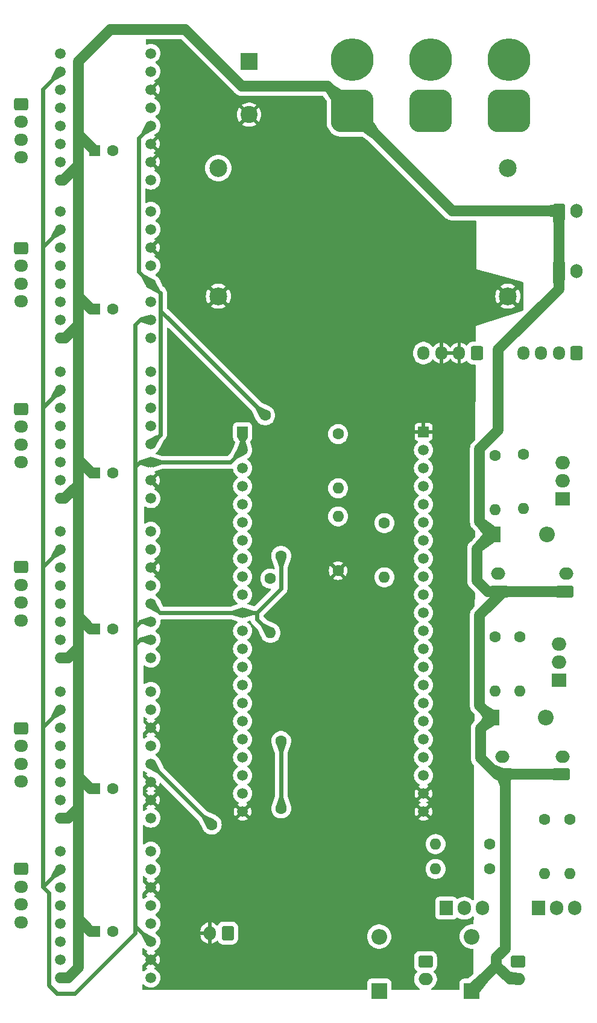
<source format=gtl>
G04 #@! TF.GenerationSoftware,KiCad,Pcbnew,8.0.8*
G04 #@! TF.CreationDate,2025-05-15T13:52:05+02:00*
G04 #@! TF.ProjectId,CdFdR,43644664-522e-46b6-9963-61645f706362,0.1*
G04 #@! TF.SameCoordinates,Original*
G04 #@! TF.FileFunction,Copper,L1,Top*
G04 #@! TF.FilePolarity,Positive*
%FSLAX46Y46*%
G04 Gerber Fmt 4.6, Leading zero omitted, Abs format (unit mm)*
G04 Created by KiCad (PCBNEW 8.0.8) date 2025-05-15 13:52:05*
%MOMM*%
%LPD*%
G01*
G04 APERTURE LIST*
G04 Aperture macros list*
%AMRoundRect*
0 Rectangle with rounded corners*
0 $1 Rounding radius*
0 $2 $3 $4 $5 $6 $7 $8 $9 X,Y pos of 4 corners*
0 Add a 4 corners polygon primitive as box body*
4,1,4,$2,$3,$4,$5,$6,$7,$8,$9,$2,$3,0*
0 Add four circle primitives for the rounded corners*
1,1,$1+$1,$2,$3*
1,1,$1+$1,$4,$5*
1,1,$1+$1,$6,$7*
1,1,$1+$1,$8,$9*
0 Add four rect primitives between the rounded corners*
20,1,$1+$1,$2,$3,$4,$5,0*
20,1,$1+$1,$4,$5,$6,$7,0*
20,1,$1+$1,$6,$7,$8,$9,0*
20,1,$1+$1,$8,$9,$2,$3,0*%
G04 Aperture macros list end*
G04 #@! TA.AperFunction,ComponentPad*
%ADD10C,2.500000*%
G04 #@! TD*
G04 #@! TA.AperFunction,ComponentPad*
%ADD11R,2.200000X2.200000*%
G04 #@! TD*
G04 #@! TA.AperFunction,ComponentPad*
%ADD12O,2.200000X2.200000*%
G04 #@! TD*
G04 #@! TA.AperFunction,ComponentPad*
%ADD13C,1.500000*%
G04 #@! TD*
G04 #@! TA.AperFunction,ComponentPad*
%ADD14RoundRect,1.500000X1.500000X-1.500000X1.500000X1.500000X-1.500000X1.500000X-1.500000X-1.500000X0*%
G04 #@! TD*
G04 #@! TA.AperFunction,ComponentPad*
%ADD15C,6.000000*%
G04 #@! TD*
G04 #@! TA.AperFunction,ComponentPad*
%ADD16RoundRect,0.250000X-0.725000X0.600000X-0.725000X-0.600000X0.725000X-0.600000X0.725000X0.600000X0*%
G04 #@! TD*
G04 #@! TA.AperFunction,ComponentPad*
%ADD17O,1.950000X1.700000*%
G04 #@! TD*
G04 #@! TA.AperFunction,ComponentPad*
%ADD18RoundRect,0.250000X0.600000X0.725000X-0.600000X0.725000X-0.600000X-0.725000X0.600000X-0.725000X0*%
G04 #@! TD*
G04 #@! TA.AperFunction,ComponentPad*
%ADD19O,1.700000X1.950000*%
G04 #@! TD*
G04 #@! TA.AperFunction,ComponentPad*
%ADD20R,1.600000X1.600000*%
G04 #@! TD*
G04 #@! TA.AperFunction,ComponentPad*
%ADD21C,1.600000*%
G04 #@! TD*
G04 #@! TA.AperFunction,ComponentPad*
%ADD22O,1.600000X1.600000*%
G04 #@! TD*
G04 #@! TA.AperFunction,ComponentPad*
%ADD23RoundRect,0.250000X-0.600000X-0.750000X0.600000X-0.750000X0.600000X0.750000X-0.600000X0.750000X0*%
G04 #@! TD*
G04 #@! TA.AperFunction,ComponentPad*
%ADD24O,1.700000X2.000000*%
G04 #@! TD*
G04 #@! TA.AperFunction,ComponentPad*
%ADD25R,2.400000X2.400000*%
G04 #@! TD*
G04 #@! TA.AperFunction,ComponentPad*
%ADD26C,2.400000*%
G04 #@! TD*
G04 #@! TA.AperFunction,ComponentPad*
%ADD27RoundRect,0.250000X-0.750000X0.600000X-0.750000X-0.600000X0.750000X-0.600000X0.750000X0.600000X0*%
G04 #@! TD*
G04 #@! TA.AperFunction,ComponentPad*
%ADD28O,2.000000X1.700000*%
G04 #@! TD*
G04 #@! TA.AperFunction,ComponentPad*
%ADD29RoundRect,0.250000X0.750000X-0.600000X0.750000X0.600000X-0.750000X0.600000X-0.750000X-0.600000X0*%
G04 #@! TD*
G04 #@! TA.AperFunction,ComponentPad*
%ADD30R,2.000000X1.905000*%
G04 #@! TD*
G04 #@! TA.AperFunction,ComponentPad*
%ADD31O,2.000000X1.905000*%
G04 #@! TD*
G04 #@! TA.AperFunction,ComponentPad*
%ADD32R,1.905000X2.000000*%
G04 #@! TD*
G04 #@! TA.AperFunction,ComponentPad*
%ADD33O,1.905000X2.000000*%
G04 #@! TD*
G04 #@! TA.AperFunction,ComponentPad*
%ADD34R,1.500000X1.500000*%
G04 #@! TD*
G04 #@! TA.AperFunction,ComponentPad*
%ADD35RoundRect,0.250000X0.600000X0.750000X-0.600000X0.750000X-0.600000X-0.750000X0.600000X-0.750000X0*%
G04 #@! TD*
G04 #@! TA.AperFunction,ViaPad*
%ADD36C,1.600000*%
G04 #@! TD*
G04 #@! TA.AperFunction,Conductor*
%ADD37C,0.600000*%
G04 #@! TD*
G04 #@! TA.AperFunction,Conductor*
%ADD38C,1.500000*%
G04 #@! TD*
G04 APERTURE END LIST*
D10*
X84180000Y-70500000D03*
X84180000Y-88500000D03*
X124820000Y-70500000D03*
X124820000Y-88500000D03*
D11*
X122555000Y-147690000D03*
D12*
X130175000Y-147690000D03*
D13*
X62000000Y-54380000D03*
X62000000Y-56920000D03*
X62000000Y-59460000D03*
X62000000Y-62000000D03*
X62000000Y-64540000D03*
X62000000Y-67080000D03*
X62000000Y-69620000D03*
X62000000Y-72160000D03*
X74700000Y-72160000D03*
X74700000Y-69620000D03*
X74700000Y-67080000D03*
X74700000Y-64540000D03*
X74700000Y-62000000D03*
X74700000Y-59460000D03*
X74700000Y-56920000D03*
X74700000Y-54380000D03*
D14*
X125000000Y-62500000D03*
D15*
X125000000Y-55300000D03*
D13*
X62000000Y-144050000D03*
X62000000Y-146590000D03*
X62000000Y-149130000D03*
X62000000Y-151670000D03*
X62000000Y-154210000D03*
X62000000Y-156750000D03*
X62000000Y-159290000D03*
X62000000Y-161830000D03*
X74700000Y-161830000D03*
X74700000Y-159290000D03*
X74700000Y-156750000D03*
X74700000Y-154210000D03*
X74700000Y-151670000D03*
X74700000Y-149130000D03*
X74700000Y-146590000D03*
X74700000Y-144050000D03*
D16*
X56500000Y-169000000D03*
D17*
X56500000Y-171500000D03*
X56500000Y-174000000D03*
X56500000Y-176500000D03*
D18*
X120500000Y-96500000D03*
D19*
X118000000Y-96500000D03*
X115500000Y-96500000D03*
X113000000Y-96500000D03*
D20*
X66840000Y-157710000D03*
D21*
X69340000Y-157710000D03*
X126500000Y-136380000D03*
D22*
X126500000Y-144000000D03*
D20*
X66840000Y-90280000D03*
D21*
X69340000Y-90280000D03*
D16*
X56500000Y-149210000D03*
D17*
X56500000Y-151710000D03*
X56500000Y-154210000D03*
X56500000Y-156710000D03*
D13*
X62000000Y-99160000D03*
X62000000Y-101700000D03*
X62000000Y-104240000D03*
X62000000Y-106780000D03*
X62000000Y-109320000D03*
X62000000Y-111860000D03*
X62000000Y-114400000D03*
X62000000Y-116940000D03*
X74700000Y-116940000D03*
X74700000Y-114400000D03*
X74700000Y-111860000D03*
X74700000Y-109320000D03*
X74700000Y-106780000D03*
X74700000Y-104240000D03*
X74700000Y-101700000D03*
X74700000Y-99160000D03*
D23*
X132000000Y-76500000D03*
D24*
X134500000Y-76500000D03*
D25*
X88500000Y-55500000D03*
D26*
X88500000Y-63000000D03*
D21*
X101000000Y-127070000D03*
D22*
X101000000Y-119450000D03*
D27*
X126270000Y-182000000D03*
D28*
X126270000Y-184500000D03*
D29*
X133000000Y-130000000D03*
D28*
X133000000Y-127500000D03*
D13*
X62000000Y-76580000D03*
X62000000Y-79120000D03*
X62000000Y-81660000D03*
X62000000Y-84200000D03*
X62000000Y-86740000D03*
X62000000Y-89280000D03*
X62000000Y-91820000D03*
X62000000Y-94360000D03*
X74700000Y-94360000D03*
X74700000Y-91820000D03*
X74700000Y-89280000D03*
X74700000Y-86740000D03*
X74700000Y-84200000D03*
X74700000Y-81660000D03*
X74700000Y-79120000D03*
X74700000Y-76580000D03*
D30*
X132000000Y-142460000D03*
D31*
X132000000Y-139920000D03*
X132000000Y-137380000D03*
D13*
X62000000Y-166510000D03*
X62000000Y-169050000D03*
X62000000Y-171590000D03*
X62000000Y-174130000D03*
X62000000Y-176670000D03*
X62000000Y-179210000D03*
X62000000Y-181750000D03*
X62000000Y-184290000D03*
X74700000Y-184290000D03*
X74700000Y-181750000D03*
X74700000Y-179210000D03*
X74700000Y-176670000D03*
X74700000Y-174130000D03*
X74700000Y-171590000D03*
X74700000Y-169050000D03*
X74700000Y-166510000D03*
D16*
X56500000Y-126550000D03*
D17*
X56500000Y-129050000D03*
X56500000Y-131550000D03*
X56500000Y-134050000D03*
D21*
X127000000Y-110690000D03*
D22*
X127000000Y-118310000D03*
D14*
X103000000Y-62500000D03*
D15*
X103000000Y-55300000D03*
D20*
X66840000Y-135250000D03*
D21*
X69340000Y-135250000D03*
D11*
X122690000Y-122000000D03*
D12*
X130310000Y-122000000D03*
D16*
X56500000Y-61500000D03*
D17*
X56500000Y-64000000D03*
X56500000Y-66500000D03*
X56500000Y-69000000D03*
D11*
X106770000Y-186120000D03*
D12*
X106770000Y-178500000D03*
D21*
X133500000Y-162000000D03*
D22*
X133500000Y-169620000D03*
D27*
X113270000Y-182000000D03*
D28*
X113270000Y-184500000D03*
D20*
X66840000Y-113360000D03*
D21*
X69340000Y-113360000D03*
X101000000Y-107880000D03*
D22*
X101000000Y-115500000D03*
D11*
X119770000Y-186120000D03*
D12*
X119770000Y-178500000D03*
D14*
X114000000Y-62500000D03*
D15*
X114000000Y-55300000D03*
D13*
X62000000Y-121550000D03*
X62000000Y-124090000D03*
X62000000Y-126630000D03*
X62000000Y-129170000D03*
X62000000Y-131710000D03*
X62000000Y-134250000D03*
X62000000Y-136790000D03*
X62000000Y-139330000D03*
X74700000Y-139330000D03*
X74700000Y-136790000D03*
X74700000Y-134250000D03*
X74700000Y-131710000D03*
X74700000Y-129170000D03*
X74700000Y-126630000D03*
X74700000Y-124090000D03*
X74700000Y-121550000D03*
D29*
X132530000Y-155690000D03*
D28*
X132530000Y-153190000D03*
D21*
X122310000Y-169000000D03*
D22*
X114690000Y-169000000D03*
D29*
X124030000Y-155690000D03*
D28*
X124030000Y-153190000D03*
D23*
X132000000Y-85000000D03*
D24*
X134500000Y-85000000D03*
D20*
X66840000Y-177760000D03*
D21*
X69340000Y-177760000D03*
D30*
X132500000Y-117000000D03*
D31*
X132500000Y-114460000D03*
X132500000Y-111920000D03*
D32*
X129150000Y-174445000D03*
D33*
X131690000Y-174445000D03*
X134230000Y-174445000D03*
D21*
X91500000Y-128190000D03*
D22*
X91500000Y-135810000D03*
D18*
X134500000Y-96500000D03*
D19*
X132000000Y-96500000D03*
X129500000Y-96500000D03*
X127000000Y-96500000D03*
D21*
X122310000Y-165500000D03*
D22*
X114690000Y-165500000D03*
D21*
X130000000Y-162000000D03*
D22*
X130000000Y-169620000D03*
D21*
X107500000Y-120380000D03*
D22*
X107500000Y-128000000D03*
D34*
X87600000Y-107600000D03*
D13*
X87600000Y-110140000D03*
X87600000Y-112680000D03*
X87600000Y-115220000D03*
X87600000Y-117760000D03*
X87600000Y-120300000D03*
X87600000Y-122840000D03*
X87600000Y-125380000D03*
X87600000Y-127920000D03*
X87600000Y-130460000D03*
X87600000Y-133000000D03*
X87600000Y-135540000D03*
X87600000Y-138080000D03*
X87600000Y-140620000D03*
X87600000Y-143160000D03*
X87600000Y-145700000D03*
X87600000Y-148240000D03*
X87600000Y-150780000D03*
X87600000Y-153320000D03*
X87600000Y-155860000D03*
X87600000Y-158400000D03*
X87600000Y-160940000D03*
X113000000Y-160940000D03*
X113000000Y-158400000D03*
X113000000Y-155860000D03*
X113000000Y-153320000D03*
X113000000Y-150780000D03*
X113000000Y-148240000D03*
X113000000Y-145700000D03*
X113000000Y-143160000D03*
X113000000Y-140620000D03*
X113000000Y-138080000D03*
X113000000Y-135540000D03*
X113000000Y-133000000D03*
X113000000Y-130460000D03*
X113000000Y-127920000D03*
X113000000Y-125380000D03*
X113000000Y-122840000D03*
X113000000Y-120300000D03*
X113000000Y-117760000D03*
X113000000Y-115220000D03*
X113000000Y-112680000D03*
X113000000Y-110140000D03*
D34*
X113000000Y-107600000D03*
D35*
X85500000Y-178000000D03*
D24*
X83000000Y-178000000D03*
D21*
X123000000Y-110880000D03*
D22*
X123000000Y-118500000D03*
D20*
X66840000Y-68080000D03*
D21*
X69340000Y-68080000D03*
D16*
X56500000Y-104360000D03*
D17*
X56500000Y-106860000D03*
X56500000Y-109360000D03*
X56500000Y-111860000D03*
D29*
X123500000Y-130000000D03*
D28*
X123500000Y-127500000D03*
D21*
X123000000Y-136380000D03*
D22*
X123000000Y-144000000D03*
D32*
X116190000Y-174500000D03*
D33*
X118730000Y-174500000D03*
X121270000Y-174500000D03*
D16*
X56500000Y-81740000D03*
D17*
X56500000Y-84240000D03*
X56500000Y-86740000D03*
X56500000Y-89240000D03*
D36*
X78000000Y-109000000D03*
X118500000Y-104000000D03*
X90750000Y-105250000D03*
X93000000Y-125000000D03*
X83250000Y-162750000D03*
X93003604Y-151000000D03*
X93003604Y-160496396D03*
D37*
X77000000Y-124330000D02*
X74700000Y-126630000D01*
X77000000Y-116700000D02*
X77000000Y-124330000D01*
X74700000Y-114400000D02*
X77000000Y-116700000D01*
D38*
X122500000Y-122000000D02*
X120500000Y-124000000D01*
X79500000Y-51000000D02*
X87500000Y-59000000D01*
X99500000Y-59000000D02*
X103000000Y-62500000D01*
X64500000Y-133500000D02*
X64500000Y-137500000D01*
X132000000Y-87500000D02*
X123500000Y-96000000D01*
X120850000Y-133340000D02*
X120850000Y-145985000D01*
X66260000Y-177760000D02*
X64500000Y-176000000D01*
X66840000Y-68080000D02*
X64500000Y-65740000D01*
X66250000Y-135250000D02*
X64500000Y-133500000D01*
X66840000Y-90280000D02*
X66280000Y-90280000D01*
X66840000Y-113360000D02*
X66360000Y-113360000D01*
X123268730Y-155690000D02*
X124030000Y-155690000D01*
X122690000Y-122000000D02*
X122500000Y-122000000D01*
X125150330Y-184500000D02*
X126270000Y-184500000D01*
X117000000Y-76500000D02*
X132000000Y-76500000D01*
X64500000Y-159500000D02*
X64500000Y-176000000D01*
X66840000Y-135250000D02*
X66250000Y-135250000D01*
X62000000Y-161830000D02*
X63060660Y-161830000D01*
X62000000Y-139330000D02*
X63060660Y-139330000D01*
X64500000Y-156000000D02*
X64500000Y-159500000D01*
X64500000Y-182850660D02*
X63060660Y-184290000D01*
X63060660Y-139330000D02*
X64500000Y-137890660D01*
X120850000Y-120160000D02*
X122690000Y-122000000D01*
X87500000Y-59000000D02*
X99500000Y-59000000D01*
X120850000Y-145985000D02*
X122555000Y-147690000D01*
X123230000Y-181420330D02*
X123230000Y-182579670D01*
X123500000Y-96000000D02*
X123500000Y-107339440D01*
X124460000Y-156120000D02*
X124460000Y-180190330D01*
X66210000Y-157710000D02*
X64500000Y-156000000D01*
X64500000Y-92500000D02*
X64500000Y-111500000D01*
X123230000Y-182579670D02*
X125150330Y-184500000D01*
X64500000Y-160390660D02*
X64500000Y-159500000D01*
X123500000Y-107339440D02*
X120850000Y-109989440D01*
X120850000Y-109989440D02*
X120850000Y-120160000D01*
X62000000Y-72160000D02*
X62429849Y-72160000D01*
X103000000Y-62500000D02*
X117000000Y-76500000D01*
X120500000Y-124000000D02*
X120500000Y-128500000D01*
X62640000Y-94360000D02*
X64500000Y-92500000D01*
X63060660Y-184290000D02*
X62000000Y-184290000D01*
X64500000Y-137890660D02*
X64500000Y-137500000D01*
X63060660Y-161830000D02*
X64500000Y-160390660D01*
X64500000Y-70089849D02*
X64500000Y-69500000D01*
X124030000Y-155690000D02*
X124460000Y-156120000D01*
X64500000Y-111500000D02*
X64500000Y-115000000D01*
X124190000Y-130000000D02*
X120850000Y-133340000D01*
X64500000Y-55500000D02*
X69000000Y-51000000D01*
X64500000Y-65740000D02*
X64500000Y-55500000D01*
X122555000Y-147690000D02*
X121000000Y-149245000D01*
X64500000Y-137500000D02*
X64500000Y-156000000D01*
X62000000Y-116940000D02*
X62560000Y-116940000D01*
X62429849Y-72160000D02*
X64500000Y-70089849D01*
X123190000Y-130000000D02*
X124190000Y-130000000D01*
X121000000Y-149245000D02*
X121000000Y-153421270D01*
X66280000Y-90280000D02*
X64500000Y-88500000D01*
X121000000Y-153421270D02*
X123268730Y-155690000D01*
X122000000Y-130000000D02*
X123500000Y-130000000D01*
X124030000Y-155690000D02*
X132530000Y-155690000D01*
X119770000Y-186039670D02*
X123230000Y-182579670D01*
X132000000Y-76500000D02*
X132000000Y-85000000D01*
X103000000Y-62500000D02*
X103000000Y-63000000D01*
X62560000Y-116940000D02*
X64500000Y-115000000D01*
X64500000Y-115000000D02*
X64500000Y-133500000D01*
X64500000Y-88500000D02*
X64500000Y-92500000D01*
X124460000Y-180190330D02*
X123230000Y-181420330D01*
X64500000Y-65740000D02*
X64500000Y-69500000D01*
X66840000Y-177760000D02*
X66260000Y-177760000D01*
X64500000Y-176000000D02*
X64500000Y-182850660D01*
X123500000Y-130000000D02*
X133000000Y-130000000D01*
X132000000Y-85000000D02*
X132000000Y-87500000D01*
X62000000Y-94360000D02*
X62640000Y-94360000D01*
X69000000Y-51000000D02*
X79500000Y-51000000D01*
X120500000Y-128500000D02*
X122000000Y-130000000D01*
X64500000Y-69500000D02*
X64500000Y-88500000D01*
X66360000Y-113360000D02*
X64500000Y-111500000D01*
X66840000Y-157710000D02*
X66210000Y-157710000D01*
D37*
X73000000Y-85040000D02*
X73000000Y-66240000D01*
X89620000Y-133000000D02*
X89620000Y-133930000D01*
X93000000Y-125000000D02*
X93000000Y-129620000D01*
X89620000Y-133000000D02*
X87600000Y-133000000D01*
X76050000Y-90550000D02*
X76050000Y-88000000D01*
X75960000Y-88000000D02*
X76050000Y-88000000D01*
X75990000Y-133000000D02*
X74700000Y-131710000D01*
X76050000Y-88000000D02*
X76050000Y-107970000D01*
X74700000Y-86740000D02*
X75960000Y-88000000D01*
X76050000Y-107970000D02*
X74700000Y-109320000D01*
X87600000Y-133000000D02*
X75990000Y-133000000D01*
X90750000Y-105250000D02*
X76050000Y-90550000D01*
X93000000Y-129620000D02*
X89620000Y-133000000D01*
X74700000Y-86740000D02*
X73000000Y-85040000D01*
X73000000Y-66240000D02*
X74700000Y-64540000D01*
X89620000Y-133930000D02*
X91500000Y-135810000D01*
X74700000Y-154210000D02*
X74710000Y-154210000D01*
X74710000Y-154210000D02*
X83250000Y-162750000D01*
X93003604Y-160496396D02*
X93003604Y-151000000D01*
X64000000Y-186500000D02*
X61500000Y-186500000D01*
X73350000Y-177850000D02*
X72500000Y-177000000D01*
X74700000Y-111860000D02*
X73140000Y-111860000D01*
X72500000Y-177000000D02*
X72500000Y-178000000D01*
X59550000Y-171500000D02*
X59500000Y-171500000D01*
X72500000Y-178000000D02*
X64000000Y-186500000D01*
X74700000Y-179210000D02*
X73350000Y-177860000D01*
X73250000Y-134250000D02*
X72500000Y-135000000D01*
X59500000Y-121590000D02*
X59500000Y-126500000D01*
X60350000Y-185350000D02*
X60350000Y-172350000D01*
X59500000Y-81620000D02*
X62000000Y-79120000D01*
X62000000Y-169050000D02*
X59550000Y-171500000D01*
X72500000Y-135000000D02*
X72500000Y-112500000D01*
X59590000Y-149000000D02*
X59500000Y-149000000D01*
X59500000Y-121590000D02*
X59500000Y-104200000D01*
X72500000Y-112500000D02*
X72500000Y-92500000D01*
X61500000Y-186500000D02*
X60350000Y-185350000D01*
X74700000Y-111860000D02*
X85880000Y-111860000D01*
X87600000Y-107600000D02*
X87600000Y-110140000D01*
X62000000Y-124090000D02*
X59590000Y-126500000D01*
X59590000Y-126500000D02*
X59500000Y-126500000D01*
X60350000Y-172350000D02*
X59500000Y-171500000D01*
X74700000Y-134250000D02*
X73250000Y-134250000D01*
X72500000Y-137500000D02*
X72500000Y-135000000D01*
X73210000Y-136790000D02*
X72500000Y-137500000D01*
X59500000Y-59420000D02*
X62000000Y-56920000D01*
X72500000Y-177000000D02*
X72500000Y-137500000D01*
X73140000Y-111860000D02*
X72500000Y-112500000D01*
X59500000Y-104200000D02*
X59500000Y-81620000D01*
X59500000Y-81620000D02*
X59500000Y-59420000D01*
X59500000Y-149000000D02*
X59500000Y-166550000D01*
X59500000Y-104200000D02*
X62000000Y-101700000D01*
X73180000Y-91820000D02*
X74700000Y-91820000D01*
X59500000Y-171500000D02*
X59500000Y-166550000D01*
X72500000Y-92500000D02*
X73180000Y-91820000D01*
X73350000Y-177860000D02*
X73350000Y-177850000D01*
X59500000Y-126500000D02*
X59500000Y-149000000D01*
X62000000Y-146590000D02*
X59590000Y-149000000D01*
X85880000Y-111860000D02*
X87600000Y-110140000D01*
X74700000Y-136790000D02*
X73210000Y-136790000D01*
D38*
X104300000Y-55500000D02*
X104500000Y-55300000D01*
G04 #@! TA.AperFunction,Conductor*
G36*
X120373678Y-84732980D02*
G01*
X120373678Y-84732981D01*
X123282288Y-85508610D01*
X126907950Y-86475453D01*
X126967654Y-86511746D01*
X126998258Y-86574557D01*
X127000000Y-86595266D01*
X127000000Y-90410625D01*
X126980315Y-90477664D01*
X126927511Y-90523419D01*
X126915212Y-90528262D01*
X120344211Y-92718596D01*
X120344210Y-92718596D01*
X119500000Y-93000000D01*
X119500000Y-88499995D01*
X123065093Y-88499995D01*
X123065093Y-88500004D01*
X123084692Y-88761545D01*
X123084693Y-88761550D01*
X123143058Y-89017270D01*
X123238883Y-89261426D01*
X123238882Y-89261426D01*
X123370029Y-89488576D01*
X123417873Y-89548572D01*
X124377861Y-88588584D01*
X124400667Y-88673694D01*
X124459910Y-88776306D01*
X124543694Y-88860090D01*
X124646306Y-88919333D01*
X124731414Y-88942137D01*
X123770830Y-89902720D01*
X123942546Y-90019793D01*
X123942550Y-90019795D01*
X124178854Y-90133594D01*
X124178858Y-90133595D01*
X124429494Y-90210907D01*
X124429500Y-90210909D01*
X124688848Y-90249999D01*
X124688857Y-90250000D01*
X124951143Y-90250000D01*
X124951151Y-90249999D01*
X125210499Y-90210909D01*
X125210505Y-90210907D01*
X125461143Y-90133595D01*
X125697445Y-90019798D01*
X125697447Y-90019797D01*
X125869168Y-89902720D01*
X124908585Y-88942138D01*
X124993694Y-88919333D01*
X125096306Y-88860090D01*
X125180090Y-88776306D01*
X125239333Y-88673694D01*
X125262138Y-88588585D01*
X126222125Y-89548572D01*
X126269971Y-89488573D01*
X126401116Y-89261426D01*
X126496941Y-89017270D01*
X126555306Y-88761550D01*
X126555307Y-88761545D01*
X126574907Y-88500004D01*
X126574907Y-88499995D01*
X126555307Y-88238454D01*
X126555306Y-88238449D01*
X126496941Y-87982729D01*
X126401116Y-87738573D01*
X126401117Y-87738573D01*
X126269972Y-87511426D01*
X126222124Y-87451427D01*
X125262137Y-88411414D01*
X125239333Y-88326306D01*
X125180090Y-88223694D01*
X125096306Y-88139910D01*
X124993694Y-88080667D01*
X124908584Y-88057861D01*
X125869168Y-87097278D01*
X125697454Y-86980206D01*
X125697445Y-86980201D01*
X125461142Y-86866404D01*
X125461144Y-86866404D01*
X125210505Y-86789092D01*
X125210499Y-86789090D01*
X124951151Y-86750000D01*
X124688848Y-86750000D01*
X124429500Y-86789090D01*
X124429494Y-86789092D01*
X124178858Y-86866404D01*
X124178854Y-86866405D01*
X123942547Y-86980205D01*
X123942539Y-86980210D01*
X123770830Y-87097277D01*
X124731415Y-88057861D01*
X124646306Y-88080667D01*
X124543694Y-88139910D01*
X124459910Y-88223694D01*
X124400667Y-88326306D01*
X124377861Y-88411414D01*
X123417874Y-87451427D01*
X123370028Y-87511425D01*
X123238883Y-87738573D01*
X123143058Y-87982729D01*
X123084693Y-88238449D01*
X123084692Y-88238454D01*
X123065093Y-88499995D01*
X119500000Y-88499995D01*
X119500000Y-84500000D01*
X120373678Y-84732980D01*
G37*
G04 #@! TD.AperFunction*
G04 #@! TA.AperFunction,Conductor*
G36*
X78956282Y-52370185D02*
G01*
X78976924Y-52386819D01*
X86469895Y-59879791D01*
X86620213Y-60030109D01*
X86792179Y-60155048D01*
X86792181Y-60155049D01*
X86792184Y-60155051D01*
X86981588Y-60251557D01*
X87183757Y-60317246D01*
X87393713Y-60350500D01*
X98811899Y-60350500D01*
X98878938Y-60370185D01*
X98913862Y-60403934D01*
X99377464Y-61073829D01*
X99399428Y-61140155D01*
X99399500Y-61144392D01*
X99399500Y-64095768D01*
X99405629Y-64215303D01*
X99405629Y-64215305D01*
X99454454Y-64498481D01*
X99454456Y-64498490D01*
X99541381Y-64772372D01*
X99541387Y-64772386D01*
X99664800Y-65031885D01*
X99822397Y-65272161D01*
X99822399Y-65272163D01*
X99822400Y-65272164D01*
X100011252Y-65488748D01*
X100214491Y-65665964D01*
X100227836Y-65677600D01*
X100227838Y-65677602D01*
X100468114Y-65835199D01*
X100727613Y-65958612D01*
X100727627Y-65958618D01*
X100837010Y-65993334D01*
X101001514Y-66045545D01*
X101284692Y-66094370D01*
X101306436Y-66095484D01*
X101404231Y-66100499D01*
X101404257Y-66100499D01*
X101404264Y-66100500D01*
X104355608Y-66100500D01*
X104422647Y-66120185D01*
X104426160Y-66122528D01*
X105231696Y-66680000D01*
X105347218Y-66759947D01*
X105364335Y-66774230D01*
X115966770Y-77376665D01*
X115966784Y-77376680D01*
X115969895Y-77379791D01*
X115969896Y-77379792D01*
X116120208Y-77530104D01*
X116120211Y-77530106D01*
X116120212Y-77530107D01*
X116189568Y-77580497D01*
X116189570Y-77580498D01*
X116189573Y-77580500D01*
X116292184Y-77655051D01*
X116481588Y-77751557D01*
X116683757Y-77817246D01*
X116893713Y-77850501D01*
X116893714Y-77850501D01*
X117111398Y-77850501D01*
X117111422Y-77850500D01*
X120274618Y-77850500D01*
X120341657Y-77870185D01*
X120387412Y-77922989D01*
X120398615Y-77974952D01*
X120373677Y-84732980D01*
X119500000Y-84500000D01*
X119500000Y-93000000D01*
X120344209Y-92718596D01*
X120336527Y-94800958D01*
X120316595Y-94867924D01*
X120263623Y-94913484D01*
X120212528Y-94924500D01*
X119826046Y-94924500D01*
X119814177Y-94925304D01*
X119784500Y-94927317D01*
X119604978Y-94971963D01*
X119604976Y-94971964D01*
X119439249Y-95054156D01*
X119295059Y-95170059D01*
X119179157Y-95314247D01*
X119146214Y-95380671D01*
X119098792Y-95431984D01*
X119031157Y-95449512D01*
X118964782Y-95427692D01*
X118947445Y-95413257D01*
X118879464Y-95345276D01*
X118879459Y-95345272D01*
X118707557Y-95220379D01*
X118518215Y-95123903D01*
X118316124Y-95058241D01*
X118250000Y-95047768D01*
X118250000Y-96095854D01*
X118183343Y-96057370D01*
X118062535Y-96025000D01*
X117937465Y-96025000D01*
X117816657Y-96057370D01*
X117750000Y-96095854D01*
X117750000Y-95047768D01*
X117749999Y-95047768D01*
X117683875Y-95058241D01*
X117481784Y-95123903D01*
X117292442Y-95220379D01*
X117120540Y-95345272D01*
X117120535Y-95345276D01*
X116970276Y-95495535D01*
X116970272Y-95495540D01*
X116850318Y-95660644D01*
X116794988Y-95703310D01*
X116725375Y-95709289D01*
X116663580Y-95676684D01*
X116649682Y-95660644D01*
X116529727Y-95495540D01*
X116529723Y-95495535D01*
X116379464Y-95345276D01*
X116379459Y-95345272D01*
X116207557Y-95220379D01*
X116018215Y-95123903D01*
X115816124Y-95058241D01*
X115750000Y-95047768D01*
X115750000Y-96095854D01*
X115683343Y-96057370D01*
X115562535Y-96025000D01*
X115437465Y-96025000D01*
X115316657Y-96057370D01*
X115250000Y-96095854D01*
X115250000Y-95047768D01*
X115249999Y-95047768D01*
X115183875Y-95058241D01*
X114981784Y-95123903D01*
X114792442Y-95220379D01*
X114620540Y-95345272D01*
X114620535Y-95345276D01*
X114470276Y-95495535D01*
X114412430Y-95575154D01*
X114357100Y-95617819D01*
X114287486Y-95623798D01*
X114225691Y-95591192D01*
X114211797Y-95575158D01*
X114106379Y-95430063D01*
X113944937Y-95268621D01*
X113760228Y-95134421D01*
X113739585Y-95123903D01*
X113556803Y-95030770D01*
X113339660Y-94960215D01*
X113114162Y-94924500D01*
X113114157Y-94924500D01*
X112885843Y-94924500D01*
X112885838Y-94924500D01*
X112660339Y-94960215D01*
X112443196Y-95030770D01*
X112239771Y-95134421D01*
X112055061Y-95268622D01*
X111893622Y-95430061D01*
X111759421Y-95614771D01*
X111655770Y-95818196D01*
X111585215Y-96035339D01*
X111549500Y-96260837D01*
X111549500Y-96739162D01*
X111585215Y-96964660D01*
X111655770Y-97181803D01*
X111757868Y-97382180D01*
X111759421Y-97385228D01*
X111893621Y-97569937D01*
X112055063Y-97731379D01*
X112239772Y-97865579D01*
X112280041Y-97886097D01*
X112443196Y-97969229D01*
X112443198Y-97969229D01*
X112443201Y-97969231D01*
X112515148Y-97992608D01*
X112660339Y-98039784D01*
X112885838Y-98075500D01*
X112885843Y-98075500D01*
X113114162Y-98075500D01*
X113339660Y-98039784D01*
X113375816Y-98028036D01*
X113556799Y-97969231D01*
X113760228Y-97865579D01*
X113944937Y-97731379D01*
X114106379Y-97569937D01*
X114211795Y-97424844D01*
X114267124Y-97382180D01*
X114336737Y-97376201D01*
X114398532Y-97408807D01*
X114412430Y-97424846D01*
X114470272Y-97504459D01*
X114470276Y-97504464D01*
X114620535Y-97654723D01*
X114620540Y-97654727D01*
X114792442Y-97779620D01*
X114981782Y-97876095D01*
X115183871Y-97941757D01*
X115250000Y-97952231D01*
X115250000Y-96904145D01*
X115316657Y-96942630D01*
X115437465Y-96975000D01*
X115562535Y-96975000D01*
X115683343Y-96942630D01*
X115750000Y-96904145D01*
X115750000Y-97952230D01*
X115816126Y-97941757D01*
X115816129Y-97941757D01*
X116018217Y-97876095D01*
X116207557Y-97779620D01*
X116379459Y-97654727D01*
X116379464Y-97654723D01*
X116529727Y-97504460D01*
X116649682Y-97339355D01*
X116705011Y-97296689D01*
X116774625Y-97290710D01*
X116836420Y-97323315D01*
X116850318Y-97339355D01*
X116970272Y-97504460D01*
X117120535Y-97654723D01*
X117120540Y-97654727D01*
X117292442Y-97779620D01*
X117481782Y-97876095D01*
X117683871Y-97941757D01*
X117750000Y-97952231D01*
X117750000Y-96904145D01*
X117816657Y-96942630D01*
X117937465Y-96975000D01*
X118062535Y-96975000D01*
X118183343Y-96942630D01*
X118250000Y-96904145D01*
X118250000Y-97952230D01*
X118316126Y-97941757D01*
X118316129Y-97941757D01*
X118518217Y-97876095D01*
X118707557Y-97779620D01*
X118879458Y-97654728D01*
X118947444Y-97586742D01*
X119008767Y-97553257D01*
X119078459Y-97558241D01*
X119134393Y-97600112D01*
X119146214Y-97619328D01*
X119179157Y-97685752D01*
X119295059Y-97829940D01*
X119363893Y-97885270D01*
X119439247Y-97945842D01*
X119604979Y-98028037D01*
X119784501Y-98072682D01*
X119784502Y-98072682D01*
X119784505Y-98072683D01*
X119826046Y-98075500D01*
X119826048Y-98075500D01*
X120199986Y-98075500D01*
X120267025Y-98095185D01*
X120312780Y-98147989D01*
X120323985Y-98199958D01*
X120285633Y-108593004D01*
X120265701Y-108659970D01*
X120249316Y-108680227D01*
X120145203Y-108784341D01*
X119970211Y-108959333D01*
X119819894Y-109109649D01*
X119819890Y-109109653D01*
X119694951Y-109281619D01*
X119598444Y-109471025D01*
X119532753Y-109673200D01*
X119515258Y-109783663D01*
X119499500Y-109883153D01*
X119499500Y-120266287D01*
X119532754Y-120476243D01*
X119581565Y-120626468D01*
X119598444Y-120678414D01*
X119694951Y-120867820D01*
X119819890Y-121039786D01*
X119867833Y-121087729D01*
X119878119Y-121100179D01*
X119878461Y-121099914D01*
X120211501Y-121528109D01*
X120237121Y-121593112D01*
X120237620Y-121604696D01*
X120235247Y-122247635D01*
X120215315Y-122314601D01*
X120205417Y-122327851D01*
X119899771Y-122684623D01*
X119884272Y-122704503D01*
X119874163Y-122715940D01*
X119620211Y-122969893D01*
X119469894Y-123120209D01*
X119469890Y-123120213D01*
X119344951Y-123292179D01*
X119248444Y-123481585D01*
X119182753Y-123683760D01*
X119151911Y-123878493D01*
X119149500Y-123893713D01*
X119149500Y-128606287D01*
X119156344Y-128649500D01*
X119178819Y-128791402D01*
X119182754Y-128816243D01*
X119221209Y-128934596D01*
X119248444Y-129018414D01*
X119344951Y-129207820D01*
X119469889Y-129379784D01*
X119469893Y-129379788D01*
X119469896Y-129379792D01*
X119567039Y-129476935D01*
X119624538Y-129534434D01*
X119624549Y-129534444D01*
X120169704Y-130079599D01*
X120203189Y-130140922D01*
X120206022Y-130167738D01*
X120199150Y-132030047D01*
X120179218Y-132097013D01*
X120162833Y-132117270D01*
X120106441Y-132173663D01*
X119970211Y-132309893D01*
X119819894Y-132460209D01*
X119819890Y-132460213D01*
X119694951Y-132632179D01*
X119598444Y-132821585D01*
X119532753Y-133023760D01*
X119499500Y-133233713D01*
X119499500Y-146091286D01*
X119519304Y-146216327D01*
X119532754Y-146301243D01*
X119550088Y-146354592D01*
X119598444Y-146503414D01*
X119694951Y-146692820D01*
X119819889Y-146864784D01*
X119819893Y-146864788D01*
X119819896Y-146864792D01*
X119902604Y-146947500D01*
X119974538Y-147019434D01*
X119974549Y-147019444D01*
X120106707Y-147151602D01*
X120140192Y-147212925D01*
X120143025Y-147239740D01*
X120139687Y-148144510D01*
X120119755Y-148211477D01*
X120103370Y-148231734D01*
X119969889Y-148365215D01*
X119844951Y-148537179D01*
X119748444Y-148726585D01*
X119682753Y-148928760D01*
X119675304Y-148975794D01*
X119649500Y-149138713D01*
X119649500Y-153527557D01*
X119682754Y-153737513D01*
X119697749Y-153783664D01*
X119748444Y-153939684D01*
X119844951Y-154129090D01*
X119969890Y-154301056D01*
X120079920Y-154411086D01*
X120113405Y-154472409D01*
X120116238Y-154499225D01*
X120046957Y-173274281D01*
X120027025Y-173341247D01*
X119974053Y-173386807D01*
X119904858Y-173396495D01*
X119841410Y-173367236D01*
X119835277Y-173361504D01*
X119741713Y-173267940D01*
X119741711Y-173267938D01*
X119543949Y-173124255D01*
X119326145Y-173013279D01*
X119093662Y-172937740D01*
X119093660Y-172937739D01*
X119093659Y-172937739D01*
X118908191Y-172908364D01*
X118852224Y-172899500D01*
X118607776Y-172899500D01*
X118551808Y-172908364D01*
X118366341Y-172937739D01*
X118133852Y-173013280D01*
X117916047Y-173124257D01*
X117817977Y-173195509D01*
X117752171Y-173218989D01*
X117684117Y-173203163D01*
X117646716Y-173170678D01*
X117570782Y-173071718D01*
X117445341Y-172975464D01*
X117398266Y-172955965D01*
X117299262Y-172914956D01*
X117299260Y-172914955D01*
X117181870Y-172899501D01*
X117181867Y-172899500D01*
X117181861Y-172899500D01*
X117181854Y-172899500D01*
X115198136Y-172899500D01*
X115080746Y-172914953D01*
X115080737Y-172914956D01*
X114934660Y-172975463D01*
X114809218Y-173071718D01*
X114712963Y-173197160D01*
X114652456Y-173343237D01*
X114652455Y-173343239D01*
X114637001Y-173460629D01*
X114637000Y-173460645D01*
X114637000Y-175539363D01*
X114652453Y-175656753D01*
X114652456Y-175656762D01*
X114712964Y-175802841D01*
X114809218Y-175928282D01*
X114934659Y-176024536D01*
X115080738Y-176085044D01*
X115198139Y-176100500D01*
X117181860Y-176100499D01*
X117181863Y-176100499D01*
X117299253Y-176085046D01*
X117299257Y-176085044D01*
X117299262Y-176085044D01*
X117445341Y-176024536D01*
X117570782Y-175928282D01*
X117646717Y-175829321D01*
X117703144Y-175788119D01*
X117772890Y-175783964D01*
X117817975Y-175804489D01*
X117916051Y-175875745D01*
X118133855Y-175986721D01*
X118366338Y-176062260D01*
X118607776Y-176100500D01*
X118607777Y-176100500D01*
X118852223Y-176100500D01*
X118852224Y-176100500D01*
X119093662Y-176062260D01*
X119326145Y-175986721D01*
X119543949Y-175875745D01*
X119741711Y-175732062D01*
X119826197Y-175647575D01*
X119887516Y-175614093D01*
X119957208Y-175619077D01*
X120013142Y-175660948D01*
X120037559Y-175726412D01*
X120037874Y-175735716D01*
X120034403Y-176676580D01*
X120014471Y-176743547D01*
X119961499Y-176789107D01*
X119901155Y-176799778D01*
X119897438Y-176799500D01*
X119897435Y-176799500D01*
X119642565Y-176799500D01*
X119642559Y-176799500D01*
X119485609Y-176823157D01*
X119390542Y-176837487D01*
X119390539Y-176837488D01*
X119390533Y-176837489D01*
X119146992Y-176912612D01*
X118917373Y-177023190D01*
X118917372Y-177023191D01*
X118706782Y-177166768D01*
X118519952Y-177340121D01*
X118519950Y-177340123D01*
X118361041Y-177539388D01*
X118233608Y-177760109D01*
X118140492Y-177997362D01*
X118140490Y-177997369D01*
X118083777Y-178245845D01*
X118064732Y-178499995D01*
X118064732Y-178500004D01*
X118083777Y-178754154D01*
X118134091Y-178974596D01*
X118140492Y-179002637D01*
X118233607Y-179239888D01*
X118361041Y-179460612D01*
X118519950Y-179659877D01*
X118706783Y-179833232D01*
X118917366Y-179976805D01*
X118917371Y-179976807D01*
X118917372Y-179976808D01*
X118917373Y-179976809D01*
X119039328Y-180035538D01*
X119146992Y-180087387D01*
X119146993Y-180087387D01*
X119146996Y-180087389D01*
X119390542Y-180162513D01*
X119642565Y-180200500D01*
X119896942Y-180200500D01*
X119963981Y-180220185D01*
X120009736Y-180272989D01*
X120020941Y-180324958D01*
X120008411Y-183720411D01*
X119988479Y-183787377D01*
X119962435Y-183816329D01*
X119251508Y-184391876D01*
X119187018Y-184418759D01*
X119173485Y-184419500D01*
X118630636Y-184419500D01*
X118513246Y-184434953D01*
X118513237Y-184434956D01*
X118367160Y-184495463D01*
X118241718Y-184591718D01*
X118145463Y-184717160D01*
X118084956Y-184863237D01*
X118084955Y-184863239D01*
X118069501Y-184980629D01*
X118069501Y-184980636D01*
X118069500Y-184980645D01*
X118069500Y-185876000D01*
X118049815Y-185943039D01*
X117997011Y-185988794D01*
X117945500Y-186000000D01*
X114187583Y-186000000D01*
X114120544Y-185980315D01*
X114074789Y-185927511D01*
X114064845Y-185858353D01*
X114093870Y-185794797D01*
X114131288Y-185765515D01*
X114180228Y-185740579D01*
X114364937Y-185606379D01*
X114526379Y-185444937D01*
X114660579Y-185260228D01*
X114764231Y-185056799D01*
X114834784Y-184839660D01*
X114870500Y-184614162D01*
X114870500Y-184385837D01*
X114834784Y-184160339D01*
X114764229Y-183943196D01*
X114709550Y-183835884D01*
X114660579Y-183739772D01*
X114526379Y-183555063D01*
X114526375Y-183555059D01*
X114473933Y-183502616D01*
X114440449Y-183441293D01*
X114445434Y-183371601D01*
X114483926Y-183318290D01*
X114624940Y-183204940D01*
X114740842Y-183060753D01*
X114823037Y-182895021D01*
X114867683Y-182715495D01*
X114870500Y-182673954D01*
X114870500Y-181326046D01*
X114867683Y-181284505D01*
X114823037Y-181104979D01*
X114740842Y-180939247D01*
X114690945Y-180877173D01*
X114624940Y-180795059D01*
X114515233Y-180706874D01*
X114480753Y-180679158D01*
X114480751Y-180679157D01*
X114480750Y-180679156D01*
X114315023Y-180596964D01*
X114315021Y-180596963D01*
X114135497Y-180552317D01*
X114135501Y-180552317D01*
X114104339Y-180550204D01*
X114093954Y-180549500D01*
X112446046Y-180549500D01*
X112434177Y-180550304D01*
X112404500Y-180552317D01*
X112224978Y-180596963D01*
X112224976Y-180596964D01*
X112059249Y-180679156D01*
X111915059Y-180795059D01*
X111799156Y-180939249D01*
X111716964Y-181104976D01*
X111716963Y-181104978D01*
X111672317Y-181284500D01*
X111669500Y-181326048D01*
X111669500Y-182673951D01*
X111672317Y-182715499D01*
X111716963Y-182895021D01*
X111716964Y-182895023D01*
X111799156Y-183060750D01*
X111915059Y-183204940D01*
X112056072Y-183318290D01*
X112095990Y-183375634D01*
X112098570Y-183445456D01*
X112066066Y-183502617D01*
X112013622Y-183555061D01*
X111879421Y-183739771D01*
X111775770Y-183943196D01*
X111705215Y-184160339D01*
X111669500Y-184385837D01*
X111669500Y-184614162D01*
X111705215Y-184839660D01*
X111775770Y-185056803D01*
X111866266Y-185234410D01*
X111879421Y-185260228D01*
X112013621Y-185444937D01*
X112175063Y-185606379D01*
X112359772Y-185740579D01*
X112408712Y-185765515D01*
X112459508Y-185813490D01*
X112476303Y-185881310D01*
X112453766Y-185947445D01*
X112399051Y-185990897D01*
X112352417Y-186000000D01*
X108594499Y-186000000D01*
X108527460Y-185980315D01*
X108481705Y-185927511D01*
X108470499Y-185876000D01*
X108470499Y-184980636D01*
X108455046Y-184863246D01*
X108455044Y-184863239D01*
X108455044Y-184863238D01*
X108394536Y-184717159D01*
X108298282Y-184591718D01*
X108172841Y-184495464D01*
X108026762Y-184434956D01*
X108026760Y-184434955D01*
X107909370Y-184419501D01*
X107909367Y-184419500D01*
X107909361Y-184419500D01*
X107909354Y-184419500D01*
X105630636Y-184419500D01*
X105513246Y-184434953D01*
X105513237Y-184434956D01*
X105367160Y-184495463D01*
X105241718Y-184591718D01*
X105145463Y-184717160D01*
X105084956Y-184863237D01*
X105084955Y-184863239D01*
X105069501Y-184980629D01*
X105069501Y-184980636D01*
X105069500Y-184980645D01*
X105069500Y-185876000D01*
X105049815Y-185943039D01*
X104997011Y-185988794D01*
X104945500Y-186000000D01*
X73624458Y-186000000D01*
X73557419Y-185980315D01*
X73511664Y-185927511D01*
X73500459Y-185875543D01*
X73502577Y-185301373D01*
X73522509Y-185234410D01*
X73575481Y-185188850D01*
X73644676Y-185179162D01*
X73708124Y-185208421D01*
X73714257Y-185214153D01*
X73828599Y-185328495D01*
X73925384Y-185396265D01*
X74022165Y-185464032D01*
X74022167Y-185464033D01*
X74022170Y-185464035D01*
X74236337Y-185563903D01*
X74464592Y-185625063D01*
X74652918Y-185641539D01*
X74699999Y-185645659D01*
X74700000Y-185645659D01*
X74700001Y-185645659D01*
X74739234Y-185642226D01*
X74935408Y-185625063D01*
X75163663Y-185563903D01*
X75377830Y-185464035D01*
X75571401Y-185328495D01*
X75738495Y-185161401D01*
X75874035Y-184967830D01*
X75973903Y-184753663D01*
X76035063Y-184525408D01*
X76055659Y-184290000D01*
X76035063Y-184054592D01*
X75973903Y-183826337D01*
X75874035Y-183612171D01*
X75834047Y-183555061D01*
X75738494Y-183418597D01*
X75571402Y-183251506D01*
X75571395Y-183251501D01*
X75377834Y-183115967D01*
X75377830Y-183115965D01*
X75294134Y-183076937D01*
X75241695Y-183030765D01*
X75222543Y-182963571D01*
X75242759Y-182896690D01*
X75294136Y-182852172D01*
X75327387Y-182836667D01*
X75389571Y-182793124D01*
X74746448Y-182150000D01*
X74752661Y-182150000D01*
X74854394Y-182122741D01*
X74945606Y-182070080D01*
X75020080Y-181995606D01*
X75072741Y-181904394D01*
X75100000Y-181802661D01*
X75100000Y-181796446D01*
X75743124Y-182439570D01*
X75786668Y-182377385D01*
X75786669Y-182377383D01*
X75879100Y-182179164D01*
X75879105Y-182179150D01*
X75935710Y-181967894D01*
X75935712Y-181967884D01*
X75954775Y-181750000D01*
X75954775Y-181749999D01*
X75935712Y-181532115D01*
X75935710Y-181532105D01*
X75879105Y-181320849D01*
X75879101Y-181320840D01*
X75786668Y-181122615D01*
X75743123Y-181060428D01*
X75100000Y-181703551D01*
X75100000Y-181697339D01*
X75072741Y-181595606D01*
X75020080Y-181504394D01*
X74945606Y-181429920D01*
X74854394Y-181377259D01*
X74752661Y-181350000D01*
X74746447Y-181350000D01*
X75389571Y-180706874D01*
X75327386Y-180663332D01*
X75327382Y-180663330D01*
X75294133Y-180647825D01*
X75241694Y-180601652D01*
X75222543Y-180534458D01*
X75242760Y-180467578D01*
X75294130Y-180423064D01*
X75377830Y-180384035D01*
X75571401Y-180248495D01*
X75738495Y-180081401D01*
X75874035Y-179887830D01*
X75973903Y-179673663D01*
X76035063Y-179445408D01*
X76055659Y-179210000D01*
X76053010Y-179179728D01*
X76039863Y-179029459D01*
X76035063Y-178974592D01*
X75973903Y-178746337D01*
X75874035Y-178532171D01*
X75851506Y-178499995D01*
X75738494Y-178338597D01*
X75571402Y-178171506D01*
X75571396Y-178171501D01*
X75385842Y-178041575D01*
X75342217Y-177986998D01*
X75335023Y-177917500D01*
X75366546Y-177855145D01*
X75385842Y-177838425D01*
X75497684Y-177760112D01*
X75521047Y-177743753D01*
X81650000Y-177743753D01*
X81650000Y-177750000D01*
X82566988Y-177750000D01*
X82534075Y-177807007D01*
X82500000Y-177934174D01*
X82500000Y-178065826D01*
X82534075Y-178192993D01*
X82566988Y-178250000D01*
X81650000Y-178250000D01*
X81650000Y-178256246D01*
X81683242Y-178466127D01*
X81683242Y-178466130D01*
X81748904Y-178668217D01*
X81845379Y-178857557D01*
X81970272Y-179029459D01*
X81970276Y-179029464D01*
X82120535Y-179179723D01*
X82120540Y-179179727D01*
X82292442Y-179304620D01*
X82481782Y-179401095D01*
X82683871Y-179466757D01*
X82750000Y-179477231D01*
X82750000Y-178433012D01*
X82807007Y-178465925D01*
X82934174Y-178500000D01*
X83065826Y-178500000D01*
X83192993Y-178465925D01*
X83250000Y-178433012D01*
X83250000Y-179477230D01*
X83316126Y-179466757D01*
X83316129Y-179466757D01*
X83518217Y-179401095D01*
X83707557Y-179304620D01*
X83879458Y-179179728D01*
X83947444Y-179111742D01*
X84008767Y-179078257D01*
X84078459Y-179083241D01*
X84134393Y-179125112D01*
X84146214Y-179144328D01*
X84179157Y-179210752D01*
X84295059Y-179354940D01*
X84377173Y-179420945D01*
X84439247Y-179470842D01*
X84604979Y-179553037D01*
X84784501Y-179597682D01*
X84784502Y-179597682D01*
X84784505Y-179597683D01*
X84826046Y-179600500D01*
X84826048Y-179600500D01*
X86173952Y-179600500D01*
X86173954Y-179600500D01*
X86215495Y-179597683D01*
X86395021Y-179553037D01*
X86560753Y-179470842D01*
X86704940Y-179354940D01*
X86820842Y-179210753D01*
X86903037Y-179045021D01*
X86947683Y-178865495D01*
X86950500Y-178823954D01*
X86950500Y-178499995D01*
X105064732Y-178499995D01*
X105064732Y-178500004D01*
X105083777Y-178754154D01*
X105134091Y-178974596D01*
X105140492Y-179002637D01*
X105233607Y-179239888D01*
X105361041Y-179460612D01*
X105519950Y-179659877D01*
X105706783Y-179833232D01*
X105917366Y-179976805D01*
X105917371Y-179976807D01*
X105917372Y-179976808D01*
X105917373Y-179976809D01*
X106039328Y-180035538D01*
X106146992Y-180087387D01*
X106146993Y-180087387D01*
X106146996Y-180087389D01*
X106390542Y-180162513D01*
X106642565Y-180200500D01*
X106897435Y-180200500D01*
X107149458Y-180162513D01*
X107393004Y-180087389D01*
X107622634Y-179976805D01*
X107833217Y-179833232D01*
X108020050Y-179659877D01*
X108178959Y-179460612D01*
X108306393Y-179239888D01*
X108399508Y-179002637D01*
X108456222Y-178754157D01*
X108472857Y-178532171D01*
X108475268Y-178500004D01*
X108475268Y-178499995D01*
X108461663Y-178318459D01*
X108456222Y-178245843D01*
X108399508Y-177997363D01*
X108306393Y-177760112D01*
X108178959Y-177539388D01*
X108020050Y-177340123D01*
X107833217Y-177166768D01*
X107622634Y-177023195D01*
X107622630Y-177023193D01*
X107622627Y-177023191D01*
X107622626Y-177023190D01*
X107393006Y-176912612D01*
X107393008Y-176912612D01*
X107149466Y-176837489D01*
X107149462Y-176837488D01*
X107149458Y-176837487D01*
X107028231Y-176819214D01*
X106897440Y-176799500D01*
X106897435Y-176799500D01*
X106642565Y-176799500D01*
X106642559Y-176799500D01*
X106485609Y-176823157D01*
X106390542Y-176837487D01*
X106390539Y-176837488D01*
X106390533Y-176837489D01*
X106146992Y-176912612D01*
X105917373Y-177023190D01*
X105917372Y-177023191D01*
X105706782Y-177166768D01*
X105519952Y-177340121D01*
X105519950Y-177340123D01*
X105361041Y-177539388D01*
X105233608Y-177760109D01*
X105140492Y-177997362D01*
X105140490Y-177997369D01*
X105083777Y-178245845D01*
X105064732Y-178499995D01*
X86950500Y-178499995D01*
X86950500Y-177176046D01*
X86947683Y-177134505D01*
X86903037Y-176954979D01*
X86820842Y-176789247D01*
X86724987Y-176669999D01*
X86704940Y-176645059D01*
X86565832Y-176533241D01*
X86560753Y-176529158D01*
X86560751Y-176529157D01*
X86560750Y-176529156D01*
X86395023Y-176446964D01*
X86395021Y-176446963D01*
X86215497Y-176402317D01*
X86215501Y-176402317D01*
X86184339Y-176400204D01*
X86173954Y-176399500D01*
X84826046Y-176399500D01*
X84814177Y-176400304D01*
X84784500Y-176402317D01*
X84604978Y-176446963D01*
X84604976Y-176446964D01*
X84439249Y-176529156D01*
X84295059Y-176645059D01*
X84179157Y-176789247D01*
X84146214Y-176855671D01*
X84098792Y-176906984D01*
X84031157Y-176924512D01*
X83964782Y-176902692D01*
X83947445Y-176888257D01*
X83879464Y-176820276D01*
X83879459Y-176820272D01*
X83707557Y-176695379D01*
X83518215Y-176598903D01*
X83316124Y-176533241D01*
X83250000Y-176522768D01*
X83250000Y-177566988D01*
X83192993Y-177534075D01*
X83065826Y-177500000D01*
X82934174Y-177500000D01*
X82807007Y-177534075D01*
X82750000Y-177566988D01*
X82750000Y-176522768D01*
X82749999Y-176522768D01*
X82683875Y-176533241D01*
X82481784Y-176598903D01*
X82292442Y-176695379D01*
X82120540Y-176820272D01*
X82120535Y-176820276D01*
X81970276Y-176970535D01*
X81970272Y-176970540D01*
X81845379Y-177142442D01*
X81748904Y-177331782D01*
X81683242Y-177533869D01*
X81683242Y-177533872D01*
X81650000Y-177743753D01*
X75521047Y-177743753D01*
X75571401Y-177708495D01*
X75738495Y-177541401D01*
X75874035Y-177347830D01*
X75973903Y-177133663D01*
X76035063Y-176905408D01*
X76055659Y-176670000D01*
X76035063Y-176434592D01*
X75973903Y-176206337D01*
X75874035Y-175992171D01*
X75870218Y-175986719D01*
X75738494Y-175798597D01*
X75571402Y-175631506D01*
X75571396Y-175631501D01*
X75385842Y-175501575D01*
X75342217Y-175446998D01*
X75335023Y-175377500D01*
X75366546Y-175315145D01*
X75385842Y-175298425D01*
X75408026Y-175282891D01*
X75571401Y-175168495D01*
X75738495Y-175001401D01*
X75874035Y-174807830D01*
X75973903Y-174593663D01*
X76035063Y-174365408D01*
X76055659Y-174130000D01*
X76035063Y-173894592D01*
X75973903Y-173666337D01*
X75874035Y-173452171D01*
X75866066Y-173440789D01*
X75738494Y-173258597D01*
X75571402Y-173091506D01*
X75571395Y-173091501D01*
X75377834Y-172955967D01*
X75377830Y-172955965D01*
X75294134Y-172916937D01*
X75241695Y-172870765D01*
X75222543Y-172803571D01*
X75242759Y-172736690D01*
X75294136Y-172692172D01*
X75327387Y-172676667D01*
X75389571Y-172633124D01*
X74746448Y-171990000D01*
X74752661Y-171990000D01*
X74854394Y-171962741D01*
X74945606Y-171910080D01*
X75020080Y-171835606D01*
X75072741Y-171744394D01*
X75100000Y-171642661D01*
X75100000Y-171636446D01*
X75743124Y-172279570D01*
X75786668Y-172217385D01*
X75786669Y-172217383D01*
X75879100Y-172019164D01*
X75879105Y-172019150D01*
X75935710Y-171807894D01*
X75935712Y-171807884D01*
X75954775Y-171590000D01*
X75954775Y-171589999D01*
X75935712Y-171372115D01*
X75935710Y-171372105D01*
X75879105Y-171160849D01*
X75879101Y-171160840D01*
X75786668Y-170962615D01*
X75743123Y-170900428D01*
X75100000Y-171543551D01*
X75100000Y-171537339D01*
X75072741Y-171435606D01*
X75020080Y-171344394D01*
X74945606Y-171269920D01*
X74854394Y-171217259D01*
X74752661Y-171190000D01*
X74746447Y-171190000D01*
X75389571Y-170546874D01*
X75327386Y-170503332D01*
X75327382Y-170503330D01*
X75294133Y-170487825D01*
X75241694Y-170441652D01*
X75222543Y-170374458D01*
X75242760Y-170307578D01*
X75294130Y-170263064D01*
X75377830Y-170224035D01*
X75571401Y-170088495D01*
X75738495Y-169921401D01*
X75874035Y-169727830D01*
X75973903Y-169513663D01*
X76035063Y-169285408D01*
X76055659Y-169050000D01*
X76051284Y-168999993D01*
X113284700Y-168999993D01*
X113284700Y-169000006D01*
X113303864Y-169231297D01*
X113303866Y-169231308D01*
X113360842Y-169456300D01*
X113454075Y-169668848D01*
X113581016Y-169863147D01*
X113581019Y-169863151D01*
X113581021Y-169863153D01*
X113738216Y-170033913D01*
X113738219Y-170033915D01*
X113738222Y-170033918D01*
X113921365Y-170176464D01*
X113921371Y-170176468D01*
X113921374Y-170176470D01*
X114125497Y-170286936D01*
X114190452Y-170309235D01*
X114345015Y-170362297D01*
X114345017Y-170362297D01*
X114345019Y-170362298D01*
X114573951Y-170400500D01*
X114573952Y-170400500D01*
X114806048Y-170400500D01*
X114806049Y-170400500D01*
X115034981Y-170362298D01*
X115254503Y-170286936D01*
X115458626Y-170176470D01*
X115641784Y-170033913D01*
X115798979Y-169863153D01*
X115925924Y-169668849D01*
X116019157Y-169456300D01*
X116076134Y-169231305D01*
X116091157Y-169050000D01*
X116095300Y-169000006D01*
X116095300Y-168999993D01*
X116076135Y-168768702D01*
X116076133Y-168768691D01*
X116019157Y-168543699D01*
X115925924Y-168331151D01*
X115798983Y-168136852D01*
X115798980Y-168136849D01*
X115798979Y-168136847D01*
X115641784Y-167966087D01*
X115641779Y-167966083D01*
X115641777Y-167966081D01*
X115458634Y-167823535D01*
X115458628Y-167823531D01*
X115254504Y-167713064D01*
X115254495Y-167713061D01*
X115034984Y-167637702D01*
X114863282Y-167609050D01*
X114806049Y-167599500D01*
X114573951Y-167599500D01*
X114528164Y-167607140D01*
X114345015Y-167637702D01*
X114125504Y-167713061D01*
X114125495Y-167713064D01*
X113921371Y-167823531D01*
X113921365Y-167823535D01*
X113738222Y-167966081D01*
X113738219Y-167966084D01*
X113581016Y-168136852D01*
X113454075Y-168331151D01*
X113360842Y-168543699D01*
X113303866Y-168768691D01*
X113303864Y-168768702D01*
X113284700Y-168999993D01*
X76051284Y-168999993D01*
X76035063Y-168814592D01*
X75973903Y-168586337D01*
X75874035Y-168372171D01*
X75738495Y-168178599D01*
X75738494Y-168178597D01*
X75571402Y-168011506D01*
X75571396Y-168011501D01*
X75385842Y-167881575D01*
X75342217Y-167826998D01*
X75335023Y-167757500D01*
X75366546Y-167695145D01*
X75385842Y-167678425D01*
X75498558Y-167599500D01*
X75571401Y-167548495D01*
X75738495Y-167381401D01*
X75874035Y-167187830D01*
X75973903Y-166973663D01*
X76035063Y-166745408D01*
X76055659Y-166510000D01*
X76035063Y-166274592D01*
X75973903Y-166046337D01*
X75874035Y-165832171D01*
X75803411Y-165731308D01*
X75738494Y-165638597D01*
X75599889Y-165499993D01*
X113284700Y-165499993D01*
X113284700Y-165500006D01*
X113303864Y-165731297D01*
X113303866Y-165731308D01*
X113360842Y-165956300D01*
X113454075Y-166168848D01*
X113581016Y-166363147D01*
X113581019Y-166363151D01*
X113581021Y-166363153D01*
X113738216Y-166533913D01*
X113738219Y-166533915D01*
X113738222Y-166533918D01*
X113921365Y-166676464D01*
X113921371Y-166676468D01*
X113921374Y-166676470D01*
X114125497Y-166786936D01*
X114239487Y-166826068D01*
X114345015Y-166862297D01*
X114345017Y-166862297D01*
X114345019Y-166862298D01*
X114573951Y-166900500D01*
X114573952Y-166900500D01*
X114806048Y-166900500D01*
X114806049Y-166900500D01*
X115034981Y-166862298D01*
X115254503Y-166786936D01*
X115458626Y-166676470D01*
X115641784Y-166533913D01*
X115798979Y-166363153D01*
X115925924Y-166168849D01*
X116019157Y-165956300D01*
X116076134Y-165731305D01*
X116091903Y-165541000D01*
X116095300Y-165500006D01*
X116095300Y-165499993D01*
X116076135Y-165268702D01*
X116076133Y-165268691D01*
X116019157Y-165043699D01*
X115925924Y-164831151D01*
X115798983Y-164636852D01*
X115798980Y-164636849D01*
X115798979Y-164636847D01*
X115641784Y-164466087D01*
X115641779Y-164466083D01*
X115641777Y-164466081D01*
X115458634Y-164323535D01*
X115458628Y-164323531D01*
X115254504Y-164213064D01*
X115254495Y-164213061D01*
X115034984Y-164137702D01*
X114863282Y-164109050D01*
X114806049Y-164099500D01*
X114573951Y-164099500D01*
X114528164Y-164107140D01*
X114345015Y-164137702D01*
X114125504Y-164213061D01*
X114125495Y-164213064D01*
X113921371Y-164323531D01*
X113921365Y-164323535D01*
X113738222Y-164466081D01*
X113738219Y-164466084D01*
X113581016Y-164636852D01*
X113454075Y-164831151D01*
X113360842Y-165043699D01*
X113303866Y-165268691D01*
X113303864Y-165268702D01*
X113284700Y-165499993D01*
X75599889Y-165499993D01*
X75571402Y-165471506D01*
X75571395Y-165471501D01*
X75377834Y-165335967D01*
X75377830Y-165335965D01*
X75233569Y-165268695D01*
X75163663Y-165236097D01*
X75163659Y-165236096D01*
X75163655Y-165236094D01*
X74935413Y-165174938D01*
X74935403Y-165174936D01*
X74700001Y-165154341D01*
X74699999Y-165154341D01*
X74464596Y-165174936D01*
X74464586Y-165174938D01*
X74236344Y-165236094D01*
X74236335Y-165236098D01*
X74022171Y-165335964D01*
X74022169Y-165335965D01*
X73828597Y-165471505D01*
X73787604Y-165512499D01*
X73726281Y-165545984D01*
X73656589Y-165541000D01*
X73600656Y-165499128D01*
X73576239Y-165433664D01*
X73575924Y-165424384D01*
X73585151Y-162923940D01*
X73605081Y-162856982D01*
X73658053Y-162811422D01*
X73727248Y-162801734D01*
X73790696Y-162830993D01*
X73796829Y-162836725D01*
X73828599Y-162868495D01*
X73907783Y-162923940D01*
X74022165Y-163004032D01*
X74022167Y-163004033D01*
X74022170Y-163004035D01*
X74236337Y-163103903D01*
X74464592Y-163165063D01*
X74652918Y-163181539D01*
X74699999Y-163185659D01*
X74700000Y-163185659D01*
X74700001Y-163185659D01*
X74739234Y-163182226D01*
X74935408Y-163165063D01*
X75163663Y-163103903D01*
X75377830Y-163004035D01*
X75571401Y-162868495D01*
X75738495Y-162701401D01*
X75874035Y-162507830D01*
X75973903Y-162293663D01*
X76035063Y-162065408D01*
X76055659Y-161830000D01*
X76035063Y-161594592D01*
X75980243Y-161390000D01*
X75973905Y-161366344D01*
X75973904Y-161366343D01*
X75973903Y-161366337D01*
X75874035Y-161152171D01*
X75847094Y-161113694D01*
X75738494Y-160958597D01*
X75571402Y-160791506D01*
X75571395Y-160791501D01*
X75377834Y-160655967D01*
X75377830Y-160655965D01*
X75294134Y-160616937D01*
X75241695Y-160570765D01*
X75222543Y-160503571D01*
X75242759Y-160436690D01*
X75294136Y-160392172D01*
X75327387Y-160376667D01*
X75389571Y-160333124D01*
X74746448Y-159690000D01*
X74752661Y-159690000D01*
X74854394Y-159662741D01*
X74945606Y-159610080D01*
X75020080Y-159535606D01*
X75072741Y-159444394D01*
X75100000Y-159342661D01*
X75100000Y-159336446D01*
X75743124Y-159979570D01*
X75786668Y-159917385D01*
X75786669Y-159917383D01*
X75879100Y-159719164D01*
X75879105Y-159719150D01*
X75935710Y-159507894D01*
X75935712Y-159507884D01*
X75954775Y-159290000D01*
X75954775Y-159289999D01*
X75935712Y-159072115D01*
X75935710Y-159072105D01*
X75879105Y-158860849D01*
X75879101Y-158860840D01*
X75786668Y-158662615D01*
X75743123Y-158600428D01*
X75100000Y-159243551D01*
X75100000Y-159237339D01*
X75072741Y-159135606D01*
X75020080Y-159044394D01*
X74945606Y-158969920D01*
X74854394Y-158917259D01*
X74752661Y-158890000D01*
X74746447Y-158890000D01*
X75389571Y-158246874D01*
X75327387Y-158203333D01*
X75175232Y-158132382D01*
X75122793Y-158086210D01*
X75103641Y-158019016D01*
X75123857Y-157952135D01*
X75175233Y-157907618D01*
X75327383Y-157836669D01*
X75327385Y-157836668D01*
X75389571Y-157793124D01*
X74746448Y-157150000D01*
X74752661Y-157150000D01*
X74854394Y-157122741D01*
X74945606Y-157070080D01*
X75020080Y-156995606D01*
X75072741Y-156904394D01*
X75100000Y-156802661D01*
X75100000Y-156796446D01*
X75743124Y-157439570D01*
X75786668Y-157377385D01*
X75786669Y-157377383D01*
X75879100Y-157179164D01*
X75879105Y-157179150D01*
X75934789Y-156971333D01*
X75971154Y-156911672D01*
X76034001Y-156881143D01*
X76103376Y-156889438D01*
X76142245Y-156915745D01*
X81386319Y-162159819D01*
X81409846Y-162192649D01*
X81963002Y-163314147D01*
X81963013Y-163314169D01*
X81984667Y-163353157D01*
X81989818Y-163363550D01*
X82014074Y-163418847D01*
X82141016Y-163613147D01*
X82141019Y-163613151D01*
X82141021Y-163613153D01*
X82298216Y-163783913D01*
X82298219Y-163783915D01*
X82298222Y-163783918D01*
X82481365Y-163926464D01*
X82481371Y-163926468D01*
X82481374Y-163926470D01*
X82685497Y-164036936D01*
X82799487Y-164076068D01*
X82905015Y-164112297D01*
X82905017Y-164112297D01*
X82905019Y-164112298D01*
X83133951Y-164150500D01*
X83133952Y-164150500D01*
X83366048Y-164150500D01*
X83366049Y-164150500D01*
X83594981Y-164112298D01*
X83814503Y-164036936D01*
X84018626Y-163926470D01*
X84201784Y-163783913D01*
X84358979Y-163613153D01*
X84485924Y-163418849D01*
X84579157Y-163206300D01*
X84636134Y-162981305D01*
X84636135Y-162981297D01*
X84655300Y-162750006D01*
X84655300Y-162749993D01*
X84636135Y-162518702D01*
X84636133Y-162518691D01*
X84579157Y-162293699D01*
X84485924Y-162081151D01*
X84358983Y-161886852D01*
X84358980Y-161886849D01*
X84358979Y-161886847D01*
X84201784Y-161716087D01*
X84201779Y-161716083D01*
X84201777Y-161716081D01*
X84018634Y-161573535D01*
X84018623Y-161573528D01*
X83814341Y-161462976D01*
X83809892Y-161460904D01*
X82692649Y-160909846D01*
X82659819Y-160886319D01*
X76492667Y-154719167D01*
X76470195Y-154688427D01*
X76468922Y-154685965D01*
X76181060Y-154129086D01*
X75935730Y-153654486D01*
X75913539Y-153615835D01*
X75908707Y-153606526D01*
X75874035Y-153532171D01*
X75738495Y-153338599D01*
X75738494Y-153338597D01*
X75571402Y-153171506D01*
X75571396Y-153171501D01*
X75385842Y-153041575D01*
X75342217Y-152986998D01*
X75335023Y-152917500D01*
X75366546Y-152855145D01*
X75385842Y-152838425D01*
X75439267Y-152801016D01*
X75571401Y-152708495D01*
X75738495Y-152541401D01*
X75874035Y-152347830D01*
X75973903Y-152133663D01*
X76035063Y-151905408D01*
X76055659Y-151670000D01*
X76035063Y-151434592D01*
X75973903Y-151206337D01*
X75874035Y-150992171D01*
X75738495Y-150798599D01*
X75738494Y-150798597D01*
X75571402Y-150631506D01*
X75571395Y-150631501D01*
X75377834Y-150495967D01*
X75377830Y-150495965D01*
X75294134Y-150456937D01*
X75241695Y-150410765D01*
X75222543Y-150343571D01*
X75242759Y-150276690D01*
X75294136Y-150232172D01*
X75327387Y-150216667D01*
X75389571Y-150173124D01*
X74746448Y-149530000D01*
X74752661Y-149530000D01*
X74854394Y-149502741D01*
X74945606Y-149450080D01*
X75020080Y-149375606D01*
X75072741Y-149284394D01*
X75100000Y-149182661D01*
X75100000Y-149176446D01*
X75743124Y-149819570D01*
X75786668Y-149757385D01*
X75786669Y-149757383D01*
X75879100Y-149559164D01*
X75879105Y-149559150D01*
X75935710Y-149347894D01*
X75935712Y-149347884D01*
X75954775Y-149130000D01*
X75954775Y-149129999D01*
X75935712Y-148912115D01*
X75935710Y-148912105D01*
X75879105Y-148700849D01*
X75879101Y-148700840D01*
X75786668Y-148502615D01*
X75743123Y-148440428D01*
X75100000Y-149083551D01*
X75100000Y-149077339D01*
X75072741Y-148975606D01*
X75020080Y-148884394D01*
X74945606Y-148809920D01*
X74854394Y-148757259D01*
X74752661Y-148730000D01*
X74746447Y-148730000D01*
X75389571Y-148086874D01*
X75327386Y-148043332D01*
X75327382Y-148043330D01*
X75294133Y-148027825D01*
X75241694Y-147981652D01*
X75222543Y-147914458D01*
X75242760Y-147847578D01*
X75294130Y-147803064D01*
X75377830Y-147764035D01*
X75571401Y-147628495D01*
X75738495Y-147461401D01*
X75874035Y-147267830D01*
X75973903Y-147053663D01*
X76035063Y-146825408D01*
X76055659Y-146590000D01*
X76035063Y-146354592D01*
X75973903Y-146126337D01*
X75874035Y-145912171D01*
X75738495Y-145718599D01*
X75738494Y-145718597D01*
X75571402Y-145551506D01*
X75571396Y-145551501D01*
X75385842Y-145421575D01*
X75342217Y-145366998D01*
X75335023Y-145297500D01*
X75366546Y-145235145D01*
X75385842Y-145218425D01*
X75408026Y-145202891D01*
X75571401Y-145088495D01*
X75738495Y-144921401D01*
X75874035Y-144727830D01*
X75973903Y-144513663D01*
X76035063Y-144285408D01*
X76055659Y-144050000D01*
X76035063Y-143814592D01*
X75973903Y-143586337D01*
X75874035Y-143372171D01*
X75738495Y-143178599D01*
X75738494Y-143178597D01*
X75571402Y-143011506D01*
X75571395Y-143011501D01*
X75377834Y-142875967D01*
X75377830Y-142875965D01*
X75377828Y-142875964D01*
X75163663Y-142776097D01*
X75163659Y-142776096D01*
X75163655Y-142776094D01*
X74935413Y-142714938D01*
X74935403Y-142714936D01*
X74700001Y-142694341D01*
X74699999Y-142694341D01*
X74464596Y-142714936D01*
X74464586Y-142714938D01*
X74236344Y-142776094D01*
X74236335Y-142776098D01*
X74022171Y-142875964D01*
X74022169Y-142875965D01*
X73854192Y-142993583D01*
X73787985Y-143015910D01*
X73720218Y-142998899D01*
X73672406Y-142947951D01*
X73659071Y-142891557D01*
X73667919Y-140493721D01*
X73687850Y-140426762D01*
X73740822Y-140381202D01*
X73810017Y-140371514D01*
X73863039Y-140392610D01*
X74022170Y-140504035D01*
X74236337Y-140603903D01*
X74464592Y-140665063D01*
X74652918Y-140681539D01*
X74699999Y-140685659D01*
X74700000Y-140685659D01*
X74700001Y-140685659D01*
X74739234Y-140682226D01*
X74935408Y-140665063D01*
X75163663Y-140603903D01*
X75377830Y-140504035D01*
X75571401Y-140368495D01*
X75738495Y-140201401D01*
X75874035Y-140007830D01*
X75973903Y-139793663D01*
X76035063Y-139565408D01*
X76055659Y-139330000D01*
X76035063Y-139094592D01*
X75973903Y-138866337D01*
X75874035Y-138652171D01*
X75798058Y-138543663D01*
X75738494Y-138458597D01*
X75571402Y-138291506D01*
X75571396Y-138291501D01*
X75385842Y-138161575D01*
X75342217Y-138106998D01*
X75335023Y-138037500D01*
X75366546Y-137975145D01*
X75385842Y-137958425D01*
X75548412Y-137844592D01*
X75571401Y-137828495D01*
X75738495Y-137661401D01*
X75874035Y-137467830D01*
X75973903Y-137253663D01*
X76035063Y-137025408D01*
X76055659Y-136790000D01*
X76035063Y-136554592D01*
X75986719Y-136374169D01*
X75973905Y-136326344D01*
X75973904Y-136326343D01*
X75973903Y-136326337D01*
X75874035Y-136112171D01*
X75846374Y-136072666D01*
X75738494Y-135918597D01*
X75571402Y-135751506D01*
X75571396Y-135751501D01*
X75385842Y-135621575D01*
X75342217Y-135566998D01*
X75335023Y-135497500D01*
X75366546Y-135435145D01*
X75385842Y-135418425D01*
X75408026Y-135402891D01*
X75571401Y-135288495D01*
X75738495Y-135121401D01*
X75874035Y-134927830D01*
X75973903Y-134713663D01*
X76035063Y-134485408D01*
X76055659Y-134250000D01*
X76036875Y-134035306D01*
X76050641Y-133966808D01*
X76099256Y-133916625D01*
X76160403Y-133900500D01*
X85969361Y-133900500D01*
X86007572Y-133906534D01*
X86844633Y-134177674D01*
X86902341Y-134217057D01*
X86929598Y-134281391D01*
X86917746Y-134350249D01*
X86877543Y-134397213D01*
X86728594Y-134501508D01*
X86561505Y-134668597D01*
X86425965Y-134862169D01*
X86425964Y-134862171D01*
X86326098Y-135076335D01*
X86326094Y-135076344D01*
X86264938Y-135304586D01*
X86264936Y-135304596D01*
X86244341Y-135539999D01*
X86244341Y-135540000D01*
X86264936Y-135775403D01*
X86264938Y-135775413D01*
X86326094Y-136003655D01*
X86326096Y-136003659D01*
X86326097Y-136003663D01*
X86425965Y-136217830D01*
X86425967Y-136217834D01*
X86561501Y-136411395D01*
X86561506Y-136411402D01*
X86728597Y-136578493D01*
X86728603Y-136578498D01*
X86914158Y-136708425D01*
X86957783Y-136763002D01*
X86964977Y-136832500D01*
X86933454Y-136894855D01*
X86914158Y-136911575D01*
X86728597Y-137041505D01*
X86561505Y-137208597D01*
X86425965Y-137402169D01*
X86425964Y-137402171D01*
X86326098Y-137616335D01*
X86326094Y-137616344D01*
X86264938Y-137844586D01*
X86264936Y-137844596D01*
X86244341Y-138079999D01*
X86244341Y-138080000D01*
X86264936Y-138315403D01*
X86264938Y-138315413D01*
X86326094Y-138543655D01*
X86326096Y-138543659D01*
X86326097Y-138543663D01*
X86425965Y-138757830D01*
X86425967Y-138757834D01*
X86561501Y-138951395D01*
X86561506Y-138951402D01*
X86728597Y-139118493D01*
X86728603Y-139118498D01*
X86914158Y-139248425D01*
X86957783Y-139303002D01*
X86964977Y-139372500D01*
X86933454Y-139434855D01*
X86914158Y-139451575D01*
X86728597Y-139581505D01*
X86561505Y-139748597D01*
X86425965Y-139942169D01*
X86425964Y-139942171D01*
X86326098Y-140156335D01*
X86326094Y-140156344D01*
X86264938Y-140384586D01*
X86264936Y-140384596D01*
X86244341Y-140619999D01*
X86244341Y-140620000D01*
X86264936Y-140855403D01*
X86264938Y-140855413D01*
X86326094Y-141083655D01*
X86326096Y-141083659D01*
X86326097Y-141083663D01*
X86425965Y-141297830D01*
X86425967Y-141297834D01*
X86561501Y-141491395D01*
X86561506Y-141491402D01*
X86728597Y-141658493D01*
X86728603Y-141658498D01*
X86914158Y-141788425D01*
X86957783Y-141843002D01*
X86964977Y-141912500D01*
X86933454Y-141974855D01*
X86914158Y-141991575D01*
X86728597Y-142121505D01*
X86561505Y-142288597D01*
X86425965Y-142482169D01*
X86425964Y-142482171D01*
X86326098Y-142696335D01*
X86326094Y-142696344D01*
X86264938Y-142924586D01*
X86264936Y-142924596D01*
X86244341Y-143159999D01*
X86244341Y-143160000D01*
X86264936Y-143395403D01*
X86264938Y-143395413D01*
X86326094Y-143623655D01*
X86326096Y-143623659D01*
X86326097Y-143623663D01*
X86415126Y-143814586D01*
X86425965Y-143837830D01*
X86425967Y-143837834D01*
X86561501Y-144031395D01*
X86561506Y-144031402D01*
X86728597Y-144198493D01*
X86728603Y-144198498D01*
X86914158Y-144328425D01*
X86957783Y-144383002D01*
X86964977Y-144452500D01*
X86933454Y-144514855D01*
X86914158Y-144531575D01*
X86728597Y-144661505D01*
X86561505Y-144828597D01*
X86425965Y-145022169D01*
X86425964Y-145022171D01*
X86326098Y-145236335D01*
X86326094Y-145236344D01*
X86264938Y-145464586D01*
X86264936Y-145464596D01*
X86244341Y-145699999D01*
X86244341Y-145700000D01*
X86264936Y-145935403D01*
X86264938Y-145935413D01*
X86326094Y-146163655D01*
X86326096Y-146163659D01*
X86326097Y-146163663D01*
X86390250Y-146301239D01*
X86425965Y-146377830D01*
X86425967Y-146377834D01*
X86561501Y-146571395D01*
X86561506Y-146571402D01*
X86728597Y-146738493D01*
X86728603Y-146738498D01*
X86914158Y-146868425D01*
X86957783Y-146923002D01*
X86964977Y-146992500D01*
X86933454Y-147054855D01*
X86914158Y-147071575D01*
X86728597Y-147201505D01*
X86561505Y-147368597D01*
X86425965Y-147562169D01*
X86425964Y-147562171D01*
X86326098Y-147776335D01*
X86326094Y-147776344D01*
X86264938Y-148004586D01*
X86264936Y-148004596D01*
X86244341Y-148239999D01*
X86244341Y-148240000D01*
X86264936Y-148475403D01*
X86264938Y-148475413D01*
X86326094Y-148703655D01*
X86326096Y-148703659D01*
X86326097Y-148703663D01*
X86423295Y-148912105D01*
X86425965Y-148917830D01*
X86425967Y-148917834D01*
X86561501Y-149111395D01*
X86561506Y-149111402D01*
X86728597Y-149278493D01*
X86728603Y-149278498D01*
X86914158Y-149408425D01*
X86957783Y-149463002D01*
X86964977Y-149532500D01*
X86933454Y-149594855D01*
X86914158Y-149611575D01*
X86728597Y-149741505D01*
X86561505Y-149908597D01*
X86425965Y-150102169D01*
X86425964Y-150102171D01*
X86326098Y-150316335D01*
X86326094Y-150316344D01*
X86264938Y-150544586D01*
X86264936Y-150544596D01*
X86244341Y-150779999D01*
X86244341Y-150780000D01*
X86264936Y-151015403D01*
X86264938Y-151015413D01*
X86326094Y-151243655D01*
X86326096Y-151243659D01*
X86326097Y-151243663D01*
X86415126Y-151434586D01*
X86425965Y-151457830D01*
X86425967Y-151457834D01*
X86561501Y-151651395D01*
X86561506Y-151651402D01*
X86728597Y-151818493D01*
X86728603Y-151818498D01*
X86914158Y-151948425D01*
X86957783Y-152003002D01*
X86964977Y-152072500D01*
X86933454Y-152134855D01*
X86914158Y-152151575D01*
X86728597Y-152281505D01*
X86561505Y-152448597D01*
X86425965Y-152642169D01*
X86425964Y-152642171D01*
X86326098Y-152856335D01*
X86326094Y-152856344D01*
X86264938Y-153084586D01*
X86264936Y-153084596D01*
X86244341Y-153319999D01*
X86244341Y-153320000D01*
X86264936Y-153555403D01*
X86264938Y-153555413D01*
X86326094Y-153783655D01*
X86326096Y-153783659D01*
X86326097Y-153783663D01*
X86398850Y-153939682D01*
X86425965Y-153997830D01*
X86425967Y-153997834D01*
X86561501Y-154191395D01*
X86561506Y-154191402D01*
X86728597Y-154358493D01*
X86728603Y-154358498D01*
X86914158Y-154488425D01*
X86957783Y-154543002D01*
X86964977Y-154612500D01*
X86933454Y-154674855D01*
X86914158Y-154691575D01*
X86728597Y-154821505D01*
X86561505Y-154988597D01*
X86425965Y-155182169D01*
X86425964Y-155182171D01*
X86326098Y-155396335D01*
X86326094Y-155396344D01*
X86264938Y-155624586D01*
X86264936Y-155624596D01*
X86244341Y-155859999D01*
X86244341Y-155860000D01*
X86264936Y-156095403D01*
X86264938Y-156095413D01*
X86326094Y-156323655D01*
X86326096Y-156323659D01*
X86326097Y-156323663D01*
X86425965Y-156537830D01*
X86425967Y-156537834D01*
X86561501Y-156731395D01*
X86561506Y-156731402D01*
X86728597Y-156898493D01*
X86728603Y-156898498D01*
X86914158Y-157028425D01*
X86957783Y-157083002D01*
X86964977Y-157152500D01*
X86933454Y-157214855D01*
X86914158Y-157231575D01*
X86728597Y-157361505D01*
X86561505Y-157528597D01*
X86425965Y-157722169D01*
X86425964Y-157722171D01*
X86326098Y-157936335D01*
X86326094Y-157936344D01*
X86264938Y-158164586D01*
X86264936Y-158164596D01*
X86244341Y-158399999D01*
X86244341Y-158400000D01*
X86264936Y-158635403D01*
X86264938Y-158635413D01*
X86326094Y-158863655D01*
X86326096Y-158863659D01*
X86326097Y-158863663D01*
X86423295Y-159072105D01*
X86425965Y-159077830D01*
X86425967Y-159077834D01*
X86466420Y-159135606D01*
X86561505Y-159271401D01*
X86728599Y-159438495D01*
X86737024Y-159444394D01*
X86922165Y-159574032D01*
X86922167Y-159574033D01*
X86922170Y-159574035D01*
X87005866Y-159613063D01*
X87058305Y-159659235D01*
X87077457Y-159726429D01*
X87057241Y-159793310D01*
X87005866Y-159837827D01*
X86972614Y-159853332D01*
X86972612Y-159853333D01*
X86910428Y-159896875D01*
X86910427Y-159896875D01*
X87511415Y-160497861D01*
X87426306Y-160520667D01*
X87323694Y-160579910D01*
X87239910Y-160663694D01*
X87180667Y-160766306D01*
X87157861Y-160851414D01*
X86556875Y-160250427D01*
X86556875Y-160250428D01*
X86513333Y-160312612D01*
X86513332Y-160312614D01*
X86420898Y-160510840D01*
X86420894Y-160510849D01*
X86364289Y-160722105D01*
X86364287Y-160722115D01*
X86345225Y-160939999D01*
X86345225Y-160940000D01*
X86364287Y-161157884D01*
X86364289Y-161157894D01*
X86420894Y-161369150D01*
X86420898Y-161369159D01*
X86513333Y-161567387D01*
X86556874Y-161629571D01*
X87157861Y-161028584D01*
X87180667Y-161113694D01*
X87239910Y-161216306D01*
X87323694Y-161300090D01*
X87426306Y-161359333D01*
X87511414Y-161382137D01*
X86910427Y-161983124D01*
X86972612Y-162026666D01*
X87170840Y-162119101D01*
X87170849Y-162119105D01*
X87382105Y-162175710D01*
X87382115Y-162175712D01*
X87599999Y-162194775D01*
X87600001Y-162194775D01*
X87817884Y-162175712D01*
X87817894Y-162175710D01*
X88029150Y-162119105D01*
X88029164Y-162119100D01*
X88227383Y-162026669D01*
X88227385Y-162026668D01*
X88289571Y-161983124D01*
X87688585Y-161382137D01*
X87773694Y-161359333D01*
X87876306Y-161300090D01*
X87960090Y-161216306D01*
X88019333Y-161113694D01*
X88042138Y-161028584D01*
X88643124Y-161629570D01*
X88686668Y-161567385D01*
X88686669Y-161567383D01*
X88779100Y-161369164D01*
X88779105Y-161369150D01*
X88835710Y-161157894D01*
X88835712Y-161157884D01*
X88854775Y-160940000D01*
X88854775Y-160939999D01*
X88835712Y-160722115D01*
X88835710Y-160722105D01*
X88779105Y-160510849D01*
X88779101Y-160510840D01*
X88686668Y-160312615D01*
X88643123Y-160250428D01*
X88042137Y-160851414D01*
X88019333Y-160766306D01*
X87960090Y-160663694D01*
X87876306Y-160579910D01*
X87773694Y-160520667D01*
X87688584Y-160497861D01*
X88289571Y-159896874D01*
X88227386Y-159853332D01*
X88227382Y-159853330D01*
X88194133Y-159837825D01*
X88141694Y-159791652D01*
X88122543Y-159724458D01*
X88142760Y-159657578D01*
X88194130Y-159613064D01*
X88277830Y-159574035D01*
X88471401Y-159438495D01*
X88638495Y-159271401D01*
X88774035Y-159077830D01*
X88873903Y-158863663D01*
X88935063Y-158635408D01*
X88955659Y-158400000D01*
X88935063Y-158164592D01*
X88883148Y-157970840D01*
X88873905Y-157936344D01*
X88873904Y-157936343D01*
X88873903Y-157936337D01*
X88774035Y-157722171D01*
X88765813Y-157710428D01*
X88638494Y-157528597D01*
X88471402Y-157361506D01*
X88471396Y-157361501D01*
X88285842Y-157231575D01*
X88242217Y-157176998D01*
X88235023Y-157107500D01*
X88266546Y-157045145D01*
X88285842Y-157028425D01*
X88332712Y-156995606D01*
X88471401Y-156898495D01*
X88638495Y-156731401D01*
X88774035Y-156537830D01*
X88873903Y-156323663D01*
X88935063Y-156095408D01*
X88955659Y-155860000D01*
X88935063Y-155624592D01*
X88873903Y-155396337D01*
X88774035Y-155182171D01*
X88703476Y-155081401D01*
X88638494Y-154988597D01*
X88471402Y-154821506D01*
X88471396Y-154821501D01*
X88285842Y-154691575D01*
X88242217Y-154636998D01*
X88235023Y-154567500D01*
X88266546Y-154505145D01*
X88285842Y-154488425D01*
X88396293Y-154411086D01*
X88471401Y-154358495D01*
X88638495Y-154191401D01*
X88774035Y-153997830D01*
X88873903Y-153783663D01*
X88935063Y-153555408D01*
X88955659Y-153320000D01*
X88935063Y-153084592D01*
X88873903Y-152856337D01*
X88774035Y-152642171D01*
X88703476Y-152541401D01*
X88638494Y-152448597D01*
X88471402Y-152281506D01*
X88471396Y-152281501D01*
X88285842Y-152151575D01*
X88242217Y-152096998D01*
X88235023Y-152027500D01*
X88266546Y-151965145D01*
X88285842Y-151948425D01*
X88347276Y-151905408D01*
X88471401Y-151818495D01*
X88638495Y-151651401D01*
X88774035Y-151457830D01*
X88873903Y-151243663D01*
X88935063Y-151015408D01*
X88936412Y-150999993D01*
X91598304Y-150999993D01*
X91598304Y-151000006D01*
X91617468Y-151231297D01*
X91617470Y-151231308D01*
X91674445Y-151456295D01*
X91686019Y-151482682D01*
X91694077Y-151508291D01*
X91694633Y-151511088D01*
X91694636Y-151511100D01*
X91694637Y-151511103D01*
X91978604Y-152347834D01*
X92096526Y-152695298D01*
X92103104Y-152735148D01*
X92103104Y-158761245D01*
X92096526Y-158801095D01*
X91694644Y-159985268D01*
X91689734Y-160002440D01*
X91684071Y-160018151D01*
X91674447Y-160040092D01*
X91617470Y-160265087D01*
X91617468Y-160265098D01*
X91598304Y-160496389D01*
X91598304Y-160496402D01*
X91617468Y-160727693D01*
X91617470Y-160727704D01*
X91674446Y-160952696D01*
X91767679Y-161165244D01*
X91894620Y-161359543D01*
X91894623Y-161359547D01*
X91894625Y-161359549D01*
X92051820Y-161530309D01*
X92051823Y-161530311D01*
X92051826Y-161530314D01*
X92234969Y-161672860D01*
X92234975Y-161672864D01*
X92234978Y-161672866D01*
X92439101Y-161783332D01*
X92553091Y-161822464D01*
X92658619Y-161858693D01*
X92658621Y-161858693D01*
X92658623Y-161858694D01*
X92887555Y-161896896D01*
X92887556Y-161896896D01*
X93119652Y-161896896D01*
X93119653Y-161896896D01*
X93348585Y-161858694D01*
X93568107Y-161783332D01*
X93772230Y-161672866D01*
X93955388Y-161530309D01*
X94112583Y-161359549D01*
X94239528Y-161165245D01*
X94332761Y-160952696D01*
X94389738Y-160727701D01*
X94395682Y-160655965D01*
X94408904Y-160496402D01*
X94408904Y-160496389D01*
X94389739Y-160265098D01*
X94389735Y-160265078D01*
X94332761Y-160040096D01*
X94321188Y-160013713D01*
X94313124Y-159988080D01*
X94312570Y-159985292D01*
X94228599Y-159737865D01*
X93910682Y-158801096D01*
X93904104Y-158761246D01*
X93904104Y-152735147D01*
X93910682Y-152695297D01*
X93928712Y-152642171D01*
X94312570Y-151511102D01*
X94317467Y-151493970D01*
X94323133Y-151478248D01*
X94332761Y-151456300D01*
X94389738Y-151231305D01*
X94389739Y-151231297D01*
X94408904Y-151000006D01*
X94408904Y-150999993D01*
X94389739Y-150768702D01*
X94389737Y-150768691D01*
X94332761Y-150543699D01*
X94239528Y-150331151D01*
X94112587Y-150136852D01*
X94112584Y-150136849D01*
X94112583Y-150136847D01*
X93955388Y-149966087D01*
X93955383Y-149966083D01*
X93955381Y-149966081D01*
X93772238Y-149823535D01*
X93772232Y-149823531D01*
X93568108Y-149713064D01*
X93568099Y-149713061D01*
X93348588Y-149637702D01*
X93176886Y-149609050D01*
X93119653Y-149599500D01*
X92887555Y-149599500D01*
X92841768Y-149607140D01*
X92658619Y-149637702D01*
X92439108Y-149713061D01*
X92439099Y-149713064D01*
X92234975Y-149823531D01*
X92234969Y-149823535D01*
X92051826Y-149966081D01*
X92051823Y-149966084D01*
X91894620Y-150136852D01*
X91767679Y-150331151D01*
X91674446Y-150543699D01*
X91617470Y-150768691D01*
X91617468Y-150768702D01*
X91598304Y-150999993D01*
X88936412Y-150999993D01*
X88955659Y-150780000D01*
X88935063Y-150544592D01*
X88873903Y-150316337D01*
X88774035Y-150102171D01*
X88678749Y-149966087D01*
X88638494Y-149908597D01*
X88471402Y-149741506D01*
X88471396Y-149741501D01*
X88285842Y-149611575D01*
X88242217Y-149556998D01*
X88235023Y-149487500D01*
X88266546Y-149425145D01*
X88285842Y-149408425D01*
X88372303Y-149347884D01*
X88471401Y-149278495D01*
X88638495Y-149111401D01*
X88774035Y-148917830D01*
X88873903Y-148703663D01*
X88935063Y-148475408D01*
X88955659Y-148240000D01*
X88935063Y-148004592D01*
X88873903Y-147776337D01*
X88774035Y-147562171D01*
X88703476Y-147461401D01*
X88638494Y-147368597D01*
X88471402Y-147201506D01*
X88471396Y-147201501D01*
X88285842Y-147071575D01*
X88242217Y-147016998D01*
X88235023Y-146947500D01*
X88266546Y-146885145D01*
X88285842Y-146868425D01*
X88347276Y-146825408D01*
X88471401Y-146738495D01*
X88638495Y-146571401D01*
X88774035Y-146377830D01*
X88873903Y-146163663D01*
X88935063Y-145935408D01*
X88955659Y-145700000D01*
X88935063Y-145464592D01*
X88873903Y-145236337D01*
X88774035Y-145022171D01*
X88703476Y-144921401D01*
X88638494Y-144828597D01*
X88471402Y-144661506D01*
X88471396Y-144661501D01*
X88285842Y-144531575D01*
X88242217Y-144476998D01*
X88235023Y-144407500D01*
X88266546Y-144345145D01*
X88285842Y-144328425D01*
X88347276Y-144285408D01*
X88471401Y-144198495D01*
X88638495Y-144031401D01*
X88774035Y-143837830D01*
X88873903Y-143623663D01*
X88935063Y-143395408D01*
X88955659Y-143160000D01*
X88935063Y-142924592D01*
X88873903Y-142696337D01*
X88774035Y-142482171D01*
X88638495Y-142288599D01*
X88638494Y-142288597D01*
X88471402Y-142121506D01*
X88471396Y-142121501D01*
X88285842Y-141991575D01*
X88242217Y-141936998D01*
X88235023Y-141867500D01*
X88266546Y-141805145D01*
X88285842Y-141788425D01*
X88308026Y-141772891D01*
X88471401Y-141658495D01*
X88638495Y-141491401D01*
X88774035Y-141297830D01*
X88873903Y-141083663D01*
X88935063Y-140855408D01*
X88955659Y-140620000D01*
X88954250Y-140603901D01*
X88938752Y-140426762D01*
X88935063Y-140384592D01*
X88873903Y-140156337D01*
X88774035Y-139942171D01*
X88670044Y-139793655D01*
X88638494Y-139748597D01*
X88471402Y-139581506D01*
X88471396Y-139581501D01*
X88285842Y-139451575D01*
X88242217Y-139396998D01*
X88235023Y-139327500D01*
X88266546Y-139265145D01*
X88285842Y-139248425D01*
X88308026Y-139232891D01*
X88471401Y-139118495D01*
X88638495Y-138951401D01*
X88774035Y-138757830D01*
X88873903Y-138543663D01*
X88935063Y-138315408D01*
X88955659Y-138080000D01*
X88935063Y-137844592D01*
X88873903Y-137616337D01*
X88774035Y-137402171D01*
X88670044Y-137253655D01*
X88638494Y-137208597D01*
X88471402Y-137041506D01*
X88471396Y-137041501D01*
X88285842Y-136911575D01*
X88242217Y-136856998D01*
X88235023Y-136787500D01*
X88266546Y-136725145D01*
X88285842Y-136708425D01*
X88336224Y-136673147D01*
X88471401Y-136578495D01*
X88638495Y-136411401D01*
X88774035Y-136217830D01*
X88873903Y-136003663D01*
X88935063Y-135775408D01*
X88955659Y-135540000D01*
X88935063Y-135304592D01*
X88885976Y-135121395D01*
X88873905Y-135076344D01*
X88873904Y-135076343D01*
X88873903Y-135076337D01*
X88774035Y-134862171D01*
X88713757Y-134776084D01*
X88638494Y-134668597D01*
X88471402Y-134501506D01*
X88471396Y-134501501D01*
X88322457Y-134397213D01*
X88278832Y-134342636D01*
X88271638Y-134273138D01*
X88303161Y-134210783D01*
X88355365Y-134177673D01*
X88594538Y-134100200D01*
X88664380Y-134098269D01*
X88724180Y-134134404D01*
X88750958Y-134187251D01*
X88752336Y-134186834D01*
X88754105Y-134192666D01*
X88777854Y-134250001D01*
X88821985Y-134356544D01*
X88821987Y-134356547D01*
X88857541Y-134409757D01*
X88857541Y-134409758D01*
X88920532Y-134504031D01*
X88920538Y-134504039D01*
X89636318Y-135219818D01*
X89659845Y-135252648D01*
X90213002Y-136374147D01*
X90213013Y-136374169D01*
X90234667Y-136413157D01*
X90239818Y-136423550D01*
X90264074Y-136478847D01*
X90391016Y-136673147D01*
X90391019Y-136673151D01*
X90391021Y-136673153D01*
X90548216Y-136843913D01*
X90548219Y-136843915D01*
X90548222Y-136843918D01*
X90731365Y-136986464D01*
X90731371Y-136986468D01*
X90731374Y-136986470D01*
X90935497Y-137096936D01*
X91049487Y-137136068D01*
X91155015Y-137172297D01*
X91155017Y-137172297D01*
X91155019Y-137172298D01*
X91383951Y-137210500D01*
X91383952Y-137210500D01*
X91616048Y-137210500D01*
X91616049Y-137210500D01*
X91844981Y-137172298D01*
X92064503Y-137096936D01*
X92268626Y-136986470D01*
X92451784Y-136843913D01*
X92608979Y-136673153D01*
X92735924Y-136478849D01*
X92829157Y-136266300D01*
X92886134Y-136041305D01*
X92891868Y-135972104D01*
X92905300Y-135810006D01*
X92905300Y-135809993D01*
X92886135Y-135578702D01*
X92886133Y-135578691D01*
X92829157Y-135353699D01*
X92735924Y-135141151D01*
X92608983Y-134946852D01*
X92608980Y-134946849D01*
X92608979Y-134946847D01*
X92451784Y-134776087D01*
X92451779Y-134776083D01*
X92451777Y-134776081D01*
X92268634Y-134633535D01*
X92268623Y-134633528D01*
X92064341Y-134522976D01*
X92059892Y-134520904D01*
X90942648Y-133969845D01*
X90909818Y-133946318D01*
X90556819Y-133593319D01*
X90523334Y-133531996D01*
X90520500Y-133505638D01*
X90520500Y-133424362D01*
X90540185Y-133357323D01*
X90556819Y-133336681D01*
X93699462Y-130194038D01*
X93699464Y-130194036D01*
X93791274Y-130056632D01*
X93798013Y-130046547D01*
X93839189Y-129947139D01*
X93865895Y-129882666D01*
X93900500Y-129708692D01*
X93900500Y-129531308D01*
X93900500Y-127069997D01*
X99695034Y-127069997D01*
X99695034Y-127070002D01*
X99714858Y-127296599D01*
X99714860Y-127296610D01*
X99773730Y-127516317D01*
X99773735Y-127516331D01*
X99869863Y-127722478D01*
X99920974Y-127795472D01*
X100600000Y-127116446D01*
X100600000Y-127122661D01*
X100627259Y-127224394D01*
X100679920Y-127315606D01*
X100754394Y-127390080D01*
X100845606Y-127442741D01*
X100947339Y-127470000D01*
X100953553Y-127470000D01*
X100274526Y-128149025D01*
X100347513Y-128200132D01*
X100347521Y-128200136D01*
X100553668Y-128296264D01*
X100553682Y-128296269D01*
X100773389Y-128355139D01*
X100773400Y-128355141D01*
X100999998Y-128374966D01*
X101000002Y-128374966D01*
X101226599Y-128355141D01*
X101226610Y-128355139D01*
X101446317Y-128296269D01*
X101446331Y-128296264D01*
X101652478Y-128200136D01*
X101725471Y-128149024D01*
X101576440Y-127999993D01*
X106094700Y-127999993D01*
X106094700Y-128000006D01*
X106113864Y-128231297D01*
X106113866Y-128231308D01*
X106170842Y-128456300D01*
X106264075Y-128668848D01*
X106391016Y-128863147D01*
X106391019Y-128863151D01*
X106391021Y-128863153D01*
X106548216Y-129033913D01*
X106548219Y-129033915D01*
X106548222Y-129033918D01*
X106731365Y-129176464D01*
X106731371Y-129176468D01*
X106731374Y-129176470D01*
X106935497Y-129286936D01*
X107049487Y-129326068D01*
X107155015Y-129362297D01*
X107155017Y-129362297D01*
X107155019Y-129362298D01*
X107383951Y-129400500D01*
X107383952Y-129400500D01*
X107616048Y-129400500D01*
X107616049Y-129400500D01*
X107844981Y-129362298D01*
X108064503Y-129286936D01*
X108268626Y-129176470D01*
X108451784Y-129033913D01*
X108608979Y-128863153D01*
X108735924Y-128668849D01*
X108829157Y-128456300D01*
X108886134Y-128231305D01*
X108889557Y-128189993D01*
X108905300Y-128000006D01*
X108905300Y-127999993D01*
X108886135Y-127768702D01*
X108886133Y-127768691D01*
X108829157Y-127543699D01*
X108735924Y-127331151D01*
X108608983Y-127136852D01*
X108608980Y-127136849D01*
X108608979Y-127136847D01*
X108451784Y-126966087D01*
X108451779Y-126966083D01*
X108451777Y-126966081D01*
X108268634Y-126823535D01*
X108268628Y-126823531D01*
X108064504Y-126713064D01*
X108064495Y-126713061D01*
X107844984Y-126637702D01*
X107637035Y-126603002D01*
X107616049Y-126599500D01*
X107383951Y-126599500D01*
X107362965Y-126603002D01*
X107155015Y-126637702D01*
X106935504Y-126713061D01*
X106935495Y-126713064D01*
X106731371Y-126823531D01*
X106731365Y-126823535D01*
X106548222Y-126966081D01*
X106548219Y-126966084D01*
X106391016Y-127136852D01*
X106264075Y-127331151D01*
X106170842Y-127543699D01*
X106113866Y-127768691D01*
X106113864Y-127768702D01*
X106094700Y-127999993D01*
X101576440Y-127999993D01*
X101046447Y-127470000D01*
X101052661Y-127470000D01*
X101154394Y-127442741D01*
X101245606Y-127390080D01*
X101320080Y-127315606D01*
X101372741Y-127224394D01*
X101400000Y-127122661D01*
X101400000Y-127116447D01*
X102079024Y-127795471D01*
X102130136Y-127722478D01*
X102226264Y-127516331D01*
X102226269Y-127516317D01*
X102285139Y-127296610D01*
X102285141Y-127296599D01*
X102304966Y-127070002D01*
X102304966Y-127069997D01*
X102285141Y-126843400D01*
X102285139Y-126843389D01*
X102226269Y-126623682D01*
X102226264Y-126623668D01*
X102130136Y-126417521D01*
X102130132Y-126417513D01*
X102079025Y-126344526D01*
X101400000Y-127023551D01*
X101400000Y-127017339D01*
X101372741Y-126915606D01*
X101320080Y-126824394D01*
X101245606Y-126749920D01*
X101154394Y-126697259D01*
X101052661Y-126670000D01*
X101046445Y-126670000D01*
X101725472Y-125990974D01*
X101652478Y-125939863D01*
X101446331Y-125843735D01*
X101446317Y-125843730D01*
X101226610Y-125784860D01*
X101226599Y-125784858D01*
X101000002Y-125765034D01*
X100999998Y-125765034D01*
X100773400Y-125784858D01*
X100773389Y-125784860D01*
X100553682Y-125843730D01*
X100553673Y-125843734D01*
X100347516Y-125939866D01*
X100347512Y-125939868D01*
X100274526Y-125990973D01*
X100274526Y-125990974D01*
X100953553Y-126670000D01*
X100947339Y-126670000D01*
X100845606Y-126697259D01*
X100754394Y-126749920D01*
X100679920Y-126824394D01*
X100627259Y-126915606D01*
X100600000Y-127017339D01*
X100600000Y-127023552D01*
X99920974Y-126344526D01*
X99920973Y-126344526D01*
X99869868Y-126417512D01*
X99869866Y-126417516D01*
X99773734Y-126623673D01*
X99773730Y-126623682D01*
X99714860Y-126843389D01*
X99714858Y-126843400D01*
X99695034Y-127069997D01*
X93900500Y-127069997D01*
X93900500Y-126735147D01*
X93907078Y-126695297D01*
X93922451Y-126650000D01*
X94308966Y-125511102D01*
X94313863Y-125493970D01*
X94319529Y-125478248D01*
X94329157Y-125456300D01*
X94386134Y-125231305D01*
X94386135Y-125231297D01*
X94405300Y-125000006D01*
X94405300Y-124999993D01*
X94386135Y-124768702D01*
X94386133Y-124768691D01*
X94329157Y-124543699D01*
X94235924Y-124331151D01*
X94108983Y-124136852D01*
X94108980Y-124136849D01*
X94108979Y-124136847D01*
X93951784Y-123966087D01*
X93951779Y-123966083D01*
X93951777Y-123966081D01*
X93768634Y-123823535D01*
X93768628Y-123823531D01*
X93564504Y-123713064D01*
X93564495Y-123713061D01*
X93344984Y-123637702D01*
X93173282Y-123609050D01*
X93116049Y-123599500D01*
X92883951Y-123599500D01*
X92845268Y-123605955D01*
X92655015Y-123637702D01*
X92435504Y-123713061D01*
X92435495Y-123713064D01*
X92231371Y-123823531D01*
X92231365Y-123823535D01*
X92048222Y-123966081D01*
X92048219Y-123966084D01*
X91891016Y-124136852D01*
X91764075Y-124331151D01*
X91670842Y-124543699D01*
X91613866Y-124768691D01*
X91613864Y-124768702D01*
X91594700Y-124999993D01*
X91594700Y-125000006D01*
X91613864Y-125231297D01*
X91613866Y-125231308D01*
X91670841Y-125456295D01*
X91682415Y-125482682D01*
X91690473Y-125508291D01*
X91691029Y-125511088D01*
X91691032Y-125511100D01*
X91691033Y-125511103D01*
X92044980Y-126554035D01*
X92092922Y-126695298D01*
X92099500Y-126735148D01*
X92099500Y-126741405D01*
X92079815Y-126808444D01*
X92027011Y-126854199D01*
X91957853Y-126864143D01*
X91935238Y-126858686D01*
X91844986Y-126827702D01*
X91654204Y-126795867D01*
X91616049Y-126789500D01*
X91383951Y-126789500D01*
X91338164Y-126797140D01*
X91155015Y-126827702D01*
X90935504Y-126903061D01*
X90935495Y-126903064D01*
X90731371Y-127013531D01*
X90731365Y-127013535D01*
X90548222Y-127156081D01*
X90548219Y-127156084D01*
X90391016Y-127326852D01*
X90264075Y-127521151D01*
X90170842Y-127733699D01*
X90113866Y-127958691D01*
X90113864Y-127958702D01*
X90094700Y-128189993D01*
X90094700Y-128190006D01*
X90113864Y-128421297D01*
X90113866Y-128421308D01*
X90170842Y-128646300D01*
X90264075Y-128858848D01*
X90391016Y-129053147D01*
X90391019Y-129053151D01*
X90391021Y-129053153D01*
X90548216Y-129223913D01*
X90548219Y-129223915D01*
X90548222Y-129223918D01*
X90731365Y-129366464D01*
X90731371Y-129366468D01*
X90731374Y-129366470D01*
X90935497Y-129476936D01*
X91049487Y-129516068D01*
X91155015Y-129552297D01*
X91155017Y-129552297D01*
X91155019Y-129552298D01*
X91383951Y-129590500D01*
X91383952Y-129590500D01*
X91456637Y-129590500D01*
X91523676Y-129610185D01*
X91569431Y-129662989D01*
X91579375Y-129732147D01*
X91550350Y-129795703D01*
X91544318Y-129802181D01*
X89291882Y-132054617D01*
X89230559Y-132088102D01*
X89165990Y-132084902D01*
X88355370Y-131822326D01*
X88297658Y-131782940D01*
X88270402Y-131718606D01*
X88282254Y-131649749D01*
X88322455Y-131602787D01*
X88471401Y-131498495D01*
X88638495Y-131331401D01*
X88774035Y-131137830D01*
X88873903Y-130923663D01*
X88935063Y-130695408D01*
X88955659Y-130460000D01*
X88935063Y-130224592D01*
X88873903Y-129996337D01*
X88774035Y-129782171D01*
X88722588Y-129708696D01*
X88638494Y-129588597D01*
X88471402Y-129421506D01*
X88471396Y-129421501D01*
X88285842Y-129291575D01*
X88242217Y-129236998D01*
X88235023Y-129167500D01*
X88266546Y-129105145D01*
X88285842Y-129088425D01*
X88385828Y-129018414D01*
X88471401Y-128958495D01*
X88638495Y-128791401D01*
X88774035Y-128597830D01*
X88873903Y-128383663D01*
X88935063Y-128155408D01*
X88955659Y-127920000D01*
X88935063Y-127684592D01*
X88873903Y-127456337D01*
X88774035Y-127242171D01*
X88761588Y-127224394D01*
X88638494Y-127048597D01*
X88471402Y-126881506D01*
X88471396Y-126881501D01*
X88285842Y-126751575D01*
X88242217Y-126696998D01*
X88235023Y-126627500D01*
X88266546Y-126565145D01*
X88285842Y-126548425D01*
X88389838Y-126475606D01*
X88471401Y-126418495D01*
X88638495Y-126251401D01*
X88774035Y-126057830D01*
X88873903Y-125843663D01*
X88935063Y-125615408D01*
X88955659Y-125380000D01*
X88935063Y-125144592D01*
X88873903Y-124916337D01*
X88774035Y-124702171D01*
X88670044Y-124553655D01*
X88638494Y-124508597D01*
X88471402Y-124341506D01*
X88471396Y-124341501D01*
X88285842Y-124211575D01*
X88242217Y-124156998D01*
X88235023Y-124087500D01*
X88266546Y-124025145D01*
X88285842Y-124008425D01*
X88449667Y-123893713D01*
X88471401Y-123878495D01*
X88638495Y-123711401D01*
X88774035Y-123517830D01*
X88873903Y-123303663D01*
X88935063Y-123075408D01*
X88955659Y-122840000D01*
X88935063Y-122604592D01*
X88873903Y-122376337D01*
X88774035Y-122162171D01*
X88670044Y-122013655D01*
X88638494Y-121968597D01*
X88471402Y-121801506D01*
X88471396Y-121801501D01*
X88285842Y-121671575D01*
X88242217Y-121616998D01*
X88235023Y-121547500D01*
X88266546Y-121485145D01*
X88285842Y-121468425D01*
X88363693Y-121413913D01*
X88471401Y-121338495D01*
X88638495Y-121171401D01*
X88774035Y-120977830D01*
X88873903Y-120763663D01*
X88935063Y-120535408D01*
X88955659Y-120300000D01*
X88935063Y-120064592D01*
X88873903Y-119836337D01*
X88774035Y-119622171D01*
X88700291Y-119516852D01*
X88653476Y-119449993D01*
X99594700Y-119449993D01*
X99594700Y-119450006D01*
X99613864Y-119681297D01*
X99613866Y-119681308D01*
X99670842Y-119906300D01*
X99764075Y-120118848D01*
X99891016Y-120313147D01*
X99891019Y-120313151D01*
X99891021Y-120313153D01*
X100048216Y-120483913D01*
X100048219Y-120483915D01*
X100048222Y-120483918D01*
X100231365Y-120626464D01*
X100231371Y-120626468D01*
X100231374Y-120626470D01*
X100435497Y-120736936D01*
X100513327Y-120763655D01*
X100655015Y-120812297D01*
X100655017Y-120812297D01*
X100655019Y-120812298D01*
X100883951Y-120850500D01*
X100883952Y-120850500D01*
X101116048Y-120850500D01*
X101116049Y-120850500D01*
X101344981Y-120812298D01*
X101564503Y-120736936D01*
X101768626Y-120626470D01*
X101788121Y-120611297D01*
X101830129Y-120578600D01*
X101951784Y-120483913D01*
X102047449Y-120379993D01*
X106094700Y-120379993D01*
X106094700Y-120380006D01*
X106113864Y-120611297D01*
X106113866Y-120611308D01*
X106170842Y-120836300D01*
X106264075Y-121048848D01*
X106391016Y-121243147D01*
X106391019Y-121243151D01*
X106391021Y-121243153D01*
X106548216Y-121413913D01*
X106548219Y-121413915D01*
X106548222Y-121413918D01*
X106731365Y-121556464D01*
X106731371Y-121556468D01*
X106731374Y-121556470D01*
X106935497Y-121666936D01*
X107049487Y-121706068D01*
X107155015Y-121742297D01*
X107155017Y-121742297D01*
X107155019Y-121742298D01*
X107383951Y-121780500D01*
X107383952Y-121780500D01*
X107616048Y-121780500D01*
X107616049Y-121780500D01*
X107844981Y-121742298D01*
X108064503Y-121666936D01*
X108268626Y-121556470D01*
X108451784Y-121413913D01*
X108608979Y-121243153D01*
X108735924Y-121048849D01*
X108829157Y-120836300D01*
X108886134Y-120611305D01*
X108887418Y-120595812D01*
X108905300Y-120380006D01*
X108905300Y-120379993D01*
X108886135Y-120148702D01*
X108886133Y-120148691D01*
X108829157Y-119923699D01*
X108735924Y-119711151D01*
X108608983Y-119516852D01*
X108608980Y-119516849D01*
X108608979Y-119516847D01*
X108451784Y-119346087D01*
X108451779Y-119346083D01*
X108451777Y-119346081D01*
X108268634Y-119203535D01*
X108268628Y-119203531D01*
X108064504Y-119093064D01*
X108064495Y-119093061D01*
X107844984Y-119017702D01*
X107637035Y-118983002D01*
X107616049Y-118979500D01*
X107383951Y-118979500D01*
X107362965Y-118983002D01*
X107155015Y-119017702D01*
X106935504Y-119093061D01*
X106935495Y-119093064D01*
X106731371Y-119203531D01*
X106731365Y-119203535D01*
X106548222Y-119346081D01*
X106548219Y-119346084D01*
X106391016Y-119516852D01*
X106264075Y-119711151D01*
X106170842Y-119923699D01*
X106113866Y-120148691D01*
X106113864Y-120148702D01*
X106094700Y-120379993D01*
X102047449Y-120379993D01*
X102108979Y-120313153D01*
X102235924Y-120118849D01*
X102329157Y-119906300D01*
X102386134Y-119681305D01*
X102399761Y-119516847D01*
X102405300Y-119450006D01*
X102405300Y-119449993D01*
X102386135Y-119218702D01*
X102386133Y-119218691D01*
X102329157Y-118993699D01*
X102235924Y-118781151D01*
X102108983Y-118586852D01*
X102108980Y-118586849D01*
X102108979Y-118586847D01*
X101951784Y-118416087D01*
X101951779Y-118416083D01*
X101951777Y-118416081D01*
X101768634Y-118273535D01*
X101768628Y-118273531D01*
X101564504Y-118163064D01*
X101564495Y-118163061D01*
X101344984Y-118087702D01*
X101173282Y-118059050D01*
X101116049Y-118049500D01*
X100883951Y-118049500D01*
X100838164Y-118057140D01*
X100655015Y-118087702D01*
X100435504Y-118163061D01*
X100435495Y-118163064D01*
X100231371Y-118273531D01*
X100231365Y-118273535D01*
X100048222Y-118416081D01*
X100048219Y-118416084D01*
X99891016Y-118586852D01*
X99764075Y-118781151D01*
X99670842Y-118993699D01*
X99613866Y-119218691D01*
X99613864Y-119218702D01*
X99594700Y-119449993D01*
X88653476Y-119449993D01*
X88638494Y-119428597D01*
X88471402Y-119261506D01*
X88471396Y-119261501D01*
X88285842Y-119131575D01*
X88242217Y-119076998D01*
X88235023Y-119007500D01*
X88266546Y-118945145D01*
X88285842Y-118928425D01*
X88308026Y-118912891D01*
X88471401Y-118798495D01*
X88638495Y-118631401D01*
X88774035Y-118437830D01*
X88873903Y-118223663D01*
X88935063Y-117995408D01*
X88955659Y-117760000D01*
X88935063Y-117524592D01*
X88873903Y-117296337D01*
X88774035Y-117082171D01*
X88674487Y-116940000D01*
X88638494Y-116888597D01*
X88471402Y-116721506D01*
X88471396Y-116721501D01*
X88285842Y-116591575D01*
X88242217Y-116536998D01*
X88235023Y-116467500D01*
X88266546Y-116405145D01*
X88285842Y-116388425D01*
X88321943Y-116363147D01*
X88471401Y-116258495D01*
X88638495Y-116091401D01*
X88774035Y-115897830D01*
X88873903Y-115683663D01*
X88923117Y-115499993D01*
X99594700Y-115499993D01*
X99594700Y-115500006D01*
X99613864Y-115731297D01*
X99613866Y-115731308D01*
X99670842Y-115956300D01*
X99764075Y-116168848D01*
X99891016Y-116363147D01*
X99891019Y-116363151D01*
X99891021Y-116363153D01*
X100048216Y-116533913D01*
X100048219Y-116533915D01*
X100048222Y-116533918D01*
X100231365Y-116676464D01*
X100231371Y-116676468D01*
X100231374Y-116676470D01*
X100435497Y-116786936D01*
X100549487Y-116826068D01*
X100655015Y-116862297D01*
X100655017Y-116862297D01*
X100655019Y-116862298D01*
X100883951Y-116900500D01*
X100883952Y-116900500D01*
X101116048Y-116900500D01*
X101116049Y-116900500D01*
X101344981Y-116862298D01*
X101564503Y-116786936D01*
X101768626Y-116676470D01*
X101951784Y-116533913D01*
X102108979Y-116363153D01*
X102235924Y-116168849D01*
X102329157Y-115956300D01*
X102386134Y-115731305D01*
X102390082Y-115683663D01*
X102405300Y-115500006D01*
X102405300Y-115499993D01*
X102386135Y-115268702D01*
X102386133Y-115268691D01*
X102329157Y-115043699D01*
X102235924Y-114831151D01*
X102108983Y-114636852D01*
X102108980Y-114636849D01*
X102108979Y-114636847D01*
X101951784Y-114466087D01*
X101951779Y-114466083D01*
X101951777Y-114466081D01*
X101768634Y-114323535D01*
X101768628Y-114323531D01*
X101564504Y-114213064D01*
X101564495Y-114213061D01*
X101344984Y-114137702D01*
X101173282Y-114109050D01*
X101116049Y-114099500D01*
X100883951Y-114099500D01*
X100838164Y-114107140D01*
X100655015Y-114137702D01*
X100435504Y-114213061D01*
X100435495Y-114213064D01*
X100231371Y-114323531D01*
X100231365Y-114323535D01*
X100048222Y-114466081D01*
X100048219Y-114466084D01*
X99891016Y-114636852D01*
X99764075Y-114831151D01*
X99670842Y-115043699D01*
X99613866Y-115268691D01*
X99613864Y-115268702D01*
X99594700Y-115499993D01*
X88923117Y-115499993D01*
X88935063Y-115455408D01*
X88955659Y-115220000D01*
X88935063Y-114984592D01*
X88873903Y-114756337D01*
X88774035Y-114542171D01*
X88720757Y-114466081D01*
X88638494Y-114348597D01*
X88471402Y-114181506D01*
X88471396Y-114181501D01*
X88285842Y-114051575D01*
X88242217Y-113996998D01*
X88235023Y-113927500D01*
X88266546Y-113865145D01*
X88285842Y-113848425D01*
X88308026Y-113832891D01*
X88471401Y-113718495D01*
X88638495Y-113551401D01*
X88774035Y-113357830D01*
X88873903Y-113143663D01*
X88935063Y-112915408D01*
X88955659Y-112680000D01*
X88935063Y-112444592D01*
X88873903Y-112216337D01*
X88774035Y-112002171D01*
X88638495Y-111808599D01*
X88638494Y-111808597D01*
X88471402Y-111641506D01*
X88471401Y-111641505D01*
X88471395Y-111641501D01*
X88285839Y-111511573D01*
X88242216Y-111456997D01*
X88235023Y-111387498D01*
X88266545Y-111325144D01*
X88285831Y-111308432D01*
X88471401Y-111178495D01*
X88638495Y-111011401D01*
X88774035Y-110817830D01*
X88873903Y-110603663D01*
X88935063Y-110375408D01*
X88955659Y-110140000D01*
X88955659Y-110139999D01*
X111644341Y-110139999D01*
X111644341Y-110140000D01*
X111664936Y-110375403D01*
X111664938Y-110375413D01*
X111726094Y-110603655D01*
X111726096Y-110603659D01*
X111726097Y-110603663D01*
X111825965Y-110817830D01*
X111825967Y-110817834D01*
X111961501Y-111011395D01*
X111961506Y-111011402D01*
X112128597Y-111178493D01*
X112128603Y-111178498D01*
X112314158Y-111308425D01*
X112357783Y-111363002D01*
X112364977Y-111432500D01*
X112333454Y-111494855D01*
X112314158Y-111511575D01*
X112128597Y-111641505D01*
X111961505Y-111808597D01*
X111825965Y-112002169D01*
X111825964Y-112002171D01*
X111726098Y-112216335D01*
X111726094Y-112216344D01*
X111664938Y-112444586D01*
X111664936Y-112444596D01*
X111644341Y-112679999D01*
X111644341Y-112680000D01*
X111664936Y-112915403D01*
X111664938Y-112915413D01*
X111726094Y-113143655D01*
X111726096Y-113143659D01*
X111726097Y-113143663D01*
X111798071Y-113298012D01*
X111825965Y-113357830D01*
X111825967Y-113357834D01*
X111961501Y-113551395D01*
X111961506Y-113551402D01*
X112128597Y-113718493D01*
X112128603Y-113718498D01*
X112314158Y-113848425D01*
X112357783Y-113903002D01*
X112364977Y-113972500D01*
X112333454Y-114034855D01*
X112314158Y-114051575D01*
X112128597Y-114181505D01*
X111961505Y-114348597D01*
X111825965Y-114542169D01*
X111825964Y-114542171D01*
X111726098Y-114756335D01*
X111726094Y-114756344D01*
X111664938Y-114984586D01*
X111664936Y-114984596D01*
X111644341Y-115219999D01*
X111644341Y-115220000D01*
X111664936Y-115455403D01*
X111664938Y-115455413D01*
X111726094Y-115683655D01*
X111726096Y-115683659D01*
X111726097Y-115683663D01*
X111764475Y-115765965D01*
X111825965Y-115897830D01*
X111825967Y-115897834D01*
X111866906Y-115956300D01*
X111945537Y-116068597D01*
X111961501Y-116091395D01*
X111961506Y-116091402D01*
X112128597Y-116258493D01*
X112128603Y-116258498D01*
X112314158Y-116388425D01*
X112357783Y-116443002D01*
X112364977Y-116512500D01*
X112333454Y-116574855D01*
X112314158Y-116591575D01*
X112128597Y-116721505D01*
X111961505Y-116888597D01*
X111825965Y-117082169D01*
X111825964Y-117082171D01*
X111726098Y-117296335D01*
X111726094Y-117296344D01*
X111664938Y-117524586D01*
X111664936Y-117524596D01*
X111644341Y-117759999D01*
X111644341Y-117760000D01*
X111664936Y-117995403D01*
X111664938Y-117995413D01*
X111726094Y-118223655D01*
X111726096Y-118223659D01*
X111726097Y-118223663D01*
X111815823Y-118416081D01*
X111825965Y-118437830D01*
X111825967Y-118437834D01*
X111961501Y-118631395D01*
X111961506Y-118631402D01*
X112128597Y-118798493D01*
X112128603Y-118798498D01*
X112314158Y-118928425D01*
X112357783Y-118983002D01*
X112364977Y-119052500D01*
X112333454Y-119114855D01*
X112314158Y-119131575D01*
X112128597Y-119261505D01*
X111961505Y-119428597D01*
X111825965Y-119622169D01*
X111825964Y-119622171D01*
X111726098Y-119836335D01*
X111726094Y-119836344D01*
X111664938Y-120064586D01*
X111664936Y-120064596D01*
X111644341Y-120299999D01*
X111644341Y-120300000D01*
X111664936Y-120535403D01*
X111664938Y-120535413D01*
X111726094Y-120763655D01*
X111726096Y-120763659D01*
X111726097Y-120763663D01*
X111792874Y-120906866D01*
X111825965Y-120977830D01*
X111825967Y-120977834D01*
X111961501Y-121171395D01*
X111961506Y-121171402D01*
X112128597Y-121338493D01*
X112128603Y-121338498D01*
X112314158Y-121468425D01*
X112357783Y-121523002D01*
X112364977Y-121592500D01*
X112333454Y-121654855D01*
X112314158Y-121671575D01*
X112128597Y-121801505D01*
X111961505Y-121968597D01*
X111825965Y-122162169D01*
X111825964Y-122162171D01*
X111726098Y-122376335D01*
X111726094Y-122376344D01*
X111664938Y-122604586D01*
X111664936Y-122604596D01*
X111644341Y-122839999D01*
X111644341Y-122840000D01*
X111664936Y-123075403D01*
X111664938Y-123075413D01*
X111726094Y-123303655D01*
X111726096Y-123303659D01*
X111726097Y-123303663D01*
X111808241Y-123479821D01*
X111825965Y-123517830D01*
X111825967Y-123517834D01*
X111883151Y-123599500D01*
X111942148Y-123683757D01*
X111961501Y-123711395D01*
X111961506Y-123711402D01*
X112128597Y-123878493D01*
X112128603Y-123878498D01*
X112314158Y-124008425D01*
X112357783Y-124063002D01*
X112364977Y-124132500D01*
X112333454Y-124194855D01*
X112314158Y-124211575D01*
X112128597Y-124341505D01*
X111961505Y-124508597D01*
X111825965Y-124702169D01*
X111825964Y-124702171D01*
X111726098Y-124916335D01*
X111726094Y-124916344D01*
X111664938Y-125144586D01*
X111664936Y-125144596D01*
X111644341Y-125379999D01*
X111644341Y-125380000D01*
X111664936Y-125615403D01*
X111664938Y-125615413D01*
X111726094Y-125843655D01*
X111726096Y-125843659D01*
X111726097Y-125843663D01*
X111800218Y-126002615D01*
X111825965Y-126057830D01*
X111825967Y-126057834D01*
X111961501Y-126251395D01*
X111961506Y-126251402D01*
X112128597Y-126418493D01*
X112128603Y-126418498D01*
X112314158Y-126548425D01*
X112357783Y-126603002D01*
X112364977Y-126672500D01*
X112333454Y-126734855D01*
X112314158Y-126751575D01*
X112128597Y-126881505D01*
X111961505Y-127048597D01*
X111825965Y-127242169D01*
X111825964Y-127242171D01*
X111726098Y-127456335D01*
X111726094Y-127456344D01*
X111664938Y-127684586D01*
X111664936Y-127684596D01*
X111644341Y-127919999D01*
X111644341Y-127920000D01*
X111664936Y-128155403D01*
X111664938Y-128155413D01*
X111726094Y-128383655D01*
X111726096Y-128383659D01*
X111726097Y-128383663D01*
X111825965Y-128597830D01*
X111825967Y-128597834D01*
X111961501Y-128791395D01*
X111961506Y-128791402D01*
X112128597Y-128958493D01*
X112128603Y-128958498D01*
X112314158Y-129088425D01*
X112357783Y-129143002D01*
X112364977Y-129212500D01*
X112333454Y-129274855D01*
X112314158Y-129291575D01*
X112128597Y-129421505D01*
X111961505Y-129588597D01*
X111825965Y-129782169D01*
X111825964Y-129782171D01*
X111726098Y-129996335D01*
X111726094Y-129996344D01*
X111664938Y-130224586D01*
X111664936Y-130224596D01*
X111644341Y-130459999D01*
X111644341Y-130460000D01*
X111664936Y-130695403D01*
X111664938Y-130695413D01*
X111726094Y-130923655D01*
X111726096Y-130923659D01*
X111726097Y-130923663D01*
X111776698Y-131032176D01*
X111825965Y-131137830D01*
X111825967Y-131137834D01*
X111961501Y-131331395D01*
X111961506Y-131331402D01*
X112128597Y-131498493D01*
X112128603Y-131498498D01*
X112314158Y-131628425D01*
X112357783Y-131683002D01*
X112364977Y-131752500D01*
X112333454Y-131814855D01*
X112314158Y-131831575D01*
X112128597Y-131961505D01*
X111961505Y-132128597D01*
X111825965Y-132322169D01*
X111825964Y-132322171D01*
X111726098Y-132536335D01*
X111726094Y-132536344D01*
X111664938Y-132764586D01*
X111664936Y-132764596D01*
X111644341Y-132999999D01*
X111644341Y-133000000D01*
X111664936Y-133235403D01*
X111664938Y-133235413D01*
X111726094Y-133463655D01*
X111726096Y-133463659D01*
X111726097Y-133463663D01*
X111766607Y-133550536D01*
X111825965Y-133677830D01*
X111825967Y-133677834D01*
X111961501Y-133871395D01*
X111961506Y-133871402D01*
X112128597Y-134038493D01*
X112128603Y-134038498D01*
X112314158Y-134168425D01*
X112357783Y-134223002D01*
X112364977Y-134292500D01*
X112333454Y-134354855D01*
X112314158Y-134371575D01*
X112128597Y-134501505D01*
X111961505Y-134668597D01*
X111825965Y-134862169D01*
X111825964Y-134862171D01*
X111726098Y-135076335D01*
X111726094Y-135076344D01*
X111664938Y-135304586D01*
X111664936Y-135304596D01*
X111644341Y-135539999D01*
X111644341Y-135540000D01*
X111664936Y-135775403D01*
X111664938Y-135775413D01*
X111726094Y-136003655D01*
X111726096Y-136003659D01*
X111726097Y-136003663D01*
X111825965Y-136217830D01*
X111825967Y-136217834D01*
X111961501Y-136411395D01*
X111961506Y-136411402D01*
X112128597Y-136578493D01*
X112128603Y-136578498D01*
X112314158Y-136708425D01*
X112357783Y-136763002D01*
X112364977Y-136832500D01*
X112333454Y-136894855D01*
X112314158Y-136911575D01*
X112128597Y-137041505D01*
X111961505Y-137208597D01*
X111825965Y-137402169D01*
X111825964Y-137402171D01*
X111726098Y-137616335D01*
X111726094Y-137616344D01*
X111664938Y-137844586D01*
X111664936Y-137844596D01*
X111644341Y-138079999D01*
X111644341Y-138080000D01*
X111664936Y-138315403D01*
X111664938Y-138315413D01*
X111726094Y-138543655D01*
X111726096Y-138543659D01*
X111726097Y-138543663D01*
X111825965Y-138757830D01*
X111825967Y-138757834D01*
X111961501Y-138951395D01*
X111961506Y-138951402D01*
X112128597Y-139118493D01*
X112128603Y-139118498D01*
X112314158Y-139248425D01*
X112357783Y-139303002D01*
X112364977Y-139372500D01*
X112333454Y-139434855D01*
X112314158Y-139451575D01*
X112128597Y-139581505D01*
X111961505Y-139748597D01*
X111825965Y-139942169D01*
X111825964Y-139942171D01*
X111726098Y-140156335D01*
X111726094Y-140156344D01*
X111664938Y-140384586D01*
X111664936Y-140384596D01*
X111644341Y-140619999D01*
X111644341Y-140620000D01*
X111664936Y-140855403D01*
X111664938Y-140855413D01*
X111726094Y-141083655D01*
X111726096Y-141083659D01*
X111726097Y-141083663D01*
X111825965Y-141297830D01*
X111825967Y-141297834D01*
X111961501Y-141491395D01*
X111961506Y-141491402D01*
X112128597Y-141658493D01*
X112128603Y-141658498D01*
X112314158Y-141788425D01*
X112357783Y-141843002D01*
X112364977Y-141912500D01*
X112333454Y-141974855D01*
X112314158Y-141991575D01*
X112128597Y-142121505D01*
X111961505Y-142288597D01*
X111825965Y-142482169D01*
X111825964Y-142482171D01*
X111726098Y-142696335D01*
X111726094Y-142696344D01*
X111664938Y-142924586D01*
X111664936Y-142924596D01*
X111644341Y-143159999D01*
X111644341Y-143160000D01*
X111664936Y-143395403D01*
X111664938Y-143395413D01*
X111726094Y-143623655D01*
X111726096Y-143623659D01*
X111726097Y-143623663D01*
X111815126Y-143814586D01*
X111825965Y-143837830D01*
X111825967Y-143837834D01*
X111961501Y-144031395D01*
X111961506Y-144031402D01*
X112128597Y-144198493D01*
X112128603Y-144198498D01*
X112314158Y-144328425D01*
X112357783Y-144383002D01*
X112364977Y-144452500D01*
X112333454Y-144514855D01*
X112314158Y-144531575D01*
X112128597Y-144661505D01*
X111961505Y-144828597D01*
X111825965Y-145022169D01*
X111825964Y-145022171D01*
X111726098Y-145236335D01*
X111726094Y-145236344D01*
X111664938Y-145464586D01*
X111664936Y-145464596D01*
X111644341Y-145699999D01*
X111644341Y-145700000D01*
X111664936Y-145935403D01*
X111664938Y-145935413D01*
X111726094Y-146163655D01*
X111726096Y-146163659D01*
X111726097Y-146163663D01*
X111790250Y-146301239D01*
X111825965Y-146377830D01*
X111825967Y-146377834D01*
X111961501Y-146571395D01*
X111961506Y-146571402D01*
X112128597Y-146738493D01*
X112128603Y-146738498D01*
X112314158Y-146868425D01*
X112357783Y-146923002D01*
X112364977Y-146992500D01*
X112333454Y-147054855D01*
X112314158Y-147071575D01*
X112128597Y-147201505D01*
X111961505Y-147368597D01*
X111825965Y-147562169D01*
X111825964Y-147562171D01*
X111726098Y-147776335D01*
X111726094Y-147776344D01*
X111664938Y-148004586D01*
X111664936Y-148004596D01*
X111644341Y-148239999D01*
X111644341Y-148240000D01*
X111664936Y-148475403D01*
X111664938Y-148475413D01*
X111726094Y-148703655D01*
X111726096Y-148703659D01*
X111726097Y-148703663D01*
X111823295Y-148912105D01*
X111825965Y-148917830D01*
X111825967Y-148917834D01*
X111961501Y-149111395D01*
X111961506Y-149111402D01*
X112128597Y-149278493D01*
X112128603Y-149278498D01*
X112314158Y-149408425D01*
X112357783Y-149463002D01*
X112364977Y-149532500D01*
X112333454Y-149594855D01*
X112314158Y-149611575D01*
X112128597Y-149741505D01*
X111961505Y-149908597D01*
X111825965Y-150102169D01*
X111825964Y-150102171D01*
X111726098Y-150316335D01*
X111726094Y-150316344D01*
X111664938Y-150544586D01*
X111664936Y-150544596D01*
X111644341Y-150779999D01*
X111644341Y-150780000D01*
X111664936Y-151015403D01*
X111664938Y-151015413D01*
X111726094Y-151243655D01*
X111726096Y-151243659D01*
X111726097Y-151243663D01*
X111815126Y-151434586D01*
X111825965Y-151457830D01*
X111825967Y-151457834D01*
X111961501Y-151651395D01*
X111961506Y-151651402D01*
X112128597Y-151818493D01*
X112128603Y-151818498D01*
X112314158Y-151948425D01*
X112357783Y-152003002D01*
X112364977Y-152072500D01*
X112333454Y-152134855D01*
X112314158Y-152151575D01*
X112128597Y-152281505D01*
X111961505Y-152448597D01*
X111825965Y-152642169D01*
X111825964Y-152642171D01*
X111726098Y-152856335D01*
X111726094Y-152856344D01*
X111664938Y-153084586D01*
X111664936Y-153084596D01*
X111644341Y-153319999D01*
X111644341Y-153320000D01*
X111664936Y-153555403D01*
X111664938Y-153555413D01*
X111726094Y-153783655D01*
X111726096Y-153783659D01*
X111726097Y-153783663D01*
X111798850Y-153939682D01*
X111825965Y-153997830D01*
X111825967Y-153997834D01*
X111961501Y-154191395D01*
X111961506Y-154191402D01*
X112128597Y-154358493D01*
X112128603Y-154358498D01*
X112314158Y-154488425D01*
X112357783Y-154543002D01*
X112364977Y-154612500D01*
X112333454Y-154674855D01*
X112314158Y-154691575D01*
X112128597Y-154821505D01*
X111961505Y-154988597D01*
X111825965Y-155182169D01*
X111825964Y-155182171D01*
X111726098Y-155396335D01*
X111726094Y-155396344D01*
X111664938Y-155624586D01*
X111664936Y-155624596D01*
X111644341Y-155859999D01*
X111644341Y-155860000D01*
X111664936Y-156095403D01*
X111664938Y-156095413D01*
X111726094Y-156323655D01*
X111726096Y-156323659D01*
X111726097Y-156323663D01*
X111825965Y-156537830D01*
X111825967Y-156537834D01*
X111850747Y-156573223D01*
X111961505Y-156731401D01*
X112128599Y-156898495D01*
X112137024Y-156904394D01*
X112322165Y-157034032D01*
X112322167Y-157034033D01*
X112322170Y-157034035D01*
X112405866Y-157073063D01*
X112458305Y-157119235D01*
X112477457Y-157186429D01*
X112457241Y-157253310D01*
X112405866Y-157297827D01*
X112372614Y-157313332D01*
X112372612Y-157313333D01*
X112310428Y-157356875D01*
X112310427Y-157356875D01*
X112911415Y-157957861D01*
X112826306Y-157980667D01*
X112723694Y-158039910D01*
X112639910Y-158123694D01*
X112580667Y-158226306D01*
X112557861Y-158311414D01*
X111956875Y-157710427D01*
X111956875Y-157710428D01*
X111913333Y-157772612D01*
X111913332Y-157772614D01*
X111820898Y-157970840D01*
X111820894Y-157970849D01*
X111764289Y-158182105D01*
X111764287Y-158182115D01*
X111745225Y-158399999D01*
X111745225Y-158400000D01*
X111764287Y-158617884D01*
X111764289Y-158617894D01*
X111820894Y-158829150D01*
X111820898Y-158829159D01*
X111913333Y-159027387D01*
X111956874Y-159089571D01*
X112557861Y-158488584D01*
X112580667Y-158573694D01*
X112639910Y-158676306D01*
X112723694Y-158760090D01*
X112826306Y-158819333D01*
X112911414Y-158842137D01*
X112310427Y-159443124D01*
X112372612Y-159486667D01*
X112524767Y-159557618D01*
X112577206Y-159603790D01*
X112596358Y-159670984D01*
X112576142Y-159737865D01*
X112524767Y-159782382D01*
X112372614Y-159853332D01*
X112372612Y-159853333D01*
X112310428Y-159896875D01*
X112310427Y-159896875D01*
X112911415Y-160497861D01*
X112826306Y-160520667D01*
X112723694Y-160579910D01*
X112639910Y-160663694D01*
X112580667Y-160766306D01*
X112557861Y-160851414D01*
X111956875Y-160250427D01*
X111956875Y-160250428D01*
X111913333Y-160312612D01*
X111913332Y-160312614D01*
X111820898Y-160510840D01*
X111820894Y-160510849D01*
X111764289Y-160722105D01*
X111764287Y-160722115D01*
X111745225Y-160939999D01*
X111745225Y-160940000D01*
X111764287Y-161157884D01*
X111764289Y-161157894D01*
X111820894Y-161369150D01*
X111820898Y-161369159D01*
X111913333Y-161567387D01*
X111956874Y-161629571D01*
X112557861Y-161028584D01*
X112580667Y-161113694D01*
X112639910Y-161216306D01*
X112723694Y-161300090D01*
X112826306Y-161359333D01*
X112911414Y-161382137D01*
X112310427Y-161983124D01*
X112372612Y-162026666D01*
X112570840Y-162119101D01*
X112570849Y-162119105D01*
X112782105Y-162175710D01*
X112782115Y-162175712D01*
X112999999Y-162194775D01*
X113000001Y-162194775D01*
X113217884Y-162175712D01*
X113217894Y-162175710D01*
X113429150Y-162119105D01*
X113429164Y-162119100D01*
X113627383Y-162026669D01*
X113627385Y-162026668D01*
X113689571Y-161983124D01*
X113088585Y-161382137D01*
X113173694Y-161359333D01*
X113276306Y-161300090D01*
X113360090Y-161216306D01*
X113419333Y-161113694D01*
X113442138Y-161028584D01*
X114043124Y-161629570D01*
X114086668Y-161567385D01*
X114086669Y-161567383D01*
X114179100Y-161369164D01*
X114179105Y-161369150D01*
X114235710Y-161157894D01*
X114235712Y-161157884D01*
X114254775Y-160940000D01*
X114254775Y-160939999D01*
X114235712Y-160722115D01*
X114235710Y-160722105D01*
X114179105Y-160510849D01*
X114179101Y-160510840D01*
X114086668Y-160312615D01*
X114043123Y-160250428D01*
X113442137Y-160851414D01*
X113419333Y-160766306D01*
X113360090Y-160663694D01*
X113276306Y-160579910D01*
X113173694Y-160520667D01*
X113088584Y-160497861D01*
X113689571Y-159896874D01*
X113627387Y-159853333D01*
X113475232Y-159782382D01*
X113422793Y-159736210D01*
X113403641Y-159669016D01*
X113423857Y-159602135D01*
X113475233Y-159557618D01*
X113627383Y-159486669D01*
X113627385Y-159486668D01*
X113689571Y-159443124D01*
X113088585Y-158842137D01*
X113173694Y-158819333D01*
X113276306Y-158760090D01*
X113360090Y-158676306D01*
X113419333Y-158573694D01*
X113442138Y-158488584D01*
X114043124Y-159089570D01*
X114086668Y-159027385D01*
X114086669Y-159027383D01*
X114179100Y-158829164D01*
X114179105Y-158829150D01*
X114235710Y-158617894D01*
X114235712Y-158617884D01*
X114254775Y-158400000D01*
X114254775Y-158399999D01*
X114235712Y-158182115D01*
X114235710Y-158182105D01*
X114179105Y-157970849D01*
X114179101Y-157970840D01*
X114086668Y-157772615D01*
X114043123Y-157710428D01*
X113442137Y-158311414D01*
X113419333Y-158226306D01*
X113360090Y-158123694D01*
X113276306Y-158039910D01*
X113173694Y-157980667D01*
X113088584Y-157957861D01*
X113689571Y-157356874D01*
X113627386Y-157313332D01*
X113627382Y-157313330D01*
X113594133Y-157297825D01*
X113541694Y-157251652D01*
X113522543Y-157184458D01*
X113542760Y-157117578D01*
X113594130Y-157073064D01*
X113677830Y-157034035D01*
X113871401Y-156898495D01*
X114038495Y-156731401D01*
X114174035Y-156537830D01*
X114273903Y-156323663D01*
X114335063Y-156095408D01*
X114355659Y-155860000D01*
X114335063Y-155624592D01*
X114273903Y-155396337D01*
X114174035Y-155182171D01*
X114103476Y-155081401D01*
X114038494Y-154988597D01*
X113871402Y-154821506D01*
X113871396Y-154821501D01*
X113685842Y-154691575D01*
X113642217Y-154636998D01*
X113635023Y-154567500D01*
X113666546Y-154505145D01*
X113685842Y-154488425D01*
X113796293Y-154411086D01*
X113871401Y-154358495D01*
X114038495Y-154191401D01*
X114174035Y-153997830D01*
X114273903Y-153783663D01*
X114335063Y-153555408D01*
X114355659Y-153320000D01*
X114335063Y-153084592D01*
X114273903Y-152856337D01*
X114174035Y-152642171D01*
X114103476Y-152541401D01*
X114038494Y-152448597D01*
X113871402Y-152281506D01*
X113871396Y-152281501D01*
X113685842Y-152151575D01*
X113642217Y-152096998D01*
X113635023Y-152027500D01*
X113666546Y-151965145D01*
X113685842Y-151948425D01*
X113747276Y-151905408D01*
X113871401Y-151818495D01*
X114038495Y-151651401D01*
X114174035Y-151457830D01*
X114273903Y-151243663D01*
X114335063Y-151015408D01*
X114355659Y-150780000D01*
X114335063Y-150544592D01*
X114273903Y-150316337D01*
X114174035Y-150102171D01*
X114078749Y-149966087D01*
X114038494Y-149908597D01*
X113871402Y-149741506D01*
X113871396Y-149741501D01*
X113685842Y-149611575D01*
X113642217Y-149556998D01*
X113635023Y-149487500D01*
X113666546Y-149425145D01*
X113685842Y-149408425D01*
X113772303Y-149347884D01*
X113871401Y-149278495D01*
X114038495Y-149111401D01*
X114174035Y-148917830D01*
X114273903Y-148703663D01*
X114335063Y-148475408D01*
X114355659Y-148240000D01*
X114335063Y-148004592D01*
X114273903Y-147776337D01*
X114174035Y-147562171D01*
X114103476Y-147461401D01*
X114038494Y-147368597D01*
X113871402Y-147201506D01*
X113871396Y-147201501D01*
X113685842Y-147071575D01*
X113642217Y-147016998D01*
X113635023Y-146947500D01*
X113666546Y-146885145D01*
X113685842Y-146868425D01*
X113747276Y-146825408D01*
X113871401Y-146738495D01*
X114038495Y-146571401D01*
X114174035Y-146377830D01*
X114273903Y-146163663D01*
X114335063Y-145935408D01*
X114355659Y-145700000D01*
X114335063Y-145464592D01*
X114273903Y-145236337D01*
X114174035Y-145022171D01*
X114103476Y-144921401D01*
X114038494Y-144828597D01*
X113871402Y-144661506D01*
X113871396Y-144661501D01*
X113685842Y-144531575D01*
X113642217Y-144476998D01*
X113635023Y-144407500D01*
X113666546Y-144345145D01*
X113685842Y-144328425D01*
X113747276Y-144285408D01*
X113871401Y-144198495D01*
X114038495Y-144031401D01*
X114174035Y-143837830D01*
X114273903Y-143623663D01*
X114335063Y-143395408D01*
X114355659Y-143160000D01*
X114335063Y-142924592D01*
X114273903Y-142696337D01*
X114174035Y-142482171D01*
X114038495Y-142288599D01*
X114038494Y-142288597D01*
X113871402Y-142121506D01*
X113871396Y-142121501D01*
X113685842Y-141991575D01*
X113642217Y-141936998D01*
X113635023Y-141867500D01*
X113666546Y-141805145D01*
X113685842Y-141788425D01*
X113708026Y-141772891D01*
X113871401Y-141658495D01*
X114038495Y-141491401D01*
X114174035Y-141297830D01*
X114273903Y-141083663D01*
X114335063Y-140855408D01*
X114355659Y-140620000D01*
X114354250Y-140603901D01*
X114338752Y-140426762D01*
X114335063Y-140384592D01*
X114273903Y-140156337D01*
X114174035Y-139942171D01*
X114070044Y-139793655D01*
X114038494Y-139748597D01*
X113871402Y-139581506D01*
X113871396Y-139581501D01*
X113685842Y-139451575D01*
X113642217Y-139396998D01*
X113635023Y-139327500D01*
X113666546Y-139265145D01*
X113685842Y-139248425D01*
X113708026Y-139232891D01*
X113871401Y-139118495D01*
X114038495Y-138951401D01*
X114174035Y-138757830D01*
X114273903Y-138543663D01*
X114335063Y-138315408D01*
X114355659Y-138080000D01*
X114335063Y-137844592D01*
X114273903Y-137616337D01*
X114174035Y-137402171D01*
X114070044Y-137253655D01*
X114038494Y-137208597D01*
X113871402Y-137041506D01*
X113871396Y-137041501D01*
X113685842Y-136911575D01*
X113642217Y-136856998D01*
X113635023Y-136787500D01*
X113666546Y-136725145D01*
X113685842Y-136708425D01*
X113736224Y-136673147D01*
X113871401Y-136578495D01*
X114038495Y-136411401D01*
X114174035Y-136217830D01*
X114273903Y-136003663D01*
X114335063Y-135775408D01*
X114355659Y-135540000D01*
X114335063Y-135304592D01*
X114285976Y-135121395D01*
X114273905Y-135076344D01*
X114273904Y-135076343D01*
X114273903Y-135076337D01*
X114174035Y-134862171D01*
X114113757Y-134776084D01*
X114038494Y-134668597D01*
X113871402Y-134501506D01*
X113871396Y-134501501D01*
X113685842Y-134371575D01*
X113642217Y-134316998D01*
X113635023Y-134247500D01*
X113666546Y-134185145D01*
X113685842Y-134168425D01*
X113734429Y-134134404D01*
X113871401Y-134038495D01*
X114038495Y-133871401D01*
X114174035Y-133677830D01*
X114273903Y-133463663D01*
X114335063Y-133235408D01*
X114355659Y-133000000D01*
X114335063Y-132764592D01*
X114273903Y-132536337D01*
X114174035Y-132322171D01*
X114038495Y-132128599D01*
X114038494Y-132128597D01*
X113871402Y-131961506D01*
X113871396Y-131961501D01*
X113685842Y-131831575D01*
X113642217Y-131776998D01*
X113635023Y-131707500D01*
X113666546Y-131645145D01*
X113685842Y-131628425D01*
X113722460Y-131602785D01*
X113871401Y-131498495D01*
X114038495Y-131331401D01*
X114174035Y-131137830D01*
X114273903Y-130923663D01*
X114335063Y-130695408D01*
X114355659Y-130460000D01*
X114335063Y-130224592D01*
X114273903Y-129996337D01*
X114174035Y-129782171D01*
X114122588Y-129708696D01*
X114038494Y-129588597D01*
X113871402Y-129421506D01*
X113871396Y-129421501D01*
X113685842Y-129291575D01*
X113642217Y-129236998D01*
X113635023Y-129167500D01*
X113666546Y-129105145D01*
X113685842Y-129088425D01*
X113785828Y-129018414D01*
X113871401Y-128958495D01*
X114038495Y-128791401D01*
X114174035Y-128597830D01*
X114273903Y-128383663D01*
X114335063Y-128155408D01*
X114355659Y-127920000D01*
X114335063Y-127684592D01*
X114273903Y-127456337D01*
X114174035Y-127242171D01*
X114161588Y-127224394D01*
X114038494Y-127048597D01*
X113871402Y-126881506D01*
X113871396Y-126881501D01*
X113685842Y-126751575D01*
X113642217Y-126696998D01*
X113635023Y-126627500D01*
X113666546Y-126565145D01*
X113685842Y-126548425D01*
X113789838Y-126475606D01*
X113871401Y-126418495D01*
X114038495Y-126251401D01*
X114174035Y-126057830D01*
X114273903Y-125843663D01*
X114335063Y-125615408D01*
X114355659Y-125380000D01*
X114335063Y-125144592D01*
X114273903Y-124916337D01*
X114174035Y-124702171D01*
X114070044Y-124553655D01*
X114038494Y-124508597D01*
X113871402Y-124341506D01*
X113871396Y-124341501D01*
X113685842Y-124211575D01*
X113642217Y-124156998D01*
X113635023Y-124087500D01*
X113666546Y-124025145D01*
X113685842Y-124008425D01*
X113849667Y-123893713D01*
X113871401Y-123878495D01*
X114038495Y-123711401D01*
X114174035Y-123517830D01*
X114273903Y-123303663D01*
X114335063Y-123075408D01*
X114355659Y-122840000D01*
X114335063Y-122604592D01*
X114273903Y-122376337D01*
X114174035Y-122162171D01*
X114070044Y-122013655D01*
X114038494Y-121968597D01*
X113871402Y-121801506D01*
X113871396Y-121801501D01*
X113685842Y-121671575D01*
X113642217Y-121616998D01*
X113635023Y-121547500D01*
X113666546Y-121485145D01*
X113685842Y-121468425D01*
X113763693Y-121413913D01*
X113871401Y-121338495D01*
X114038495Y-121171401D01*
X114174035Y-120977830D01*
X114273903Y-120763663D01*
X114335063Y-120535408D01*
X114355659Y-120300000D01*
X114335063Y-120064592D01*
X114273903Y-119836337D01*
X114174035Y-119622171D01*
X114100291Y-119516852D01*
X114038494Y-119428597D01*
X113871402Y-119261506D01*
X113871396Y-119261501D01*
X113685842Y-119131575D01*
X113642217Y-119076998D01*
X113635023Y-119007500D01*
X113666546Y-118945145D01*
X113685842Y-118928425D01*
X113708026Y-118912891D01*
X113871401Y-118798495D01*
X114038495Y-118631401D01*
X114174035Y-118437830D01*
X114273903Y-118223663D01*
X114335063Y-117995408D01*
X114355659Y-117760000D01*
X114335063Y-117524592D01*
X114273903Y-117296337D01*
X114174035Y-117082171D01*
X114074487Y-116940000D01*
X114038494Y-116888597D01*
X113871402Y-116721506D01*
X113871396Y-116721501D01*
X113685842Y-116591575D01*
X113642217Y-116536998D01*
X113635023Y-116467500D01*
X113666546Y-116405145D01*
X113685842Y-116388425D01*
X113721943Y-116363147D01*
X113871401Y-116258495D01*
X114038495Y-116091401D01*
X114174035Y-115897830D01*
X114273903Y-115683663D01*
X114335063Y-115455408D01*
X114355659Y-115220000D01*
X114335063Y-114984592D01*
X114273903Y-114756337D01*
X114174035Y-114542171D01*
X114120757Y-114466081D01*
X114038494Y-114348597D01*
X113871402Y-114181506D01*
X113871396Y-114181501D01*
X113685842Y-114051575D01*
X113642217Y-113996998D01*
X113635023Y-113927500D01*
X113666546Y-113865145D01*
X113685842Y-113848425D01*
X113708026Y-113832891D01*
X113871401Y-113718495D01*
X114038495Y-113551401D01*
X114174035Y-113357830D01*
X114273903Y-113143663D01*
X114335063Y-112915408D01*
X114355659Y-112680000D01*
X114335063Y-112444592D01*
X114273903Y-112216337D01*
X114174035Y-112002171D01*
X114038495Y-111808599D01*
X114038494Y-111808597D01*
X113871402Y-111641506D01*
X113871396Y-111641501D01*
X113685842Y-111511575D01*
X113642217Y-111456998D01*
X113635023Y-111387500D01*
X113666546Y-111325145D01*
X113685842Y-111308425D01*
X113708026Y-111292891D01*
X113871401Y-111178495D01*
X114038495Y-111011401D01*
X114174035Y-110817830D01*
X114273903Y-110603663D01*
X114335063Y-110375408D01*
X114355659Y-110140000D01*
X114335063Y-109904592D01*
X114273903Y-109676337D01*
X114174035Y-109462171D01*
X114074487Y-109320000D01*
X114038494Y-109268597D01*
X113871402Y-109101506D01*
X113871401Y-109101505D01*
X113819037Y-109064839D01*
X113775413Y-109010263D01*
X113768221Y-108940764D01*
X113799743Y-108878410D01*
X113850868Y-108848349D01*
X113850108Y-108846309D01*
X113992086Y-108793354D01*
X113992093Y-108793350D01*
X114107187Y-108707190D01*
X114107190Y-108707187D01*
X114193350Y-108592093D01*
X114193354Y-108592086D01*
X114243596Y-108457379D01*
X114243598Y-108457372D01*
X114249999Y-108397844D01*
X114250000Y-108397827D01*
X114250000Y-107850000D01*
X113375278Y-107850000D01*
X113419333Y-107773694D01*
X113450000Y-107659244D01*
X113450000Y-107540756D01*
X113419333Y-107426306D01*
X113375278Y-107350000D01*
X114250000Y-107350000D01*
X114250000Y-106802172D01*
X114249999Y-106802155D01*
X114243598Y-106742627D01*
X114243596Y-106742620D01*
X114193354Y-106607913D01*
X114193350Y-106607906D01*
X114107190Y-106492812D01*
X114107187Y-106492809D01*
X113992093Y-106406649D01*
X113992086Y-106406645D01*
X113857379Y-106356403D01*
X113857372Y-106356401D01*
X113797844Y-106350000D01*
X113250000Y-106350000D01*
X113250000Y-107224722D01*
X113173694Y-107180667D01*
X113059244Y-107150000D01*
X112940756Y-107150000D01*
X112826306Y-107180667D01*
X112750000Y-107224722D01*
X112750000Y-106350000D01*
X112202155Y-106350000D01*
X112142627Y-106356401D01*
X112142620Y-106356403D01*
X112007913Y-106406645D01*
X112007906Y-106406649D01*
X111892812Y-106492809D01*
X111892809Y-106492812D01*
X111806649Y-106607906D01*
X111806645Y-106607913D01*
X111756403Y-106742620D01*
X111756401Y-106742627D01*
X111750000Y-106802155D01*
X111750000Y-107350000D01*
X112624722Y-107350000D01*
X112580667Y-107426306D01*
X112550000Y-107540756D01*
X112550000Y-107659244D01*
X112580667Y-107773694D01*
X112624722Y-107850000D01*
X111750000Y-107850000D01*
X111750000Y-108397844D01*
X111756401Y-108457372D01*
X111756403Y-108457379D01*
X111806645Y-108592086D01*
X111806649Y-108592093D01*
X111892809Y-108707187D01*
X111892812Y-108707190D01*
X112007906Y-108793350D01*
X112007913Y-108793354D01*
X112149892Y-108846309D01*
X112149013Y-108848663D01*
X112199054Y-108877147D01*
X112231450Y-108939052D01*
X112225235Y-109008645D01*
X112182382Y-109063830D01*
X112180962Y-109064839D01*
X112128595Y-109101507D01*
X111961505Y-109268597D01*
X111825965Y-109462169D01*
X111825964Y-109462171D01*
X111726098Y-109676335D01*
X111726094Y-109676344D01*
X111664938Y-109904586D01*
X111664936Y-109904596D01*
X111644341Y-110139999D01*
X88955659Y-110139999D01*
X88935063Y-109904592D01*
X88873903Y-109676337D01*
X88871438Y-109671051D01*
X88865849Y-109656847D01*
X88865618Y-109656136D01*
X88865618Y-109656132D01*
X88675035Y-109067766D01*
X88673103Y-108997923D01*
X88686672Y-108965758D01*
X88864514Y-108669355D01*
X88867032Y-108665120D01*
X88867031Y-108665120D01*
X88869175Y-108661516D01*
X88869537Y-108661731D01*
X88870636Y-108659984D01*
X88870468Y-108659887D01*
X88874533Y-108652845D01*
X88874533Y-108652844D01*
X88874536Y-108652841D01*
X88935044Y-108506762D01*
X88940308Y-108466769D01*
X88941736Y-108458239D01*
X88947231Y-108431285D01*
X88947237Y-108422181D01*
X88948299Y-108406077D01*
X88949554Y-108396542D01*
X88950500Y-108389361D01*
X88950500Y-107879993D01*
X99594700Y-107879993D01*
X99594700Y-107880006D01*
X99613864Y-108111297D01*
X99613866Y-108111305D01*
X99670842Y-108336300D01*
X99764075Y-108548848D01*
X99891016Y-108743147D01*
X99891019Y-108743151D01*
X99891021Y-108743153D01*
X100048216Y-108913913D01*
X100048219Y-108913915D01*
X100048222Y-108913918D01*
X100231365Y-109056464D01*
X100231371Y-109056468D01*
X100231374Y-109056470D01*
X100435497Y-109166936D01*
X100549487Y-109206068D01*
X100655015Y-109242297D01*
X100655017Y-109242297D01*
X100655019Y-109242298D01*
X100883951Y-109280500D01*
X100883952Y-109280500D01*
X101116048Y-109280500D01*
X101116049Y-109280500D01*
X101344981Y-109242298D01*
X101564503Y-109166936D01*
X101768626Y-109056470D01*
X101951784Y-108913913D01*
X102108979Y-108743153D01*
X102235924Y-108548849D01*
X102329157Y-108336300D01*
X102386134Y-108111305D01*
X102386318Y-108109088D01*
X102405300Y-107880006D01*
X102405300Y-107879993D01*
X102386135Y-107648702D01*
X102386133Y-107648691D01*
X102329157Y-107423699D01*
X102235924Y-107211151D01*
X102108983Y-107016852D01*
X102108980Y-107016849D01*
X102108979Y-107016847D01*
X101951784Y-106846087D01*
X101951779Y-106846083D01*
X101951777Y-106846081D01*
X101768634Y-106703535D01*
X101768628Y-106703531D01*
X101564504Y-106593064D01*
X101564495Y-106593061D01*
X101344984Y-106517702D01*
X101173282Y-106489050D01*
X101116049Y-106479500D01*
X100883951Y-106479500D01*
X100838164Y-106487140D01*
X100655015Y-106517702D01*
X100435504Y-106593061D01*
X100435495Y-106593064D01*
X100231371Y-106703531D01*
X100231365Y-106703535D01*
X100048222Y-106846081D01*
X100048219Y-106846084D01*
X99891016Y-107016852D01*
X99764075Y-107211151D01*
X99670842Y-107423699D01*
X99613866Y-107648691D01*
X99613864Y-107648702D01*
X99594700Y-107879993D01*
X88950500Y-107879993D01*
X88950499Y-106810640D01*
X88950499Y-106810639D01*
X88950499Y-106810636D01*
X88935046Y-106693246D01*
X88935044Y-106693239D01*
X88935044Y-106693238D01*
X88874536Y-106547159D01*
X88778282Y-106421718D01*
X88652841Y-106325464D01*
X88506762Y-106264956D01*
X88506760Y-106264955D01*
X88389370Y-106249501D01*
X88389367Y-106249500D01*
X88389361Y-106249500D01*
X88389354Y-106249500D01*
X86810636Y-106249500D01*
X86693246Y-106264953D01*
X86693237Y-106264956D01*
X86547160Y-106325463D01*
X86421718Y-106421718D01*
X86325463Y-106547160D01*
X86264956Y-106693237D01*
X86264955Y-106693239D01*
X86249501Y-106810629D01*
X86249501Y-106810636D01*
X86249500Y-106810645D01*
X86249500Y-108389358D01*
X86253337Y-108418507D01*
X86254379Y-108432595D01*
X86254471Y-108438082D01*
X86255788Y-108446931D01*
X86255790Y-108446941D01*
X86258006Y-108457183D01*
X86259749Y-108467216D01*
X86263907Y-108498799D01*
X86264955Y-108506758D01*
X86264956Y-108506761D01*
X86264956Y-108506762D01*
X86325463Y-108652839D01*
X86329332Y-108659541D01*
X86333359Y-108665898D01*
X86333397Y-108665876D01*
X86334311Y-108667400D01*
X86335206Y-108668812D01*
X86335490Y-108669364D01*
X86513326Y-108965758D01*
X86530938Y-109033371D01*
X86524963Y-109067766D01*
X86348953Y-109611142D01*
X86341421Y-109629326D01*
X85832964Y-110625002D01*
X85810211Y-110656288D01*
X85543319Y-110923181D01*
X85481996Y-110956666D01*
X85455638Y-110959500D01*
X76330640Y-110959500D01*
X76292429Y-110953466D01*
X75455370Y-110682326D01*
X75397658Y-110642940D01*
X75370402Y-110578606D01*
X75382254Y-110509749D01*
X75422455Y-110462787D01*
X75571401Y-110358495D01*
X75738495Y-110191401D01*
X75874035Y-109997830D01*
X75918054Y-109903427D01*
X75928304Y-109885514D01*
X75937074Y-109872780D01*
X76467035Y-108834994D01*
X76489779Y-108803719D01*
X76749463Y-108544036D01*
X76758213Y-108530941D01*
X76848013Y-108396547D01*
X76915894Y-108232666D01*
X76918567Y-108219231D01*
X76940034Y-108111307D01*
X76940034Y-108111305D01*
X76950500Y-108058693D01*
X76950500Y-93023361D01*
X76970185Y-92956322D01*
X77022989Y-92910567D01*
X77092147Y-92900623D01*
X77155703Y-92929648D01*
X77162181Y-92935680D01*
X88886318Y-104659817D01*
X88909845Y-104692647D01*
X89463002Y-105814147D01*
X89463013Y-105814169D01*
X89484667Y-105853157D01*
X89489818Y-105863550D01*
X89514074Y-105918847D01*
X89641016Y-106113147D01*
X89641019Y-106113151D01*
X89641021Y-106113153D01*
X89798216Y-106283913D01*
X89798219Y-106283915D01*
X89798222Y-106283918D01*
X89981365Y-106426464D01*
X89981371Y-106426468D01*
X89981374Y-106426470D01*
X90185497Y-106536936D01*
X90299487Y-106576068D01*
X90405015Y-106612297D01*
X90405017Y-106612297D01*
X90405019Y-106612298D01*
X90633951Y-106650500D01*
X90633952Y-106650500D01*
X90866048Y-106650500D01*
X90866049Y-106650500D01*
X91094981Y-106612298D01*
X91314503Y-106536936D01*
X91518626Y-106426470D01*
X91524732Y-106421718D01*
X91669120Y-106309336D01*
X91701784Y-106283913D01*
X91858979Y-106113153D01*
X91985924Y-105918849D01*
X92079157Y-105706300D01*
X92136134Y-105481305D01*
X92136135Y-105481297D01*
X92155300Y-105250006D01*
X92155300Y-105249993D01*
X92136135Y-105018702D01*
X92136133Y-105018691D01*
X92079157Y-104793699D01*
X91985924Y-104581151D01*
X91858983Y-104386852D01*
X91858980Y-104386849D01*
X91858979Y-104386847D01*
X91701784Y-104216087D01*
X91701779Y-104216083D01*
X91701777Y-104216081D01*
X91518634Y-104073535D01*
X91518623Y-104073528D01*
X91314341Y-103962976D01*
X91309892Y-103960904D01*
X90192647Y-103409845D01*
X90159817Y-103386318D01*
X76986819Y-90213319D01*
X76953334Y-90151996D01*
X76950500Y-90125638D01*
X76950500Y-88499995D01*
X82425093Y-88499995D01*
X82425093Y-88500004D01*
X82444692Y-88761545D01*
X82444693Y-88761550D01*
X82503058Y-89017270D01*
X82598883Y-89261426D01*
X82598882Y-89261426D01*
X82730029Y-89488576D01*
X82777873Y-89548572D01*
X83737861Y-88588584D01*
X83760667Y-88673694D01*
X83819910Y-88776306D01*
X83903694Y-88860090D01*
X84006306Y-88919333D01*
X84091414Y-88942137D01*
X83130830Y-89902720D01*
X83302546Y-90019793D01*
X83302550Y-90019795D01*
X83538854Y-90133594D01*
X83538858Y-90133595D01*
X83789494Y-90210907D01*
X83789500Y-90210909D01*
X84048848Y-90249999D01*
X84048857Y-90250000D01*
X84311143Y-90250000D01*
X84311151Y-90249999D01*
X84570499Y-90210909D01*
X84570505Y-90210907D01*
X84821143Y-90133595D01*
X85057445Y-90019798D01*
X85057447Y-90019797D01*
X85229168Y-89902720D01*
X84268585Y-88942138D01*
X84353694Y-88919333D01*
X84456306Y-88860090D01*
X84540090Y-88776306D01*
X84599333Y-88673694D01*
X84622138Y-88588585D01*
X85582125Y-89548572D01*
X85629971Y-89488573D01*
X85761116Y-89261426D01*
X85856941Y-89017270D01*
X85915306Y-88761550D01*
X85915307Y-88761545D01*
X85934907Y-88500004D01*
X85934907Y-88499995D01*
X85915307Y-88238454D01*
X85915306Y-88238449D01*
X85856941Y-87982729D01*
X85761116Y-87738573D01*
X85761117Y-87738573D01*
X85629972Y-87511426D01*
X85582124Y-87451427D01*
X84622137Y-88411414D01*
X84599333Y-88326306D01*
X84540090Y-88223694D01*
X84456306Y-88139910D01*
X84353694Y-88080667D01*
X84268584Y-88057861D01*
X85229168Y-87097278D01*
X85057454Y-86980206D01*
X85057445Y-86980201D01*
X84821142Y-86866404D01*
X84821144Y-86866404D01*
X84570505Y-86789092D01*
X84570499Y-86789090D01*
X84311151Y-86750000D01*
X84048848Y-86750000D01*
X83789500Y-86789090D01*
X83789494Y-86789092D01*
X83538858Y-86866404D01*
X83538854Y-86866405D01*
X83302547Y-86980205D01*
X83302539Y-86980210D01*
X83130830Y-87097277D01*
X84091415Y-88057861D01*
X84006306Y-88080667D01*
X83903694Y-88139910D01*
X83819910Y-88223694D01*
X83760667Y-88326306D01*
X83737861Y-88411414D01*
X82777874Y-87451427D01*
X82730028Y-87511425D01*
X82598883Y-87738573D01*
X82503058Y-87982729D01*
X82444693Y-88238449D01*
X82444692Y-88238454D01*
X82425093Y-88499995D01*
X76950500Y-88499995D01*
X76950500Y-87911306D01*
X76950499Y-87911304D01*
X76915896Y-87737341D01*
X76915893Y-87737332D01*
X76848016Y-87573459D01*
X76848009Y-87573446D01*
X76749464Y-87425965D01*
X76749461Y-87425961D01*
X76624038Y-87300538D01*
X76624034Y-87300535D01*
X76471482Y-87198603D01*
X76473028Y-87196287D01*
X76431718Y-87155666D01*
X76429612Y-87151721D01*
X76224467Y-86750000D01*
X75937074Y-86187219D01*
X75913389Y-86145604D01*
X75908780Y-86136682D01*
X75874037Y-86062176D01*
X75874034Y-86062170D01*
X75738494Y-85868597D01*
X75571402Y-85701506D01*
X75571396Y-85701501D01*
X75385842Y-85571575D01*
X75342217Y-85516998D01*
X75335023Y-85447500D01*
X75366546Y-85385145D01*
X75385842Y-85368425D01*
X75479755Y-85302666D01*
X75571401Y-85238495D01*
X75738495Y-85071401D01*
X75874035Y-84877830D01*
X75973903Y-84663663D01*
X76035063Y-84435408D01*
X76055659Y-84200000D01*
X76035063Y-83964592D01*
X75973903Y-83736337D01*
X75874035Y-83522171D01*
X75738495Y-83328599D01*
X75738494Y-83328597D01*
X75571402Y-83161506D01*
X75571395Y-83161501D01*
X75377834Y-83025967D01*
X75377830Y-83025965D01*
X75294134Y-82986937D01*
X75241695Y-82940765D01*
X75222543Y-82873571D01*
X75242759Y-82806690D01*
X75294136Y-82762172D01*
X75327387Y-82746667D01*
X75389570Y-82703124D01*
X74746446Y-82060000D01*
X74752661Y-82060000D01*
X74854394Y-82032741D01*
X74945606Y-81980080D01*
X75020080Y-81905606D01*
X75072741Y-81814394D01*
X75100000Y-81712661D01*
X75100000Y-81706446D01*
X75743124Y-82349570D01*
X75786668Y-82287385D01*
X75786669Y-82287383D01*
X75879100Y-82089164D01*
X75879105Y-82089150D01*
X75935710Y-81877894D01*
X75935712Y-81877884D01*
X75954775Y-81660000D01*
X75954775Y-81659999D01*
X75935712Y-81442115D01*
X75935710Y-81442105D01*
X75879105Y-81230849D01*
X75879101Y-81230840D01*
X75786668Y-81032615D01*
X75743123Y-80970428D01*
X75100000Y-81613551D01*
X75100000Y-81607339D01*
X75072741Y-81505606D01*
X75020080Y-81414394D01*
X74945606Y-81339920D01*
X74854394Y-81287259D01*
X74752661Y-81260000D01*
X74746446Y-81260000D01*
X75389571Y-80616874D01*
X75327386Y-80573332D01*
X75327382Y-80573330D01*
X75294133Y-80557825D01*
X75241694Y-80511652D01*
X75222543Y-80444458D01*
X75242760Y-80377578D01*
X75294130Y-80333064D01*
X75377830Y-80294035D01*
X75571401Y-80158495D01*
X75738495Y-79991401D01*
X75874035Y-79797830D01*
X75973903Y-79583663D01*
X76035063Y-79355408D01*
X76055659Y-79120000D01*
X76035063Y-78884592D01*
X75973903Y-78656337D01*
X75874035Y-78442171D01*
X75738495Y-78248599D01*
X75738494Y-78248597D01*
X75571402Y-78081506D01*
X75571396Y-78081501D01*
X75385842Y-77951575D01*
X75342217Y-77896998D01*
X75335023Y-77827500D01*
X75366546Y-77765145D01*
X75385842Y-77748425D01*
X75499501Y-77668840D01*
X75571401Y-77618495D01*
X75738495Y-77451401D01*
X75874035Y-77257830D01*
X75973903Y-77043663D01*
X76035063Y-76815408D01*
X76055659Y-76580000D01*
X76035063Y-76344592D01*
X75973903Y-76116337D01*
X75874035Y-75902171D01*
X75738495Y-75708599D01*
X75738494Y-75708597D01*
X75571402Y-75541506D01*
X75571395Y-75541501D01*
X75377834Y-75405967D01*
X75377830Y-75405965D01*
X75337477Y-75387148D01*
X75163663Y-75306097D01*
X75163659Y-75306096D01*
X75163655Y-75306094D01*
X74935413Y-75244938D01*
X74935403Y-75244936D01*
X74700001Y-75224341D01*
X74699999Y-75224341D01*
X74464596Y-75244936D01*
X74464586Y-75244938D01*
X74236344Y-75306094D01*
X74236335Y-75306098D01*
X74085023Y-75376656D01*
X74015945Y-75387148D01*
X73952161Y-75358628D01*
X73913922Y-75300152D01*
X73908620Y-75263826D01*
X73915209Y-73478336D01*
X73935140Y-73411374D01*
X73988112Y-73365814D01*
X74057307Y-73356126D01*
X74091609Y-73366415D01*
X74236337Y-73433903D01*
X74464592Y-73495063D01*
X74652918Y-73511539D01*
X74699999Y-73515659D01*
X74700000Y-73515659D01*
X74700001Y-73515659D01*
X74739234Y-73512226D01*
X74935408Y-73495063D01*
X75163663Y-73433903D01*
X75377830Y-73334035D01*
X75571401Y-73198495D01*
X75738495Y-73031401D01*
X75874035Y-72837830D01*
X75973903Y-72623663D01*
X76035063Y-72395408D01*
X76055659Y-72160000D01*
X76035063Y-71924592D01*
X75973903Y-71696337D01*
X75874035Y-71482171D01*
X75738495Y-71288599D01*
X75738494Y-71288597D01*
X75571402Y-71121506D01*
X75571395Y-71121501D01*
X75377834Y-70985967D01*
X75377830Y-70985965D01*
X75294134Y-70946937D01*
X75241695Y-70900765D01*
X75222543Y-70833571D01*
X75242759Y-70766690D01*
X75294136Y-70722172D01*
X75327387Y-70706667D01*
X75389570Y-70663124D01*
X75226444Y-70499998D01*
X82324773Y-70499998D01*
X82324773Y-70500001D01*
X82343657Y-70764027D01*
X82343658Y-70764034D01*
X82399921Y-71022673D01*
X82492426Y-71270690D01*
X82492428Y-71270694D01*
X82619280Y-71503005D01*
X82619285Y-71503013D01*
X82777906Y-71714907D01*
X82777922Y-71714925D01*
X82965074Y-71902077D01*
X82965092Y-71902093D01*
X83176986Y-72060714D01*
X83176994Y-72060719D01*
X83409305Y-72187571D01*
X83409309Y-72187573D01*
X83409311Y-72187574D01*
X83657322Y-72280077D01*
X83657325Y-72280077D01*
X83657326Y-72280078D01*
X83852552Y-72322546D01*
X83915974Y-72336343D01*
X84159660Y-72353772D01*
X84179999Y-72355227D01*
X84180000Y-72355227D01*
X84180001Y-72355227D01*
X84198885Y-72353876D01*
X84444026Y-72336343D01*
X84702678Y-72280077D01*
X84950689Y-72187574D01*
X85183011Y-72060716D01*
X85394915Y-71902087D01*
X85582087Y-71714915D01*
X85740716Y-71503011D01*
X85867574Y-71270689D01*
X85960077Y-71022678D01*
X86016343Y-70764026D01*
X86035227Y-70500000D01*
X86016343Y-70235974D01*
X85960077Y-69977322D01*
X85867574Y-69729311D01*
X85807885Y-69620000D01*
X85740719Y-69496994D01*
X85740714Y-69496986D01*
X85582093Y-69285092D01*
X85582077Y-69285074D01*
X85394925Y-69097922D01*
X85394907Y-69097906D01*
X85183013Y-68939285D01*
X85183005Y-68939280D01*
X84950694Y-68812428D01*
X84950690Y-68812426D01*
X84702673Y-68719921D01*
X84444034Y-68663658D01*
X84444027Y-68663657D01*
X84180001Y-68644773D01*
X84179999Y-68644773D01*
X83915972Y-68663657D01*
X83915965Y-68663658D01*
X83657326Y-68719921D01*
X83409309Y-68812426D01*
X83409305Y-68812428D01*
X83176994Y-68939280D01*
X83176986Y-68939285D01*
X82965092Y-69097906D01*
X82965074Y-69097922D01*
X82777922Y-69285074D01*
X82777906Y-69285092D01*
X82619285Y-69496986D01*
X82619280Y-69496994D01*
X82492428Y-69729305D01*
X82492426Y-69729309D01*
X82399921Y-69977326D01*
X82343658Y-70235965D01*
X82343657Y-70235972D01*
X82324773Y-70499998D01*
X75226444Y-70499998D01*
X74746446Y-70020000D01*
X74752661Y-70020000D01*
X74854394Y-69992741D01*
X74945606Y-69940080D01*
X75020080Y-69865606D01*
X75072741Y-69774394D01*
X75100000Y-69672661D01*
X75100000Y-69666446D01*
X75743124Y-70309570D01*
X75786668Y-70247385D01*
X75786669Y-70247383D01*
X75879100Y-70049164D01*
X75879105Y-70049150D01*
X75935710Y-69837894D01*
X75935712Y-69837884D01*
X75954775Y-69620000D01*
X75954775Y-69619999D01*
X75935712Y-69402115D01*
X75935710Y-69402105D01*
X75879105Y-69190849D01*
X75879101Y-69190840D01*
X75786668Y-68992615D01*
X75743123Y-68930428D01*
X75100000Y-69573551D01*
X75100000Y-69567339D01*
X75072741Y-69465606D01*
X75020080Y-69374394D01*
X74945606Y-69299920D01*
X74854394Y-69247259D01*
X74752661Y-69220000D01*
X74746446Y-69220000D01*
X75389571Y-68576874D01*
X75327387Y-68533333D01*
X75175232Y-68462382D01*
X75122793Y-68416210D01*
X75103641Y-68349016D01*
X75123857Y-68282135D01*
X75175233Y-68237618D01*
X75327383Y-68166669D01*
X75327385Y-68166668D01*
X75389570Y-68123124D01*
X74746446Y-67480000D01*
X74752661Y-67480000D01*
X74854394Y-67452741D01*
X74945606Y-67400080D01*
X75020080Y-67325606D01*
X75072741Y-67234394D01*
X75100000Y-67132661D01*
X75100000Y-67126446D01*
X75743124Y-67769570D01*
X75786668Y-67707385D01*
X75786669Y-67707383D01*
X75879100Y-67509164D01*
X75879105Y-67509150D01*
X75935710Y-67297894D01*
X75935712Y-67297884D01*
X75954775Y-67080000D01*
X75954775Y-67079999D01*
X75935712Y-66862115D01*
X75935710Y-66862105D01*
X75879105Y-66650849D01*
X75879101Y-66650840D01*
X75786668Y-66452615D01*
X75743123Y-66390428D01*
X75100000Y-67033551D01*
X75100000Y-67027339D01*
X75072741Y-66925606D01*
X75020080Y-66834394D01*
X74945606Y-66759920D01*
X74854394Y-66707259D01*
X74752661Y-66680000D01*
X74746446Y-66680000D01*
X75389571Y-66036874D01*
X75327389Y-65993334D01*
X75295044Y-65978251D01*
X75242605Y-65932078D01*
X75223454Y-65864884D01*
X75243670Y-65798003D01*
X75286113Y-65758102D01*
X75294396Y-65753388D01*
X75303308Y-65748785D01*
X75330510Y-65736100D01*
X75377830Y-65714035D01*
X75571401Y-65578495D01*
X75738495Y-65411401D01*
X75874035Y-65217830D01*
X75973903Y-65003663D01*
X76035063Y-64775408D01*
X76055659Y-64540000D01*
X76035063Y-64304592D01*
X75988626Y-64131285D01*
X75973905Y-64076344D01*
X75973904Y-64076343D01*
X75973903Y-64076337D01*
X75874035Y-63862171D01*
X75738495Y-63668599D01*
X75738494Y-63668597D01*
X75571402Y-63501506D01*
X75571396Y-63501501D01*
X75385842Y-63371575D01*
X75342217Y-63316998D01*
X75335023Y-63247500D01*
X75366546Y-63185145D01*
X75385842Y-63168425D01*
X75408026Y-63152891D01*
X75571401Y-63038495D01*
X75609901Y-62999995D01*
X86795233Y-62999995D01*
X86795233Y-63000004D01*
X86814273Y-63254079D01*
X86870968Y-63502477D01*
X86870973Y-63502494D01*
X86964058Y-63739671D01*
X86964057Y-63739671D01*
X87091457Y-63960332D01*
X87133452Y-64012993D01*
X87935387Y-63211058D01*
X87940889Y-63231591D01*
X88019881Y-63368408D01*
X88131592Y-63480119D01*
X88268409Y-63559111D01*
X88288940Y-63564612D01*
X87486813Y-64366737D01*
X87647623Y-64476375D01*
X87647624Y-64476376D01*
X87877176Y-64586921D01*
X87877174Y-64586921D01*
X88120652Y-64662024D01*
X88120658Y-64662026D01*
X88372595Y-64699999D01*
X88372604Y-64700000D01*
X88627396Y-64700000D01*
X88627404Y-64699999D01*
X88879341Y-64662026D01*
X88879347Y-64662024D01*
X89122824Y-64586921D01*
X89352381Y-64476373D01*
X89513185Y-64366737D01*
X88711059Y-63564612D01*
X88731591Y-63559111D01*
X88868408Y-63480119D01*
X88980119Y-63368408D01*
X89059111Y-63231591D01*
X89064612Y-63211059D01*
X89866545Y-64012993D01*
X89908545Y-63960327D01*
X90035941Y-63739671D01*
X90129026Y-63502494D01*
X90129031Y-63502477D01*
X90185726Y-63254079D01*
X90204767Y-63000004D01*
X90204767Y-62999995D01*
X90185726Y-62745920D01*
X90129031Y-62497522D01*
X90129026Y-62497505D01*
X90035941Y-62260328D01*
X90035942Y-62260328D01*
X89908544Y-62039671D01*
X89866546Y-61987006D01*
X89064612Y-62788939D01*
X89059111Y-62768409D01*
X88980119Y-62631592D01*
X88868408Y-62519881D01*
X88731591Y-62440889D01*
X88711058Y-62435387D01*
X89513185Y-61633261D01*
X89352377Y-61523624D01*
X89352376Y-61523623D01*
X89122823Y-61413078D01*
X89122825Y-61413078D01*
X88879347Y-61337975D01*
X88879341Y-61337973D01*
X88627404Y-61300000D01*
X88372595Y-61300000D01*
X88120658Y-61337973D01*
X88120652Y-61337975D01*
X87877175Y-61413078D01*
X87647624Y-61523623D01*
X87647616Y-61523628D01*
X87486813Y-61633261D01*
X88288940Y-62435387D01*
X88268409Y-62440889D01*
X88131592Y-62519881D01*
X88019881Y-62631592D01*
X87940889Y-62768409D01*
X87935387Y-62788940D01*
X87133453Y-61987006D01*
X87091455Y-62039670D01*
X86964058Y-62260328D01*
X86870973Y-62497505D01*
X86870968Y-62497522D01*
X86814273Y-62745920D01*
X86795233Y-62999995D01*
X75609901Y-62999995D01*
X75738495Y-62871401D01*
X75874035Y-62677830D01*
X75973903Y-62463663D01*
X76035063Y-62235408D01*
X76055659Y-62000000D01*
X76035063Y-61764592D01*
X75973903Y-61536337D01*
X75874035Y-61322171D01*
X75749554Y-61144392D01*
X75738494Y-61128597D01*
X75571402Y-60961506D01*
X75571395Y-60961501D01*
X75377834Y-60825967D01*
X75377830Y-60825965D01*
X75294134Y-60786937D01*
X75241695Y-60740765D01*
X75222543Y-60673571D01*
X75242759Y-60606690D01*
X75294136Y-60562172D01*
X75327387Y-60546667D01*
X75389570Y-60503124D01*
X74746446Y-59860000D01*
X74752661Y-59860000D01*
X74854394Y-59832741D01*
X74945606Y-59780080D01*
X75020080Y-59705606D01*
X75072741Y-59614394D01*
X75100000Y-59512661D01*
X75100000Y-59506446D01*
X75743124Y-60149570D01*
X75786668Y-60087385D01*
X75786669Y-60087383D01*
X75879100Y-59889164D01*
X75879105Y-59889150D01*
X75935710Y-59677894D01*
X75935712Y-59677884D01*
X75954775Y-59460000D01*
X75954775Y-59459999D01*
X75935712Y-59242115D01*
X75935710Y-59242105D01*
X75879105Y-59030849D01*
X75879101Y-59030840D01*
X75786668Y-58832615D01*
X75743123Y-58770428D01*
X75100000Y-59413551D01*
X75100000Y-59407339D01*
X75072741Y-59305606D01*
X75020080Y-59214394D01*
X74945606Y-59139920D01*
X74854394Y-59087259D01*
X74752661Y-59060000D01*
X74746446Y-59060000D01*
X75389571Y-58416874D01*
X75327386Y-58373332D01*
X75327382Y-58373330D01*
X75294133Y-58357825D01*
X75241694Y-58311652D01*
X75222543Y-58244458D01*
X75242760Y-58177578D01*
X75294130Y-58133064D01*
X75377830Y-58094035D01*
X75571401Y-57958495D01*
X75738495Y-57791401D01*
X75874035Y-57597830D01*
X75973903Y-57383663D01*
X76035063Y-57155408D01*
X76055659Y-56920000D01*
X76035063Y-56684592D01*
X75973903Y-56456337D01*
X75874035Y-56242171D01*
X75763253Y-56083956D01*
X75738494Y-56048597D01*
X75571402Y-55881506D01*
X75571396Y-55881501D01*
X75385842Y-55751575D01*
X75342217Y-55696998D01*
X75335023Y-55627500D01*
X75366546Y-55565145D01*
X75385842Y-55548425D01*
X75408026Y-55532891D01*
X75571401Y-55418495D01*
X75738495Y-55251401D01*
X75874035Y-55057830D01*
X75973903Y-54843663D01*
X76035063Y-54615408D01*
X76055659Y-54380000D01*
X76035063Y-54144592D01*
X75973903Y-53916337D01*
X75874035Y-53702171D01*
X75872166Y-53699501D01*
X75738494Y-53508597D01*
X75571402Y-53341506D01*
X75571395Y-53341501D01*
X75377834Y-53205967D01*
X75377830Y-53205965D01*
X75232915Y-53138390D01*
X75163663Y-53106097D01*
X75163659Y-53106096D01*
X75163655Y-53106094D01*
X74935413Y-53044938D01*
X74935403Y-53044936D01*
X74700001Y-53024341D01*
X74699999Y-53024341D01*
X74464596Y-53044936D01*
X74464586Y-53044938D01*
X74236344Y-53106094D01*
X74236330Y-53106099D01*
X74167083Y-53138390D01*
X74098006Y-53148882D01*
X74034222Y-53120362D01*
X73995983Y-53061885D01*
X73990680Y-53025554D01*
X73992715Y-52474039D01*
X74012647Y-52407076D01*
X74065619Y-52361516D01*
X74116714Y-52350500D01*
X78889243Y-52350500D01*
X78956282Y-52370185D01*
G37*
G04 #@! TD.AperFunction*
G04 #@! TA.AperFunction,Conductor*
G36*
X74300000Y-181802661D02*
G01*
X74327259Y-181904394D01*
X74379920Y-181995606D01*
X74454394Y-182070080D01*
X74545606Y-182122741D01*
X74647339Y-182150000D01*
X74653553Y-182150000D01*
X74010427Y-182793124D01*
X74072612Y-182836667D01*
X74105865Y-182852173D01*
X74158304Y-182898346D01*
X74177456Y-182965539D01*
X74157240Y-183032420D01*
X74105865Y-183076937D01*
X74022171Y-183115964D01*
X74022169Y-183115965D01*
X73828600Y-183251503D01*
X73721752Y-183358351D01*
X73660429Y-183391835D01*
X73590737Y-183386851D01*
X73534804Y-183344979D01*
X73510387Y-183279514D01*
X73510072Y-183270238D01*
X73512687Y-182561816D01*
X73532618Y-182494854D01*
X73585590Y-182449294D01*
X73647494Y-182438750D01*
X73656875Y-182439570D01*
X74300000Y-181796445D01*
X74300000Y-181802661D01*
G37*
G04 #@! TD.AperFunction*
G04 #@! TA.AperFunction,Conductor*
G36*
X73726800Y-180147097D02*
G01*
X73732933Y-180152829D01*
X73828599Y-180248495D01*
X73863580Y-180272989D01*
X74022165Y-180384032D01*
X74022167Y-180384033D01*
X74022170Y-180384035D01*
X74105866Y-180423063D01*
X74158305Y-180469235D01*
X74177457Y-180536429D01*
X74157241Y-180603310D01*
X74105866Y-180647827D01*
X74072614Y-180663332D01*
X74072612Y-180663333D01*
X74010428Y-180706875D01*
X74010427Y-180706875D01*
X74653554Y-181350000D01*
X74647339Y-181350000D01*
X74545606Y-181377259D01*
X74454394Y-181429920D01*
X74379920Y-181504394D01*
X74327259Y-181595606D01*
X74300000Y-181697339D01*
X74300000Y-181703552D01*
X73656875Y-181060427D01*
X73653489Y-181060724D01*
X73584989Y-181046958D01*
X73534806Y-180998342D01*
X73518683Y-180936744D01*
X73521254Y-180240047D01*
X73541185Y-180173086D01*
X73594157Y-180127526D01*
X73663352Y-180117838D01*
X73726800Y-180147097D01*
G37*
G04 #@! TD.AperFunction*
G04 #@! TA.AperFunction,Conductor*
G36*
X74300000Y-171642661D02*
G01*
X74327259Y-171744394D01*
X74379920Y-171835606D01*
X74454394Y-171910080D01*
X74545606Y-171962741D01*
X74647339Y-171990000D01*
X74653553Y-171990000D01*
X74010427Y-172633124D01*
X74072612Y-172676667D01*
X74105865Y-172692173D01*
X74158304Y-172738346D01*
X74177456Y-172805539D01*
X74157240Y-172872420D01*
X74105865Y-172916937D01*
X74022171Y-172955964D01*
X74022169Y-172955965D01*
X73828597Y-173091505D01*
X73759381Y-173160722D01*
X73698058Y-173194207D01*
X73628366Y-173189223D01*
X73572433Y-173147351D01*
X73548016Y-173081887D01*
X73547702Y-173072626D01*
X73550165Y-172405093D01*
X73570096Y-172338133D01*
X73623068Y-172292573D01*
X73648144Y-172288301D01*
X74300000Y-171636445D01*
X74300000Y-171642661D01*
G37*
G04 #@! TD.AperFunction*
G04 #@! TA.AperFunction,Conductor*
G36*
X73764154Y-170024451D02*
G01*
X73770287Y-170030183D01*
X73828599Y-170088495D01*
X73925384Y-170156265D01*
X74022165Y-170224032D01*
X74022167Y-170224033D01*
X74022170Y-170224035D01*
X74105866Y-170263063D01*
X74158305Y-170309235D01*
X74177457Y-170376429D01*
X74157241Y-170443310D01*
X74105866Y-170487827D01*
X74072614Y-170503332D01*
X74072612Y-170503333D01*
X74010428Y-170546875D01*
X74010427Y-170546875D01*
X74653554Y-171190000D01*
X74647339Y-171190000D01*
X74545606Y-171217259D01*
X74454394Y-171269920D01*
X74379920Y-171344394D01*
X74327259Y-171435606D01*
X74300000Y-171537339D01*
X74300000Y-171543552D01*
X73644557Y-170888109D01*
X73622488Y-170883674D01*
X73572306Y-170835057D01*
X73556186Y-170773461D01*
X73558607Y-170117404D01*
X73578539Y-170050440D01*
X73631511Y-170004880D01*
X73700706Y-169995192D01*
X73764154Y-170024451D01*
G37*
G04 #@! TD.AperFunction*
G04 #@! TA.AperFunction,Conductor*
G36*
X74300000Y-159342661D02*
G01*
X74327259Y-159444394D01*
X74379920Y-159535606D01*
X74454394Y-159610080D01*
X74545606Y-159662741D01*
X74647339Y-159690000D01*
X74653553Y-159690000D01*
X74010427Y-160333124D01*
X74072612Y-160376667D01*
X74105865Y-160392173D01*
X74158304Y-160438346D01*
X74177456Y-160505539D01*
X74157240Y-160572420D01*
X74105865Y-160616937D01*
X74022171Y-160655964D01*
X74022169Y-160655965D01*
X73828599Y-160791503D01*
X73804935Y-160815168D01*
X73743611Y-160848652D01*
X73673919Y-160843666D01*
X73617987Y-160801794D01*
X73593571Y-160736329D01*
X73593257Y-160727085D01*
X73595690Y-160067813D01*
X73622961Y-160013584D01*
X73625879Y-160010566D01*
X74300000Y-159336445D01*
X74300000Y-159342661D01*
G37*
G04 #@! TD.AperFunction*
G04 #@! TA.AperFunction,Conductor*
G36*
X74300000Y-156802661D02*
G01*
X74327259Y-156904394D01*
X74379920Y-156995606D01*
X74454394Y-157070080D01*
X74545606Y-157122741D01*
X74647339Y-157150000D01*
X74653553Y-157150000D01*
X74010427Y-157793124D01*
X74072612Y-157836667D01*
X74224767Y-157907618D01*
X74277206Y-157953790D01*
X74296358Y-158020984D01*
X74276142Y-158087865D01*
X74224767Y-158132382D01*
X74072614Y-158203332D01*
X74072612Y-158203333D01*
X74010428Y-158246875D01*
X74010427Y-158246875D01*
X74653554Y-158890000D01*
X74647339Y-158890000D01*
X74545606Y-158917259D01*
X74454394Y-158969920D01*
X74379920Y-159044394D01*
X74327259Y-159135606D01*
X74300000Y-159237339D01*
X74300000Y-159243552D01*
X73628491Y-158572043D01*
X73601393Y-158522417D01*
X73605118Y-157512910D01*
X73626849Y-157469696D01*
X73629768Y-157466677D01*
X74300000Y-156796445D01*
X74300000Y-156802661D01*
G37*
G04 #@! TD.AperFunction*
G04 #@! TA.AperFunction,Conductor*
G36*
X73818713Y-155239010D02*
G01*
X73824846Y-155244742D01*
X73828599Y-155248495D01*
X74022170Y-155384035D01*
X74105868Y-155423064D01*
X74158305Y-155469233D01*
X74177457Y-155536427D01*
X74157242Y-155603308D01*
X74105868Y-155647825D01*
X74072616Y-155663331D01*
X74072612Y-155663333D01*
X74010428Y-155706875D01*
X74010427Y-155706875D01*
X74653553Y-156350000D01*
X74647339Y-156350000D01*
X74545606Y-156377259D01*
X74454394Y-156429920D01*
X74379920Y-156504394D01*
X74327259Y-156595606D01*
X74300000Y-156697339D01*
X74300000Y-156703552D01*
X73632368Y-156035920D01*
X73610714Y-155996265D01*
X73613166Y-155331965D01*
X73633098Y-155264999D01*
X73686070Y-155219439D01*
X73755265Y-155209751D01*
X73818713Y-155239010D01*
G37*
G04 #@! TD.AperFunction*
G04 #@! TA.AperFunction,Conductor*
G36*
X74300000Y-149182661D02*
G01*
X74327259Y-149284394D01*
X74379920Y-149375606D01*
X74454394Y-149450080D01*
X74545606Y-149502741D01*
X74647339Y-149530000D01*
X74653553Y-149530000D01*
X74010427Y-150173124D01*
X74072612Y-150216667D01*
X74105865Y-150232173D01*
X74158304Y-150278346D01*
X74177456Y-150345539D01*
X74157240Y-150412420D01*
X74105865Y-150456937D01*
X74022171Y-150495964D01*
X74022169Y-150495965D01*
X73826001Y-150633323D01*
X73759795Y-150655650D01*
X73692028Y-150638640D01*
X73644215Y-150587691D01*
X73630880Y-150531297D01*
X73633417Y-149843961D01*
X73635096Y-149841349D01*
X74300000Y-149176445D01*
X74300000Y-149182661D01*
G37*
G04 #@! TD.AperFunction*
G04 #@! TA.AperFunction,Conductor*
G36*
X73836317Y-147633899D02*
G01*
X74022170Y-147764035D01*
X74105861Y-147803061D01*
X74105866Y-147803063D01*
X74158305Y-147849235D01*
X74177457Y-147916429D01*
X74157241Y-147983310D01*
X74105866Y-148027827D01*
X74072614Y-148043332D01*
X74072612Y-148043333D01*
X74010428Y-148086875D01*
X74010427Y-148086875D01*
X74653554Y-148730000D01*
X74647339Y-148730000D01*
X74545606Y-148757259D01*
X74454394Y-148809920D01*
X74379920Y-148884394D01*
X74327259Y-148975606D01*
X74300000Y-149077339D01*
X74300000Y-149083552D01*
X73638663Y-148422215D01*
X73641199Y-147735014D01*
X73661130Y-147668052D01*
X73714102Y-147622492D01*
X73783297Y-147612804D01*
X73836317Y-147633899D01*
G37*
G04 #@! TD.AperFunction*
G04 #@! TA.AperFunction,Conductor*
G36*
X86180476Y-112738443D02*
G01*
X86235653Y-112781306D01*
X86258604Y-112843025D01*
X86264936Y-112915403D01*
X86264938Y-112915413D01*
X86326094Y-113143655D01*
X86326096Y-113143659D01*
X86326097Y-113143663D01*
X86398071Y-113298012D01*
X86425965Y-113357830D01*
X86425967Y-113357834D01*
X86561501Y-113551395D01*
X86561506Y-113551402D01*
X86728597Y-113718493D01*
X86728603Y-113718498D01*
X86914158Y-113848425D01*
X86957783Y-113903002D01*
X86964977Y-113972500D01*
X86933454Y-114034855D01*
X86914158Y-114051575D01*
X86728597Y-114181505D01*
X86561505Y-114348597D01*
X86425965Y-114542169D01*
X86425964Y-114542171D01*
X86326098Y-114756335D01*
X86326094Y-114756344D01*
X86264938Y-114984586D01*
X86264936Y-114984596D01*
X86244341Y-115219999D01*
X86244341Y-115220000D01*
X86264936Y-115455403D01*
X86264938Y-115455413D01*
X86326094Y-115683655D01*
X86326096Y-115683659D01*
X86326097Y-115683663D01*
X86364475Y-115765965D01*
X86425965Y-115897830D01*
X86425967Y-115897834D01*
X86466906Y-115956300D01*
X86545537Y-116068597D01*
X86561501Y-116091395D01*
X86561506Y-116091402D01*
X86728597Y-116258493D01*
X86728603Y-116258498D01*
X86914158Y-116388425D01*
X86957783Y-116443002D01*
X86964977Y-116512500D01*
X86933454Y-116574855D01*
X86914158Y-116591575D01*
X86728597Y-116721505D01*
X86561505Y-116888597D01*
X86425965Y-117082169D01*
X86425964Y-117082171D01*
X86326098Y-117296335D01*
X86326094Y-117296344D01*
X86264938Y-117524586D01*
X86264936Y-117524596D01*
X86244341Y-117759999D01*
X86244341Y-117760000D01*
X86264936Y-117995403D01*
X86264938Y-117995413D01*
X86326094Y-118223655D01*
X86326096Y-118223659D01*
X86326097Y-118223663D01*
X86415823Y-118416081D01*
X86425965Y-118437830D01*
X86425967Y-118437834D01*
X86561501Y-118631395D01*
X86561506Y-118631402D01*
X86728597Y-118798493D01*
X86728603Y-118798498D01*
X86914158Y-118928425D01*
X86957783Y-118983002D01*
X86964977Y-119052500D01*
X86933454Y-119114855D01*
X86914158Y-119131575D01*
X86728597Y-119261505D01*
X86561505Y-119428597D01*
X86425965Y-119622169D01*
X86425964Y-119622171D01*
X86326098Y-119836335D01*
X86326094Y-119836344D01*
X86264938Y-120064586D01*
X86264936Y-120064596D01*
X86244341Y-120299999D01*
X86244341Y-120300000D01*
X86264936Y-120535403D01*
X86264938Y-120535413D01*
X86326094Y-120763655D01*
X86326096Y-120763659D01*
X86326097Y-120763663D01*
X86392874Y-120906866D01*
X86425965Y-120977830D01*
X86425967Y-120977834D01*
X86561501Y-121171395D01*
X86561506Y-121171402D01*
X86728597Y-121338493D01*
X86728603Y-121338498D01*
X86914158Y-121468425D01*
X86957783Y-121523002D01*
X86964977Y-121592500D01*
X86933454Y-121654855D01*
X86914158Y-121671575D01*
X86728597Y-121801505D01*
X86561505Y-121968597D01*
X86425965Y-122162169D01*
X86425964Y-122162171D01*
X86326098Y-122376335D01*
X86326094Y-122376344D01*
X86264938Y-122604586D01*
X86264936Y-122604596D01*
X86244341Y-122839999D01*
X86244341Y-122840000D01*
X86264936Y-123075403D01*
X86264938Y-123075413D01*
X86326094Y-123303655D01*
X86326096Y-123303659D01*
X86326097Y-123303663D01*
X86408241Y-123479821D01*
X86425965Y-123517830D01*
X86425967Y-123517834D01*
X86483151Y-123599500D01*
X86542148Y-123683757D01*
X86561501Y-123711395D01*
X86561506Y-123711402D01*
X86728597Y-123878493D01*
X86728603Y-123878498D01*
X86914158Y-124008425D01*
X86957783Y-124063002D01*
X86964977Y-124132500D01*
X86933454Y-124194855D01*
X86914158Y-124211575D01*
X86728597Y-124341505D01*
X86561505Y-124508597D01*
X86425965Y-124702169D01*
X86425964Y-124702171D01*
X86326098Y-124916335D01*
X86326094Y-124916344D01*
X86264938Y-125144586D01*
X86264936Y-125144596D01*
X86244341Y-125379999D01*
X86244341Y-125380000D01*
X86264936Y-125615403D01*
X86264938Y-125615413D01*
X86326094Y-125843655D01*
X86326096Y-125843659D01*
X86326097Y-125843663D01*
X86400218Y-126002615D01*
X86425965Y-126057830D01*
X86425967Y-126057834D01*
X86561501Y-126251395D01*
X86561506Y-126251402D01*
X86728597Y-126418493D01*
X86728603Y-126418498D01*
X86914158Y-126548425D01*
X86957783Y-126603002D01*
X86964977Y-126672500D01*
X86933454Y-126734855D01*
X86914158Y-126751575D01*
X86728597Y-126881505D01*
X86561505Y-127048597D01*
X86425965Y-127242169D01*
X86425964Y-127242171D01*
X86326098Y-127456335D01*
X86326094Y-127456344D01*
X86264938Y-127684586D01*
X86264936Y-127684596D01*
X86244341Y-127919999D01*
X86244341Y-127920000D01*
X86264936Y-128155403D01*
X86264938Y-128155413D01*
X86326094Y-128383655D01*
X86326096Y-128383659D01*
X86326097Y-128383663D01*
X86425965Y-128597830D01*
X86425967Y-128597834D01*
X86561501Y-128791395D01*
X86561506Y-128791402D01*
X86728597Y-128958493D01*
X86728603Y-128958498D01*
X86914158Y-129088425D01*
X86957783Y-129143002D01*
X86964977Y-129212500D01*
X86933454Y-129274855D01*
X86914158Y-129291575D01*
X86728597Y-129421505D01*
X86561505Y-129588597D01*
X86425965Y-129782169D01*
X86425964Y-129782171D01*
X86326098Y-129996335D01*
X86326094Y-129996344D01*
X86264938Y-130224586D01*
X86264936Y-130224596D01*
X86244341Y-130459999D01*
X86244341Y-130460000D01*
X86264936Y-130695403D01*
X86264938Y-130695413D01*
X86326094Y-130923655D01*
X86326096Y-130923659D01*
X86326097Y-130923663D01*
X86376698Y-131032176D01*
X86425965Y-131137830D01*
X86425967Y-131137834D01*
X86439515Y-131157182D01*
X86561505Y-131331401D01*
X86728599Y-131498495D01*
X86877541Y-131602785D01*
X86921166Y-131657362D01*
X86928360Y-131726860D01*
X86896837Y-131789215D01*
X86844629Y-131822326D01*
X86007568Y-132093466D01*
X85969357Y-132099500D01*
X76494175Y-132099500D01*
X76427136Y-132079815D01*
X76383741Y-132031895D01*
X75937074Y-131157219D01*
X75913389Y-131115604D01*
X75908780Y-131106682D01*
X75874037Y-131032176D01*
X75874034Y-131032170D01*
X75872587Y-131030104D01*
X75738495Y-130838599D01*
X75738494Y-130838597D01*
X75571402Y-130671506D01*
X75571396Y-130671501D01*
X75385842Y-130541575D01*
X75342217Y-130486998D01*
X75335023Y-130417500D01*
X75366546Y-130355145D01*
X75385842Y-130338425D01*
X75548412Y-130224592D01*
X75571401Y-130208495D01*
X75738495Y-130041401D01*
X75874035Y-129847830D01*
X75973903Y-129633663D01*
X76035063Y-129405408D01*
X76055659Y-129170000D01*
X76035063Y-128934592D01*
X75973903Y-128706337D01*
X75874035Y-128492171D01*
X75824417Y-128421308D01*
X75738494Y-128298597D01*
X75571402Y-128131506D01*
X75571395Y-128131501D01*
X75377834Y-127995967D01*
X75377830Y-127995965D01*
X75377828Y-127995964D01*
X75294133Y-127956936D01*
X75241695Y-127910765D01*
X75222543Y-127843571D01*
X75242759Y-127776690D01*
X75294136Y-127732172D01*
X75327387Y-127716667D01*
X75389570Y-127673124D01*
X74746446Y-127030000D01*
X74752661Y-127030000D01*
X74854394Y-127002741D01*
X74945606Y-126950080D01*
X75020080Y-126875606D01*
X75072741Y-126784394D01*
X75100000Y-126682661D01*
X75100000Y-126676446D01*
X75743124Y-127319570D01*
X75786668Y-127257385D01*
X75786669Y-127257383D01*
X75879100Y-127059164D01*
X75879105Y-127059150D01*
X75935710Y-126847894D01*
X75935712Y-126847884D01*
X75954775Y-126630000D01*
X75954775Y-126629999D01*
X75935712Y-126412115D01*
X75935710Y-126412105D01*
X75879105Y-126200849D01*
X75879101Y-126200840D01*
X75786668Y-126002615D01*
X75743123Y-125940428D01*
X75100000Y-126583551D01*
X75100000Y-126577339D01*
X75072741Y-126475606D01*
X75020080Y-126384394D01*
X74945606Y-126309920D01*
X74854394Y-126257259D01*
X74752661Y-126230000D01*
X74746446Y-126230000D01*
X75389571Y-125586874D01*
X75327386Y-125543332D01*
X75327382Y-125543330D01*
X75294133Y-125527825D01*
X75241694Y-125481652D01*
X75222543Y-125414458D01*
X75242760Y-125347578D01*
X75294130Y-125303064D01*
X75377830Y-125264035D01*
X75571401Y-125128495D01*
X75738495Y-124961401D01*
X75874035Y-124767830D01*
X75973903Y-124553663D01*
X76035063Y-124325408D01*
X76055659Y-124090000D01*
X76035063Y-123854592D01*
X75973903Y-123626337D01*
X75874035Y-123412171D01*
X75798058Y-123303663D01*
X75738494Y-123218597D01*
X75571402Y-123051506D01*
X75571396Y-123051501D01*
X75385842Y-122921575D01*
X75342217Y-122866998D01*
X75335023Y-122797500D01*
X75366546Y-122735145D01*
X75385842Y-122718425D01*
X75548412Y-122604592D01*
X75571401Y-122588495D01*
X75738495Y-122421401D01*
X75874035Y-122227830D01*
X75973903Y-122013663D01*
X76035063Y-121785408D01*
X76055659Y-121550000D01*
X76035063Y-121314592D01*
X75973903Y-121086337D01*
X75874035Y-120872171D01*
X75870989Y-120867820D01*
X75738494Y-120678597D01*
X75571402Y-120511506D01*
X75571395Y-120511501D01*
X75377834Y-120375967D01*
X75377830Y-120375965D01*
X75377828Y-120375964D01*
X75163663Y-120276097D01*
X75163659Y-120276096D01*
X75163655Y-120276094D01*
X74935413Y-120214938D01*
X74935403Y-120214936D01*
X74700001Y-120194341D01*
X74699999Y-120194341D01*
X74464596Y-120214936D01*
X74464586Y-120214938D01*
X74236344Y-120276094D01*
X74236335Y-120276098D01*
X74022171Y-120375964D01*
X74022169Y-120375965D01*
X73937433Y-120435298D01*
X73871227Y-120457625D01*
X73803459Y-120440614D01*
X73755647Y-120389666D01*
X73742312Y-120333271D01*
X73750326Y-118161423D01*
X73770257Y-118094464D01*
X73823229Y-118048904D01*
X73892424Y-118039216D01*
X73945445Y-118060312D01*
X74022170Y-118114035D01*
X74236337Y-118213903D01*
X74464592Y-118275063D01*
X74652918Y-118291539D01*
X74699999Y-118295659D01*
X74700000Y-118295659D01*
X74700001Y-118295659D01*
X74739234Y-118292226D01*
X74935408Y-118275063D01*
X75163663Y-118213903D01*
X75377830Y-118114035D01*
X75571401Y-117978495D01*
X75738495Y-117811401D01*
X75874035Y-117617830D01*
X75973903Y-117403663D01*
X76035063Y-117175408D01*
X76055659Y-116940000D01*
X76035063Y-116704592D01*
X75973903Y-116476337D01*
X75874035Y-116262171D01*
X75871464Y-116258498D01*
X75738494Y-116068597D01*
X75571402Y-115901506D01*
X75571395Y-115901501D01*
X75566152Y-115897830D01*
X75532521Y-115874281D01*
X75377834Y-115765967D01*
X75377830Y-115765965D01*
X75303508Y-115731308D01*
X75294133Y-115726936D01*
X75241695Y-115680765D01*
X75222543Y-115613571D01*
X75242759Y-115546690D01*
X75294136Y-115502172D01*
X75327387Y-115486667D01*
X75389570Y-115443124D01*
X74746446Y-114800000D01*
X74752661Y-114800000D01*
X74854394Y-114772741D01*
X74945606Y-114720080D01*
X75020080Y-114645606D01*
X75072741Y-114554394D01*
X75100000Y-114452661D01*
X75100000Y-114446446D01*
X75743124Y-115089570D01*
X75786668Y-115027385D01*
X75786669Y-115027383D01*
X75879100Y-114829164D01*
X75879105Y-114829150D01*
X75935710Y-114617894D01*
X75935712Y-114617884D01*
X75954775Y-114400000D01*
X75954775Y-114399999D01*
X75935712Y-114182115D01*
X75935710Y-114182105D01*
X75879105Y-113970849D01*
X75879101Y-113970840D01*
X75786668Y-113772615D01*
X75743123Y-113710428D01*
X75100000Y-114353551D01*
X75100000Y-114347339D01*
X75072741Y-114245606D01*
X75020080Y-114154394D01*
X74945606Y-114079920D01*
X74854394Y-114027259D01*
X74752661Y-114000000D01*
X74746446Y-114000000D01*
X75389571Y-113356874D01*
X75327387Y-113313333D01*
X75316690Y-113308345D01*
X75264250Y-113262173D01*
X75245097Y-113194980D01*
X75265312Y-113128098D01*
X75318477Y-113082763D01*
X75330864Y-113078002D01*
X76292428Y-112766534D01*
X76330639Y-112760500D01*
X85968693Y-112760500D01*
X85968693Y-112760499D01*
X86110886Y-112732216D01*
X86180476Y-112738443D01*
G37*
G04 #@! TD.AperFunction*
G04 #@! TA.AperFunction,Conductor*
G36*
X117557370Y-96316657D02*
G01*
X117525000Y-96437465D01*
X117525000Y-96562535D01*
X117557370Y-96683343D01*
X117595854Y-96750000D01*
X115904146Y-96750000D01*
X115942630Y-96683343D01*
X115975000Y-96562535D01*
X115975000Y-96437465D01*
X115942630Y-96316657D01*
X115904146Y-96250000D01*
X117595854Y-96250000D01*
X117557370Y-96316657D01*
G37*
G04 #@! TD.AperFunction*
G04 #@! TA.AperFunction,Conductor*
G36*
X121597419Y-121644766D02*
G01*
X121608265Y-121648283D01*
X122684503Y-121997281D01*
X122691316Y-122003092D01*
X122692258Y-122005627D01*
X122958352Y-123092093D01*
X122956992Y-123100944D01*
X122953547Y-123104564D01*
X121421224Y-124142019D01*
X121412453Y-124143820D01*
X121406392Y-124140604D01*
X120360223Y-123094435D01*
X120356796Y-123086162D01*
X120359611Y-123078550D01*
X121584926Y-121648282D01*
X121592910Y-121644230D01*
X121597419Y-121644766D01*
G37*
G04 #@! TD.AperFunction*
G04 #@! TA.AperFunction,Conductor*
G36*
X100285057Y-58721925D02*
G01*
X101422765Y-59509277D01*
X101426458Y-59513443D01*
X102983097Y-62467291D01*
X102983922Y-62476208D01*
X102978201Y-62483097D01*
X102969284Y-62483922D01*
X102967291Y-62483097D01*
X100013443Y-60926458D01*
X100009277Y-60922765D01*
X99221925Y-59785057D01*
X99220035Y-59776304D01*
X99223271Y-59770128D01*
X100270127Y-58723272D01*
X100278399Y-58719846D01*
X100285057Y-58721925D01*
G37*
G04 #@! TD.AperFunction*
G04 #@! TA.AperFunction,Conductor*
G36*
X125181619Y-183465682D02*
G01*
X126386049Y-183648250D01*
X126393715Y-183652878D01*
X126395867Y-183661544D01*
X126271237Y-184497153D01*
X126268274Y-184503350D01*
X125639422Y-185186591D01*
X125631298Y-185190358D01*
X125626106Y-185189380D01*
X124581188Y-184730243D01*
X124130793Y-184532340D01*
X124124599Y-184525875D01*
X124124789Y-184516922D01*
X124127225Y-184513359D01*
X125171607Y-183468977D01*
X125179879Y-183465551D01*
X125181619Y-183465682D01*
G37*
G04 #@! TD.AperFunction*
G04 #@! TA.AperFunction,Conductor*
G36*
X131174831Y-75653115D02*
G01*
X131175928Y-75654107D01*
X131271570Y-75752162D01*
X131993032Y-76491831D01*
X131996355Y-76500146D01*
X131993032Y-76508169D01*
X131175930Y-77345891D01*
X131167700Y-77349421D01*
X131166221Y-77349346D01*
X130310367Y-77251188D01*
X130302538Y-77246841D01*
X130300000Y-77239564D01*
X130300000Y-75760435D01*
X130303427Y-75752162D01*
X130310367Y-75748811D01*
X131166223Y-75650653D01*
X131174831Y-75653115D01*
G37*
G04 #@! TD.AperFunction*
G04 #@! TA.AperFunction,Conductor*
G36*
X121421376Y-119668905D02*
G01*
X122997981Y-120895153D01*
X123002408Y-120902937D01*
X123002050Y-120907593D01*
X122692490Y-121994443D01*
X122686928Y-122001461D01*
X122684443Y-122002490D01*
X121597593Y-122312050D01*
X121588698Y-122311021D01*
X121585153Y-122307981D01*
X120358905Y-120731376D01*
X120356530Y-120722742D01*
X120359866Y-120715921D01*
X121405921Y-119669866D01*
X121414193Y-119666440D01*
X121421376Y-119668905D01*
G37*
G04 #@! TD.AperFunction*
G04 #@! TA.AperFunction,Conductor*
G36*
X121602711Y-145842161D02*
G01*
X122892170Y-146585314D01*
X122897627Y-146592414D01*
X122897492Y-146598952D01*
X122556949Y-147684784D01*
X122551203Y-147691653D01*
X122548690Y-147692617D01*
X121463225Y-147970831D01*
X121454360Y-147969565D01*
X121450445Y-147965772D01*
X120576208Y-146590000D01*
X120111421Y-145858573D01*
X120109877Y-145849753D01*
X120115022Y-145842424D01*
X120121297Y-145840599D01*
X121596870Y-145840599D01*
X121602711Y-145842161D01*
G37*
G04 #@! TD.AperFunction*
G04 #@! TA.AperFunction,Conductor*
G36*
X124038535Y-155693161D02*
G01*
X124045375Y-155696497D01*
X125024459Y-156173896D01*
X125030393Y-156180602D01*
X125030904Y-156182695D01*
X125208010Y-157376583D01*
X125205835Y-157385270D01*
X125198154Y-157389873D01*
X125196437Y-157390000D01*
X123717907Y-157390000D01*
X123709634Y-157386573D01*
X123707051Y-157382663D01*
X123370894Y-156546235D01*
X123370988Y-156537283D01*
X123372510Y-156534697D01*
X124024171Y-155696496D01*
X124031954Y-155692069D01*
X124038535Y-155693161D01*
G37*
G04 #@! TD.AperFunction*
G04 #@! TA.AperFunction,Conductor*
G36*
X103032708Y-62516902D02*
G01*
X105986555Y-64073540D01*
X105990721Y-64077233D01*
X106778074Y-65214942D01*
X106779964Y-65223695D01*
X106776726Y-65229873D01*
X105729873Y-66276726D01*
X105721600Y-66280153D01*
X105714942Y-66278074D01*
X104577233Y-65490721D01*
X104573540Y-65486555D01*
X103016902Y-62532708D01*
X103016077Y-62523791D01*
X103021798Y-62516902D01*
X103030715Y-62516077D01*
X103032708Y-62516902D01*
G37*
G04 #@! TD.AperFunction*
G04 #@! TA.AperFunction,Conductor*
G36*
X123502027Y-130002627D02*
G01*
X123504435Y-130005469D01*
X123547978Y-130077601D01*
X124010425Y-130843682D01*
X124011767Y-130852535D01*
X124010181Y-130856162D01*
X123277184Y-131969380D01*
X123269772Y-131974406D01*
X123260978Y-131972718D01*
X123259139Y-131971219D01*
X122213804Y-130925884D01*
X122210377Y-130917611D01*
X122211016Y-130913798D01*
X122497496Y-130084301D01*
X122503435Y-130077601D01*
X122507644Y-130076458D01*
X123493516Y-129999851D01*
X123502027Y-130002627D01*
G37*
G04 #@! TD.AperFunction*
G04 #@! TA.AperFunction,Conductor*
G36*
X122548601Y-147687649D02*
G01*
X122555988Y-147692711D01*
X122557201Y-147695158D01*
X122945592Y-148781458D01*
X122945150Y-148790402D01*
X122941134Y-148795085D01*
X121752972Y-149599521D01*
X121746413Y-149601533D01*
X120269993Y-149601533D01*
X120261720Y-149598106D01*
X120258293Y-149589833D01*
X120259793Y-149584102D01*
X120710744Y-148781458D01*
X121450791Y-147464253D01*
X121457830Y-147458721D01*
X121463407Y-147458538D01*
X122548601Y-147687649D01*
G37*
G04 #@! TD.AperFunction*
G04 #@! TA.AperFunction,Conductor*
G36*
X122966477Y-154322821D02*
G01*
X124192386Y-154821123D01*
X124229465Y-154836195D01*
X124235839Y-154842485D01*
X124236424Y-154849814D01*
X124032086Y-155685068D01*
X124026791Y-155692290D01*
X124025384Y-155693019D01*
X123035807Y-156122998D01*
X123026853Y-156123152D01*
X123024710Y-156122039D01*
X121910619Y-155388454D01*
X121905593Y-155381042D01*
X121907281Y-155372248D01*
X121908775Y-155370414D01*
X122953802Y-154325387D01*
X122962074Y-154321961D01*
X122966477Y-154322821D01*
G37*
G04 #@! TD.AperFunction*
G04 #@! TA.AperFunction,Conductor*
G36*
X122752375Y-129153101D02*
G01*
X122754235Y-129154799D01*
X123492317Y-129991200D01*
X123495221Y-129999670D01*
X123491285Y-130007714D01*
X123490557Y-130008306D01*
X122541794Y-130718719D01*
X122533117Y-130720935D01*
X122531071Y-130720450D01*
X121240118Y-130288838D01*
X121233358Y-130282965D01*
X121232732Y-130274032D01*
X121235553Y-130269471D01*
X122280138Y-129224886D01*
X122286619Y-129221599D01*
X122743675Y-129150977D01*
X122752375Y-129153101D01*
G37*
G04 #@! TD.AperFunction*
G04 #@! TA.AperFunction,Conductor*
G36*
X131782646Y-154843200D02*
G01*
X131783924Y-154844441D01*
X132524155Y-155682253D01*
X132527065Y-155690722D01*
X132524155Y-155697747D01*
X131783924Y-156535558D01*
X131775878Y-156539489D01*
X131774097Y-156539463D01*
X130690641Y-156440967D01*
X130682712Y-156436805D01*
X130680000Y-156429315D01*
X130680000Y-154950684D01*
X130683427Y-154942411D01*
X130690639Y-154939032D01*
X131774098Y-154840536D01*
X131782646Y-154843200D01*
G37*
G04 #@! TD.AperFunction*
G04 #@! TA.AperFunction,Conductor*
G36*
X124785894Y-154840535D02*
G01*
X125869360Y-154939032D01*
X125877288Y-154943194D01*
X125880000Y-154950684D01*
X125880000Y-156429315D01*
X125876573Y-156437588D01*
X125869359Y-156440967D01*
X124785902Y-156539463D01*
X124777353Y-156536799D01*
X124776075Y-156535558D01*
X124689516Y-156437588D01*
X124035843Y-155697745D01*
X124032934Y-155689278D01*
X124035843Y-155682254D01*
X124776077Y-154844439D01*
X124784121Y-154840510D01*
X124785894Y-154840535D01*
G37*
G04 #@! TD.AperFunction*
G04 #@! TA.AperFunction,Conductor*
G36*
X120973894Y-183790012D02*
G01*
X122019997Y-184836115D01*
X122023424Y-184844388D01*
X122021149Y-184851321D01*
X120874737Y-186409842D01*
X120867074Y-186414476D01*
X120862278Y-186414209D01*
X119775584Y-186122396D01*
X119768482Y-186116940D01*
X119767415Y-186114469D01*
X119440205Y-185027521D01*
X119441101Y-185018613D01*
X119444042Y-185015060D01*
X120958260Y-183789190D01*
X120966845Y-183786649D01*
X120973894Y-183790012D01*
G37*
G04 #@! TD.AperFunction*
G04 #@! TA.AperFunction,Conductor*
G36*
X132747588Y-83153427D02*
G01*
X132750967Y-83160641D01*
X132849463Y-84244097D01*
X132846799Y-84252646D01*
X132845558Y-84253924D01*
X132007747Y-84994155D01*
X131999278Y-84997065D01*
X131992253Y-84994155D01*
X131154441Y-84253924D01*
X131150510Y-84245878D01*
X131150535Y-84244105D01*
X131249033Y-83160641D01*
X131253195Y-83152712D01*
X131260685Y-83150000D01*
X132739315Y-83150000D01*
X132747588Y-83153427D01*
G37*
G04 #@! TD.AperFunction*
G04 #@! TA.AperFunction,Conductor*
G36*
X132007745Y-76505843D02*
G01*
X132845558Y-77246075D01*
X132849489Y-77254121D01*
X132849463Y-77255902D01*
X132750967Y-78339359D01*
X132746805Y-78347288D01*
X132739315Y-78350000D01*
X131260685Y-78350000D01*
X131252412Y-78346573D01*
X131249033Y-78339359D01*
X131209634Y-77905976D01*
X131150536Y-77255900D01*
X131153200Y-77247353D01*
X131154432Y-77246083D01*
X131992254Y-76505843D01*
X132000722Y-76502934D01*
X132007745Y-76505843D01*
G37*
G04 #@! TD.AperFunction*
G04 #@! TA.AperFunction,Conductor*
G36*
X124255894Y-129150535D02*
G01*
X125339360Y-129249032D01*
X125347288Y-129253194D01*
X125350000Y-129260684D01*
X125350000Y-130739315D01*
X125346573Y-130747588D01*
X125339359Y-130750967D01*
X124255902Y-130849463D01*
X124247353Y-130846799D01*
X124246075Y-130845558D01*
X124159516Y-130747588D01*
X123505843Y-130007745D01*
X123502934Y-129999278D01*
X123505843Y-129992254D01*
X124246077Y-129154439D01*
X124254121Y-129150510D01*
X124255894Y-129150535D01*
G37*
G04 #@! TD.AperFunction*
G04 #@! TA.AperFunction,Conductor*
G36*
X132252646Y-129153200D02*
G01*
X132253924Y-129154441D01*
X132994155Y-129992253D01*
X132997065Y-130000722D01*
X132994155Y-130007747D01*
X132253924Y-130845558D01*
X132245878Y-130849489D01*
X132244097Y-130849463D01*
X131160641Y-130750967D01*
X131152712Y-130746805D01*
X131150000Y-130739315D01*
X131150000Y-129260684D01*
X131153427Y-129252411D01*
X131160639Y-129249032D01*
X132244098Y-129150536D01*
X132252646Y-129153200D01*
G37*
G04 #@! TD.AperFunction*
G04 #@! TA.AperFunction,Conductor*
G36*
X132007745Y-85005843D02*
G01*
X132845558Y-85746075D01*
X132849489Y-85754121D01*
X132849463Y-85755902D01*
X132750967Y-86839359D01*
X132746805Y-86847288D01*
X132739315Y-86850000D01*
X131260685Y-86850000D01*
X131252412Y-86846573D01*
X131249033Y-86839359D01*
X131209634Y-86405976D01*
X131150536Y-85755900D01*
X131153200Y-85747353D01*
X131154432Y-85746083D01*
X131992254Y-85005843D01*
X132000722Y-85002934D01*
X132007745Y-85005843D01*
G37*
G04 #@! TD.AperFunction*
G04 #@! TA.AperFunction,Conductor*
G36*
X93635518Y-125263100D02*
G01*
X93728997Y-125301947D01*
X93735322Y-125308286D01*
X93735586Y-125316511D01*
X93302695Y-126592060D01*
X93296792Y-126598793D01*
X93291616Y-126600000D01*
X92708384Y-126600000D01*
X92700111Y-126596573D01*
X92697305Y-126592060D01*
X92264413Y-125316511D01*
X92264999Y-125307575D01*
X92271001Y-125301947D01*
X92995512Y-125000864D01*
X93004461Y-125000854D01*
X93635518Y-125263100D01*
G37*
G04 #@! TD.AperFunction*
G04 #@! TA.AperFunction,Conductor*
G36*
X89091906Y-132697378D02*
G01*
X89098720Y-132703187D01*
X89100000Y-132708508D01*
X89100000Y-133291491D01*
X89096573Y-133299764D01*
X89091905Y-133302622D01*
X87897279Y-133689584D01*
X87888353Y-133688873D01*
X87882871Y-133682945D01*
X87600865Y-133004489D01*
X87600855Y-132995536D01*
X87882871Y-132317053D01*
X87889210Y-132310731D01*
X87897278Y-132310415D01*
X89091906Y-132697378D01*
G37*
G04 #@! TD.AperFunction*
G04 #@! TA.AperFunction,Conductor*
G36*
X75391889Y-131427115D02*
G01*
X75397818Y-131432598D01*
X75968922Y-132550950D01*
X75969633Y-132559876D01*
X75966775Y-132564544D01*
X75554544Y-132976775D01*
X75546271Y-132980202D01*
X75540950Y-132978922D01*
X74422598Y-132407818D01*
X74416788Y-132401003D01*
X74417103Y-132392936D01*
X74697438Y-131713786D01*
X74703759Y-131707449D01*
X75382935Y-131427104D01*
X75391889Y-131427115D01*
G37*
G04 #@! TD.AperFunction*
G04 #@! TA.AperFunction,Conductor*
G36*
X75391889Y-86457115D02*
G01*
X75397818Y-86462598D01*
X75968922Y-87580950D01*
X75969633Y-87589876D01*
X75966775Y-87594544D01*
X75554544Y-88006775D01*
X75546271Y-88010202D01*
X75540950Y-88008922D01*
X74422598Y-87437818D01*
X74416788Y-87431003D01*
X74417103Y-87422936D01*
X74697438Y-86743786D01*
X74703759Y-86737449D01*
X75382935Y-86457104D01*
X75391889Y-86457115D01*
G37*
G04 #@! TD.AperFunction*
G04 #@! TA.AperFunction,Conductor*
G36*
X75554544Y-108053224D02*
G01*
X75966775Y-108465455D01*
X75970202Y-108473728D01*
X75968922Y-108479049D01*
X75397818Y-109597401D01*
X75391003Y-109603211D01*
X75382934Y-109602895D01*
X74703788Y-109322562D01*
X74697448Y-109316238D01*
X74697437Y-109316211D01*
X74417104Y-108637065D01*
X74417115Y-108628110D01*
X74422596Y-108622182D01*
X75540951Y-108051076D01*
X75549876Y-108050366D01*
X75554544Y-108053224D01*
G37*
G04 #@! TD.AperFunction*
G04 #@! TA.AperFunction,Conductor*
G36*
X87311646Y-132311126D02*
G01*
X87317129Y-132317055D01*
X87599133Y-132995509D01*
X87599144Y-133004464D01*
X87599133Y-133004491D01*
X87317129Y-133682944D01*
X87310789Y-133689268D01*
X87302720Y-133689584D01*
X86108095Y-133302622D01*
X86101280Y-133296812D01*
X86100000Y-133291491D01*
X86100000Y-132708508D01*
X86103427Y-132700235D01*
X86108091Y-132697378D01*
X87302721Y-132310415D01*
X87311646Y-132311126D01*
G37*
G04 #@! TD.AperFunction*
G04 #@! TA.AperFunction,Conductor*
G36*
X89838280Y-103910207D02*
G01*
X91046330Y-104506054D01*
X91052234Y-104512787D01*
X91051970Y-104521012D01*
X90752562Y-105246212D01*
X90746237Y-105252551D01*
X90746212Y-105252562D01*
X90021012Y-105551970D01*
X90012057Y-105551959D01*
X90006054Y-105546330D01*
X89410207Y-104338280D01*
X89409621Y-104329345D01*
X89412425Y-104324834D01*
X89824833Y-103912426D01*
X89833105Y-103909000D01*
X89838280Y-103910207D01*
G37*
G04 #@! TD.AperFunction*
G04 #@! TA.AperFunction,Conductor*
G36*
X73859047Y-85471076D02*
G01*
X74977401Y-86042181D01*
X74983211Y-86048996D01*
X74982895Y-86057065D01*
X74702562Y-86736211D01*
X74696238Y-86742551D01*
X74696211Y-86742562D01*
X74017065Y-87022895D01*
X74008110Y-87022884D01*
X74002181Y-87017401D01*
X73861830Y-86742562D01*
X73431076Y-85899048D01*
X73430366Y-85890123D01*
X73433222Y-85885457D01*
X73845456Y-85473223D01*
X73853728Y-85469797D01*
X73859047Y-85471076D01*
G37*
G04 #@! TD.AperFunction*
G04 #@! TA.AperFunction,Conductor*
G36*
X74017063Y-64257103D02*
G01*
X74696211Y-64537437D01*
X74702551Y-64543761D01*
X74702562Y-64543788D01*
X74982895Y-65222934D01*
X74982884Y-65231889D01*
X74977401Y-65237818D01*
X73859049Y-65808922D01*
X73850123Y-65809633D01*
X73845455Y-65806775D01*
X73433224Y-65394544D01*
X73429797Y-65386271D01*
X73431076Y-65380953D01*
X74002182Y-64262596D01*
X74008996Y-64256788D01*
X74017063Y-64257103D01*
G37*
G04 #@! TD.AperFunction*
G04 #@! TA.AperFunction,Conductor*
G36*
X90588280Y-134470207D02*
G01*
X91796330Y-135066054D01*
X91802234Y-135072787D01*
X91801970Y-135081012D01*
X91502562Y-135806212D01*
X91496237Y-135812551D01*
X91496212Y-135812562D01*
X90771012Y-136111970D01*
X90762057Y-136111959D01*
X90756054Y-136106330D01*
X90160207Y-134898280D01*
X90159621Y-134889345D01*
X90162425Y-134884834D01*
X90574833Y-134472426D01*
X90583105Y-134469000D01*
X90588280Y-134470207D01*
G37*
G04 #@! TD.AperFunction*
G04 #@! TA.AperFunction,Conductor*
G36*
X75391938Y-153927095D02*
G01*
X75397841Y-153932526D01*
X75972869Y-155044935D01*
X75973623Y-155053858D01*
X75970748Y-155058581D01*
X75558514Y-155470815D01*
X75550241Y-155474242D01*
X75544978Y-155472992D01*
X74422680Y-154907791D01*
X74416833Y-154901009D01*
X74417128Y-154892877D01*
X74697438Y-154213786D01*
X74703759Y-154207449D01*
X75382984Y-153927084D01*
X75391938Y-153927095D01*
G37*
G04 #@! TD.AperFunction*
G04 #@! TA.AperFunction,Conductor*
G36*
X82338280Y-161410207D02*
G01*
X83546330Y-162006054D01*
X83552234Y-162012787D01*
X83551970Y-162021012D01*
X83252562Y-162746212D01*
X83246237Y-162752551D01*
X83246212Y-162752562D01*
X82521012Y-163051970D01*
X82512057Y-163051959D01*
X82506054Y-163046330D01*
X81910207Y-161838280D01*
X81909621Y-161829345D01*
X81912425Y-161824834D01*
X82324833Y-161412426D01*
X82333105Y-161409000D01*
X82338280Y-161410207D01*
G37*
G04 #@! TD.AperFunction*
G04 #@! TA.AperFunction,Conductor*
G36*
X93303493Y-158899823D02*
G01*
X93306299Y-158904336D01*
X93739190Y-160179884D01*
X93738604Y-160188820D01*
X93732601Y-160194448D01*
X93008094Y-160495530D01*
X92999140Y-160495540D01*
X92999114Y-160495530D01*
X92274606Y-160194448D01*
X92268281Y-160188109D01*
X92268017Y-160179885D01*
X92700909Y-158904335D01*
X92706812Y-158897603D01*
X92711988Y-158896396D01*
X93295220Y-158896396D01*
X93303493Y-158899823D01*
G37*
G04 #@! TD.AperFunction*
G04 #@! TA.AperFunction,Conductor*
G36*
X93639122Y-151263100D02*
G01*
X93732601Y-151301947D01*
X93738926Y-151308286D01*
X93739190Y-151316511D01*
X93306299Y-152592060D01*
X93300396Y-152598793D01*
X93295220Y-152600000D01*
X92711988Y-152600000D01*
X92703715Y-152596573D01*
X92700909Y-152592060D01*
X92268017Y-151316511D01*
X92268603Y-151307575D01*
X92274605Y-151301947D01*
X92999116Y-151000864D01*
X93008065Y-151000854D01*
X93639122Y-151263100D01*
G37*
G04 #@! TD.AperFunction*
G04 #@! TA.AperFunction,Conductor*
G36*
X74411646Y-111171126D02*
G01*
X74417129Y-111177055D01*
X74699133Y-111855509D01*
X74699144Y-111864464D01*
X74699133Y-111864491D01*
X74417129Y-112542944D01*
X74410789Y-112549268D01*
X74402720Y-112549584D01*
X73208095Y-112162622D01*
X73201280Y-112156812D01*
X73200000Y-112151491D01*
X73200000Y-111568508D01*
X73203427Y-111560235D01*
X73208091Y-111557378D01*
X74402721Y-111170415D01*
X74411646Y-111171126D01*
G37*
G04 #@! TD.AperFunction*
G04 #@! TA.AperFunction,Conductor*
G36*
X73859047Y-177941076D02*
G01*
X74977401Y-178512181D01*
X74983211Y-178518996D01*
X74982895Y-178527065D01*
X74702562Y-179206211D01*
X74696238Y-179212551D01*
X74696211Y-179212562D01*
X74017065Y-179492895D01*
X74008110Y-179492884D01*
X74002181Y-179487401D01*
X73861830Y-179212562D01*
X73431076Y-178369048D01*
X73430366Y-178360123D01*
X73433222Y-178355457D01*
X73845456Y-177943223D01*
X73853728Y-177939797D01*
X73859047Y-177941076D01*
G37*
G04 #@! TD.AperFunction*
G04 #@! TA.AperFunction,Conductor*
G36*
X61317063Y-78837103D02*
G01*
X61996211Y-79117437D01*
X62002551Y-79123761D01*
X62002562Y-79123788D01*
X62282895Y-79802934D01*
X62282884Y-79811889D01*
X62277401Y-79817818D01*
X61159049Y-80388922D01*
X61150123Y-80389633D01*
X61145455Y-80386775D01*
X60733224Y-79974544D01*
X60729797Y-79966271D01*
X60731076Y-79960953D01*
X61302182Y-78842596D01*
X61308996Y-78836788D01*
X61317063Y-78837103D01*
G37*
G04 #@! TD.AperFunction*
G04 #@! TA.AperFunction,Conductor*
G36*
X61317063Y-168767103D02*
G01*
X61996211Y-169047437D01*
X62002551Y-169053761D01*
X62002562Y-169053788D01*
X62282895Y-169732934D01*
X62282884Y-169741889D01*
X62277401Y-169747818D01*
X61159049Y-170318922D01*
X61150123Y-170319633D01*
X61145455Y-170316775D01*
X60733224Y-169904544D01*
X60729797Y-169896271D01*
X60731076Y-169890953D01*
X61302182Y-168772596D01*
X61308996Y-168766788D01*
X61317063Y-168767103D01*
G37*
G04 #@! TD.AperFunction*
G04 #@! TA.AperFunction,Conductor*
G36*
X76191906Y-111557378D02*
G01*
X76198720Y-111563187D01*
X76200000Y-111568508D01*
X76200000Y-112151491D01*
X76196573Y-112159764D01*
X76191905Y-112162622D01*
X74997279Y-112549584D01*
X74988353Y-112548873D01*
X74982871Y-112542945D01*
X74700865Y-111864489D01*
X74700855Y-111855536D01*
X74982871Y-111177053D01*
X74989210Y-111170731D01*
X74997278Y-111170415D01*
X76191906Y-111557378D01*
G37*
G04 #@! TD.AperFunction*
G04 #@! TA.AperFunction,Conductor*
G36*
X87899764Y-108643427D02*
G01*
X87902622Y-108648095D01*
X88289584Y-109842720D01*
X88288873Y-109851646D01*
X88282944Y-109857129D01*
X87604491Y-110139133D01*
X87595536Y-110139144D01*
X87595509Y-110139133D01*
X86917055Y-109857129D01*
X86910731Y-109850789D01*
X86910415Y-109842721D01*
X87297378Y-108648095D01*
X87303188Y-108641280D01*
X87308509Y-108640000D01*
X87891491Y-108640000D01*
X87899764Y-108643427D01*
G37*
G04 #@! TD.AperFunction*
G04 #@! TA.AperFunction,Conductor*
G36*
X87608268Y-107607279D02*
G01*
X87608279Y-107607290D01*
X88343548Y-108343540D01*
X88346969Y-108351816D01*
X88345302Y-108357828D01*
X87903408Y-109094320D01*
X87896213Y-109099651D01*
X87893375Y-109100000D01*
X87306625Y-109100000D01*
X87298352Y-109096573D01*
X87296592Y-109094320D01*
X86854697Y-108357828D01*
X86853379Y-108348970D01*
X86856451Y-108343540D01*
X87591721Y-107607290D01*
X87599992Y-107603858D01*
X87608268Y-107607279D01*
G37*
G04 #@! TD.AperFunction*
G04 #@! TA.AperFunction,Conductor*
G36*
X61317063Y-123807103D02*
G01*
X61996211Y-124087437D01*
X62002551Y-124093761D01*
X62002562Y-124093788D01*
X62282895Y-124772934D01*
X62282884Y-124781889D01*
X62277401Y-124787818D01*
X61159049Y-125358922D01*
X61150123Y-125359633D01*
X61145455Y-125356775D01*
X60733224Y-124944544D01*
X60729797Y-124936271D01*
X60731076Y-124930953D01*
X61302182Y-123812596D01*
X61308996Y-123806788D01*
X61317063Y-123807103D01*
G37*
G04 #@! TD.AperFunction*
G04 #@! TA.AperFunction,Conductor*
G36*
X74411409Y-133561316D02*
G01*
X74417287Y-133567437D01*
X74698842Y-134244806D01*
X74698853Y-134253761D01*
X74698845Y-134253780D01*
X74417611Y-134931762D01*
X74411276Y-134938091D01*
X74402321Y-134938086D01*
X74401988Y-134937942D01*
X73428721Y-134498365D01*
X73425264Y-134495975D01*
X73015474Y-134086185D01*
X73012047Y-134077912D01*
X73015474Y-134069639D01*
X73019725Y-134066925D01*
X74402462Y-133560941D01*
X74411409Y-133561316D01*
G37*
G04 #@! TD.AperFunction*
G04 #@! TA.AperFunction,Conductor*
G36*
X61317063Y-56637103D02*
G01*
X61996211Y-56917437D01*
X62002551Y-56923761D01*
X62002562Y-56923788D01*
X62282895Y-57602934D01*
X62282884Y-57611889D01*
X62277401Y-57617818D01*
X61159049Y-58188922D01*
X61150123Y-58189633D01*
X61145455Y-58186775D01*
X60733224Y-57774544D01*
X60729797Y-57766271D01*
X60731076Y-57760953D01*
X61302182Y-56642596D01*
X61308996Y-56636788D01*
X61317063Y-56637103D01*
G37*
G04 #@! TD.AperFunction*
G04 #@! TA.AperFunction,Conductor*
G36*
X61317063Y-101417103D02*
G01*
X61996211Y-101697437D01*
X62002551Y-101703761D01*
X62002562Y-101703788D01*
X62282895Y-102382934D01*
X62282884Y-102391889D01*
X62277401Y-102397818D01*
X61159049Y-102968922D01*
X61150123Y-102969633D01*
X61145455Y-102966775D01*
X60733224Y-102554544D01*
X60729797Y-102546271D01*
X60731076Y-102540953D01*
X61302182Y-101422596D01*
X61308996Y-101416788D01*
X61317063Y-101417103D01*
G37*
G04 #@! TD.AperFunction*
G04 #@! TA.AperFunction,Conductor*
G36*
X74411646Y-91131126D02*
G01*
X74417129Y-91137055D01*
X74699133Y-91815509D01*
X74699144Y-91824464D01*
X74699133Y-91824491D01*
X74417129Y-92502944D01*
X74410789Y-92509268D01*
X74402720Y-92509584D01*
X73208095Y-92122622D01*
X73201280Y-92116812D01*
X73200000Y-92111491D01*
X73200000Y-91528508D01*
X73203427Y-91520235D01*
X73208091Y-91517378D01*
X74402721Y-91130415D01*
X74411646Y-91131126D01*
G37*
G04 #@! TD.AperFunction*
G04 #@! TA.AperFunction,Conductor*
G36*
X61317063Y-146307103D02*
G01*
X61996211Y-146587437D01*
X62002551Y-146593761D01*
X62002562Y-146593788D01*
X62282895Y-147272934D01*
X62282884Y-147281889D01*
X62277401Y-147287818D01*
X61159049Y-147858922D01*
X61150123Y-147859633D01*
X61145455Y-147856775D01*
X60733224Y-147444544D01*
X60729797Y-147436271D01*
X60731076Y-147430953D01*
X61302182Y-146312596D01*
X61308996Y-146306788D01*
X61317063Y-146307103D01*
G37*
G04 #@! TD.AperFunction*
G04 #@! TA.AperFunction,Conductor*
G36*
X86917063Y-109857103D02*
G01*
X87596211Y-110137437D01*
X87602551Y-110143761D01*
X87602562Y-110143788D01*
X87882895Y-110822934D01*
X87882884Y-110831889D01*
X87877401Y-110837818D01*
X86759049Y-111408922D01*
X86750123Y-111409633D01*
X86745455Y-111406775D01*
X86333224Y-110994544D01*
X86329797Y-110986271D01*
X86331076Y-110980953D01*
X86902182Y-109862596D01*
X86908996Y-109856788D01*
X86917063Y-109857103D01*
G37*
G04 #@! TD.AperFunction*
G04 #@! TA.AperFunction,Conductor*
G36*
X74411538Y-136101209D02*
G01*
X74417201Y-136107228D01*
X74698842Y-136784806D01*
X74698853Y-136793761D01*
X74698845Y-136793780D01*
X74417699Y-137471548D01*
X74411364Y-137477877D01*
X74402409Y-137477872D01*
X74401875Y-137477635D01*
X73416885Y-137010069D01*
X73413629Y-137007772D01*
X73004053Y-136598196D01*
X73000626Y-136589923D01*
X73004053Y-136581650D01*
X73008526Y-136578858D01*
X74402602Y-136100652D01*
X74411538Y-136101209D01*
G37*
G04 #@! TD.AperFunction*
M02*

</source>
